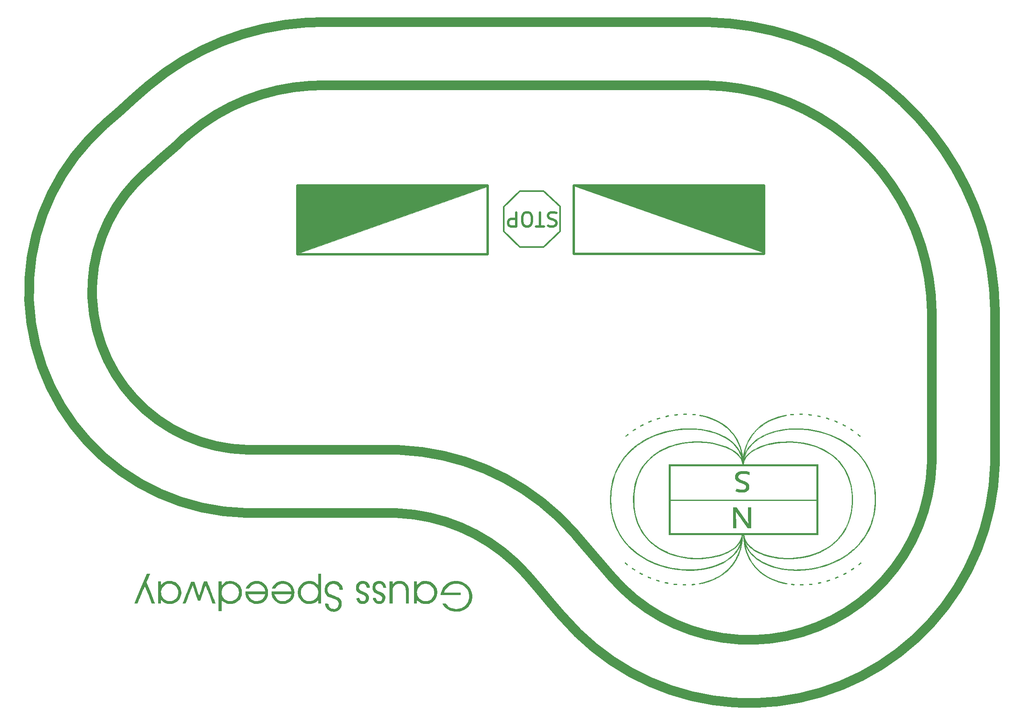
<source format=gbr>
%TF.GenerationSoftware,KiCad,Pcbnew,6.0.2+dfsg-1*%
%TF.CreationDate,2022-11-03T12:06:55-07:00*%
%TF.ProjectId,slot_track,736c6f74-5f74-4726-9163-6b2e6b696361,rev?*%
%TF.SameCoordinates,Original*%
%TF.FileFunction,Legend,Top*%
%TF.FilePolarity,Positive*%
%FSLAX46Y46*%
G04 Gerber Fmt 4.6, Leading zero omitted, Abs format (unit mm)*
G04 Created by KiCad (PCBNEW 6.0.2+dfsg-1) date 2022-11-03 12:06:55*
%MOMM*%
%LPD*%
G01*
G04 APERTURE LIST*
%ADD10C,2.000000*%
%ADD11C,0.100000*%
%ADD12C,0.500000*%
%ADD13C,0.300000*%
%ADD14C,0.010000*%
G04 APERTURE END LIST*
D10*
X212660361Y-183849285D02*
X215266074Y-186898288D01*
X202549612Y-192490047D02*
X205155325Y-195539050D01*
X210054648Y-180800282D02*
X212660361Y-183849285D01*
X199943899Y-189441043D02*
X202549612Y-192490047D01*
X208026388Y-178426969D02*
X210054648Y-180800282D01*
X197915639Y-187067731D02*
X199943899Y-189441043D01*
X208026388Y-178426969D02*
G75*
G03*
X207355984Y-177658022I-39275737J-33565708D01*
G01*
X197915639Y-187067731D02*
G75*
G03*
X197417866Y-186496790I-29147563J-24909744D01*
G01*
X207355984Y-177658022D02*
G75*
G03*
X204147528Y-174358993I-38594371J-34325085D01*
G01*
X197417866Y-186496790D02*
G75*
G03*
X195035595Y-184047269I-28655858J-25485936D01*
G01*
X204147528Y-174358993D02*
G75*
G03*
X200658161Y-171358643I-35385979J-37624203D01*
G01*
X195035595Y-184047269D02*
G75*
G03*
X192444748Y-181819516I-26273878J-27935733D01*
G01*
X200658161Y-171358643D02*
G75*
G03*
X196915583Y-168680791I-31896911J-40625018D01*
G01*
X192444748Y-181819516D02*
G75*
G03*
X189665893Y-179831217I-23683255J-30163797D01*
G01*
X196915583Y-168680791D02*
G75*
G03*
X192949504Y-166346694I-28153956J-43302364D01*
G01*
X189665893Y-179831217D02*
G75*
G03*
X186721090Y-178098156I-20904473J-32152285D01*
G01*
X192949504Y-166346694D02*
G75*
G03*
X188791411Y-164374883I-24187874J-45636495D01*
G01*
X186721090Y-178098156D02*
G75*
G03*
X183633715Y-176634091I-17959336J-33884780D01*
G01*
X188791411Y-164374883D02*
G75*
G03*
X184474311Y-162781010I-20029850J-47608543D01*
G01*
X183633715Y-176634091D02*
G75*
G03*
X180428279Y-175450644I-14871786J-35348328D01*
G01*
X184474311Y-162781010D02*
G75*
G03*
X180032476Y-161577728I-15712610J-49202038D01*
G01*
X180428279Y-175450644D02*
G75*
G03*
X177130227Y-174557210I-11666525J-36532212D01*
G01*
X180032476Y-161577728D02*
G75*
G03*
X175501168Y-160774590I-11270813J-50405574D01*
G01*
X177130227Y-174557210D02*
G75*
G03*
X173765742Y-173960882I-8368526J-37425872D01*
G01*
X175501168Y-160774590D02*
G75*
G03*
X170916359Y-160377971I-6739488J-51208778D01*
G01*
X173765742Y-173960882D02*
G75*
G03*
X170361532Y-173666393I-5004072J-38022570D01*
G01*
X170916359Y-160377971D02*
G75*
G03*
X168761713Y-160333009I-2154645J-51604412D01*
G01*
X170361532Y-173666393D02*
G75*
G03*
X168761713Y-173633009I-1599842J-38317471D01*
G01*
X166628735Y-160333009D02*
X168761713Y-160333009D01*
X166628735Y-173633009D02*
X168761713Y-173633009D01*
X162617979Y-160333009D02*
X166628735Y-160333009D01*
X162617979Y-173633009D02*
X166628735Y-173633009D01*
X158607223Y-160333009D02*
X162617979Y-160333009D01*
X158607223Y-173633009D02*
X162617979Y-173633009D01*
X154596468Y-160333009D02*
X158607223Y-160333009D01*
X154596468Y-173633009D02*
X158607223Y-173633009D01*
X150585712Y-160333009D02*
X154596468Y-160333009D01*
X150585712Y-173633009D02*
X154596468Y-173633009D01*
X146574957Y-160333009D02*
X150585712Y-160333009D01*
X146574957Y-173633009D02*
X150585712Y-173633009D01*
X142564201Y-160333009D02*
X146574957Y-160333009D01*
X142564201Y-173633009D02*
X146574957Y-173633009D01*
X139420000Y-160333009D02*
X142564201Y-160333009D01*
X139420000Y-173633009D02*
X142564201Y-173633009D01*
X138697567Y-160325184D02*
G75*
G03*
X139420000Y-160333009I722407J33342519D01*
G01*
X138409461Y-173622063D02*
G75*
G03*
X139420000Y-173633009I1010401J46628448D01*
G01*
X135363612Y-160085399D02*
G75*
G03*
X138697567Y-160325184I4056403J33102518D01*
G01*
X133745922Y-173286652D02*
G75*
G03*
X138409461Y-173622063I5674083J46303662D01*
G01*
X132070405Y-159513087D02*
G75*
G03*
X135363612Y-160085399I7349499J32529539D01*
G01*
X129139383Y-172486102D02*
G75*
G03*
X133745922Y-173286652I10280650J45503308D01*
G01*
X128851028Y-158613996D02*
G75*
G03*
X132070405Y-159513087I10568877J31630637D01*
G01*
X124636116Y-171228453D02*
G75*
G03*
X129139383Y-172486102I14783951J44245677D01*
G01*
X125737821Y-157397159D02*
G75*
G03*
X128851028Y-158613996I13682386J30414693D01*
G01*
X120281360Y-169526340D02*
G75*
G03*
X124636116Y-171228453I19138818J42543791D01*
G01*
X122762057Y-155874798D02*
G75*
G03*
X125737821Y-157397159I16658102J28892099D01*
G01*
X116118860Y-167396860D02*
G75*
G03*
X120281360Y-169526340I23301086J40413727D01*
G01*
X119953630Y-154062206D02*
G75*
G03*
X122762057Y-155874798I19466480J27079349D01*
G01*
X112190429Y-164861406D02*
G75*
G03*
X116118860Y-167396860I27229271J37877937D01*
G01*
X117340750Y-151977593D02*
G75*
G03*
X119953630Y-154062206I22079275J24994624D01*
G01*
X108535532Y-161945448D02*
G75*
G03*
X112190429Y-164861406I30884387J34962339D01*
G01*
X114949666Y-149641898D02*
G75*
G03*
X117340750Y-151977593I24470154J22658702D01*
G01*
X105190882Y-158678276D02*
G75*
G03*
X108535532Y-161945448I34228807J31694943D01*
G01*
X112804397Y-147078585D02*
G75*
G03*
X114949666Y-149641898I26615408J20095413D01*
G01*
X102190078Y-155092712D02*
G75*
G03*
X105190882Y-158678276I37229811J28109614D01*
G01*
X110926493Y-144313403D02*
G75*
G03*
X112804397Y-147078585I28493912J17330669D01*
G01*
X99563265Y-151224775D02*
G75*
G03*
X102190078Y-155092712I39856922J24241899D01*
G01*
X109334819Y-141374130D02*
G75*
G03*
X110926493Y-144313403I30085133J14391092D01*
G01*
X97336831Y-147113318D02*
G75*
G03*
X99563265Y-151224775I42083328J20130384D01*
G01*
X108045363Y-138290292D02*
G75*
G03*
X109334819Y-141374130I31374871J11307384D01*
G01*
X95533139Y-142799643D02*
G75*
G03*
X97336831Y-147113318I43886600J15816528D01*
G01*
X107071079Y-135092867D02*
G75*
G03*
X108045363Y-138290292I32349367J8109993D01*
G01*
X94170310Y-138327084D02*
G75*
G03*
X95533139Y-142799643I45249683J11344073D01*
G01*
X106421754Y-131813976D02*
G75*
G03*
X107071079Y-135092867I32998683J4831053D01*
G01*
X93262034Y-133740568D02*
G75*
G03*
X94170310Y-138327084I46157611J6757483D01*
G01*
X106103911Y-128486555D02*
G75*
G03*
X106421754Y-131813976I33315806J1503512D01*
G01*
X92817434Y-129086170D02*
G75*
G03*
X93262034Y-133740568I46602772J2103182D01*
G01*
X106120741Y-125144031D02*
G75*
G03*
X106103911Y-128486555I33299607J-1838972D01*
G01*
X92840977Y-124410645D02*
G75*
G03*
X92817434Y-129086170I46579263J-2572366D01*
G01*
X106472078Y-121819980D02*
G75*
G03*
X106120741Y-125144031I32947838J-5163029D01*
G01*
X93332426Y-119760960D02*
G75*
G03*
X92840977Y-124410645I46088001J-7222091D01*
G01*
X107154390Y-118547793D02*
G75*
G03*
X106472078Y-121819980I32265469J-8435183D01*
G01*
X94286845Y-115183824D02*
G75*
G03*
X93332426Y-119760960I45133420J-11799243D01*
G01*
X108160824Y-115360342D02*
G75*
G03*
X107154390Y-118547793I31259751J-11622846D01*
G01*
X95694646Y-110725216D02*
G75*
G03*
X94286845Y-115183824I43725646J-16257889D01*
G01*
X109481270Y-112289646D02*
G75*
G03*
X108160824Y-115360342I29938704J-14693352D01*
G01*
X97541687Y-106429924D02*
G75*
G03*
X95694646Y-110725216I41878062J-20552979D01*
G01*
X111102464Y-109366551D02*
G75*
G03*
X109481270Y-112289646I28317148J-17616249D01*
G01*
X99809413Y-102341097D02*
G75*
G03*
X97541687Y-106429924I39610387J-24641798D01*
G01*
X113008119Y-106620421D02*
G75*
G03*
X111102464Y-109366551I26411858J-20362570D01*
G01*
X102475045Y-98499808D02*
G75*
G03*
X99809413Y-102341097I36944829J-28483112D01*
G01*
X115179093Y-104078842D02*
G75*
G03*
X113008119Y-106620421I24240663J-22903960D01*
G01*
X105511805Y-94944646D02*
G75*
G03*
X102475045Y-98499808I33907972J-32038180D01*
G01*
X117263398Y-102056969D02*
G75*
G03*
X115179093Y-104078842I22156505J-24925929D01*
G01*
X108427332Y-92116450D02*
G75*
G03*
X105511805Y-94944646I30992374J-34866254D01*
G01*
X117657122Y-101706991D02*
X117263398Y-102056969D01*
X108821056Y-91766471D02*
X108427332Y-92116450D01*
X120654791Y-99042381D02*
X117657122Y-101706991D01*
X111818725Y-89101862D02*
X108821056Y-91766471D01*
X123652460Y-96377772D02*
X120654791Y-99042381D01*
X114816393Y-86437253D02*
X111818725Y-89101862D01*
X125671686Y-94582894D02*
X123652460Y-96377772D01*
X116835620Y-84642375D02*
X114816393Y-86437253D01*
X126529770Y-93840028D02*
G75*
G03*
X125671686Y-94582894I27941981J-33142782D01*
G01*
X117956968Y-83671593D02*
G75*
G03*
X116835620Y-84642375I36512533J-43308565D01*
G01*
X129275336Y-91707618D02*
G75*
G03*
X126529770Y-93840028I25196758J-35275587D01*
G01*
X121544887Y-80884948D02*
G75*
G03*
X117956968Y-83671593I32927200J-46098230D01*
G01*
X132182942Y-89802064D02*
G75*
G03*
X129275336Y-91707618I22288463J-37180118D01*
G01*
X125344562Y-78394761D02*
G75*
G03*
X121544887Y-80884948I29127445J-48588362D01*
G01*
X135233888Y-88135621D02*
G75*
G03*
X132182942Y-89802064I19237838J-38846968D01*
G01*
X129331554Y-76217045D02*
G75*
G03*
X125344562Y-78394761I25140247J-50765682D01*
G01*
X138408555Y-86719006D02*
G75*
G03*
X135233888Y-88135621I16063368J-40263938D01*
G01*
X133480225Y-74365806D02*
G75*
G03*
X129331554Y-76217045I20991886J-52617576D01*
G01*
X141686525Y-85561330D02*
G75*
G03*
X138408555Y-86719006I12785583J-41422132D01*
G01*
X137763894Y-72852949D02*
G75*
G03*
X133480225Y-74365806I16707864J-54129530D01*
G01*
X145046720Y-84670037D02*
G75*
G03*
X141686525Y-85561330I9425413J-42313675D01*
G01*
X142155012Y-71688203D02*
G75*
G03*
X137763894Y-72852949I12316815J-55294341D01*
G01*
X148467527Y-84050860D02*
G75*
G03*
X145046720Y-84670037I6004551J-42932894D01*
G01*
X146625341Y-70879059D02*
G75*
G03*
X142155012Y-71688203I7846645J-56104182D01*
G01*
X151926950Y-83707780D02*
G75*
G03*
X148467527Y-84050860I2544976J-43275049D01*
G01*
X151146132Y-70430720D02*
G75*
G03*
X146625341Y-70879059I3325759J-56551715D01*
G01*
X154471946Y-83633009D02*
G75*
G03*
X151926950Y-83707780I51J-43351392D01*
G01*
X154471946Y-70333009D02*
G75*
G03*
X151146132Y-70430720I21J-56650367D01*
G01*
X155545608Y-83633009D02*
X154471946Y-83633009D01*
X155545608Y-70333009D02*
X154471946Y-70333009D01*
X159556363Y-83633009D02*
X155545608Y-83633009D01*
X159556363Y-70333009D02*
X155545608Y-70333009D01*
X163567119Y-83633009D02*
X159556363Y-83633009D01*
X163567119Y-70333009D02*
X159556363Y-70333009D01*
X167577875Y-83633009D02*
X163567119Y-83633009D01*
X167577875Y-70333009D02*
X163567119Y-70333009D01*
X171588630Y-83633009D02*
X167577875Y-83633009D01*
X171588630Y-70333009D02*
X167577875Y-70333009D01*
X175599386Y-83633009D02*
X171588630Y-83633009D01*
X175599386Y-70333009D02*
X171588630Y-70333009D01*
X179610141Y-83633009D02*
X175599386Y-83633009D01*
X179610141Y-70333009D02*
X175599386Y-70333009D01*
X183620897Y-83633009D02*
X179610141Y-83633009D01*
X183620897Y-70333009D02*
X179610141Y-70333009D01*
X187631653Y-83633009D02*
X183620897Y-83633009D01*
X187631653Y-70333009D02*
X183620897Y-70333009D01*
X191642408Y-83633009D02*
X187631653Y-83633009D01*
X191642408Y-70333009D02*
X187631653Y-70333009D01*
X195653164Y-83633009D02*
X191642408Y-83633009D01*
X195653164Y-70333009D02*
X191642408Y-70333009D01*
X199663920Y-83633009D02*
X195653164Y-83633009D01*
X199663920Y-70333009D02*
X195653164Y-70333009D01*
X203674675Y-83633009D02*
X199663920Y-83633009D01*
X203674675Y-70333009D02*
X199663920Y-70333009D01*
X207685431Y-83633009D02*
X203674675Y-83633009D01*
X207685431Y-70333009D02*
X203674675Y-70333009D01*
X211696186Y-83633009D02*
X207685431Y-83633009D01*
X211696186Y-70333009D02*
X207685431Y-70333009D01*
X215706942Y-83633009D02*
X211696186Y-83633009D01*
X215706942Y-70333009D02*
X211696186Y-70333009D01*
X219717698Y-83633009D02*
X215706942Y-83633009D01*
X219717698Y-70333009D02*
X215706942Y-70333009D01*
X223728453Y-83633009D02*
X219717698Y-83633009D01*
X223728453Y-70333009D02*
X219717698Y-70333009D01*
X227739209Y-83633009D02*
X223728453Y-83633009D01*
X227739209Y-70333009D02*
X223728453Y-70333009D01*
X231749964Y-83633009D02*
X227739209Y-83633009D01*
X231749964Y-70333009D02*
X227739209Y-70333009D01*
X234420000Y-83633009D02*
X231749964Y-83633009D01*
X234420000Y-70333009D02*
X231749964Y-70333009D01*
X235598498Y-83647374D02*
G75*
G03*
X234420000Y-83633009I-1178492J-48334017D01*
G01*
X235922677Y-70351326D02*
G75*
G03*
X234420000Y-70333009I-1502696J-61630212D01*
G01*
X239117014Y-83861699D02*
G75*
G03*
X235598498Y-83647374I-4697051J-48121793D01*
G01*
X240409057Y-70624606D02*
G75*
G03*
X235922677Y-70351326I-5989066J-61358612D01*
G01*
X242610564Y-84331806D02*
G75*
G03*
X239117014Y-83861699I-8190534J-47651054D01*
G01*
X244863604Y-71224030D02*
G75*
G03*
X240409057Y-70624606I-10443464J-60757917D01*
G01*
X246060577Y-85055198D02*
G75*
G03*
X242610564Y-84331806I-11640609J-46927959D01*
G01*
X249262639Y-72146411D02*
G75*
G03*
X244863604Y-71224030I-14842650J-59836649D01*
G01*
X249448717Y-86028030D02*
G75*
G03*
X246060577Y-85055198I-15028837J-45955371D01*
G01*
X253582780Y-73386846D02*
G75*
G03*
X249262639Y-72146411I-19162853J-58596443D01*
G01*
X252756973Y-87245130D02*
G75*
G03*
X249448717Y-86028030I-18336533J-44736668D01*
G01*
X257801063Y-74938743D02*
G75*
G03*
X253582780Y-73386846I-23380917J-57043849D01*
G01*
X255967761Y-88700028D02*
G75*
G03*
X252756973Y-87245130I-21547745J-43282964D01*
G01*
X261895067Y-76793851D02*
G75*
G03*
X257801063Y-74938743I-27475296J-55189684D01*
G01*
X259064015Y-90384992D02*
G75*
G03*
X255967761Y-88700028I-24644106J-41598198D01*
G01*
X265843030Y-78942311D02*
G75*
G03*
X261895067Y-76793851I-31423752J-53042022D01*
G01*
X262029276Y-92291066D02*
G75*
G03*
X259064015Y-90384992I-27609837J-39692808D01*
G01*
X269623968Y-81372703D02*
G75*
G03*
X265843030Y-78942311I-35204517J-50611156D01*
G01*
X264847783Y-94408118D02*
G75*
G03*
X262029276Y-92291066I-30427868J-37574992D01*
G01*
X273217783Y-84072108D02*
G75*
G03*
X269623968Y-81372703I-38797510J-47910531D01*
G01*
X267504555Y-96724894D02*
G75*
G03*
X264847783Y-94408118I-33084144J-35257653D01*
G01*
X276605374Y-87026178D02*
G75*
G03*
X273217783Y-84072108I-42185547J-44957035D01*
G01*
X269985470Y-99229081D02*
G75*
G03*
X267504555Y-96724894I-35566004J-32754458D01*
G01*
X279768732Y-90219210D02*
G75*
G03*
X276605374Y-87026178I-45349019J-41764079D01*
G01*
X272277340Y-101907368D02*
G75*
G03*
X269985470Y-99229081I-37856509J-30074915D01*
G01*
X282691045Y-93634233D02*
G75*
G03*
X279768732Y-90219210I-48270896J-38348649D01*
G01*
X274367985Y-104745518D02*
G75*
G03*
X272277340Y-101907368I-39947690J-27237283D01*
G01*
X285356779Y-97253095D02*
G75*
G03*
X282691045Y-93634233I-50936525J-34729723D01*
G01*
X276246291Y-107728445D02*
G75*
G03*
X274367985Y-104745518I-41826908J-24254964D01*
G01*
X287751765Y-101056559D02*
G75*
G03*
X285356779Y-97253095I-53332270J-30926780D01*
G01*
X277902273Y-110840296D02*
G75*
G03*
X276246291Y-107728445I-43482315J-21142717D01*
G01*
X289863271Y-105024409D02*
G75*
G03*
X287751765Y-101056559I-55443532J-26958732D01*
G01*
X279327131Y-114064527D02*
G75*
G03*
X277902273Y-110840296I-44906895J-17918383D01*
G01*
X291680076Y-109135555D02*
G75*
G03*
X289863271Y-105024409I-57260840J-22847797D01*
G01*
X280513291Y-117384003D02*
G75*
G03*
X279327131Y-114064527I-46093132J-14598955D01*
G01*
X293192521Y-113368143D02*
G75*
G03*
X291680076Y-109135555I-58773385J-18615175D01*
G01*
X281454447Y-120781077D02*
G75*
G03*
X280513291Y-117384003I-47035242J-11202157D01*
G01*
X294392568Y-117699677D02*
G75*
G03*
X293192521Y-113368143I-59973247J-14283523D01*
G01*
X282145596Y-124237694D02*
G75*
G03*
X281454447Y-120781077I-47725852J-7745356D01*
G01*
X295273837Y-122107132D02*
G75*
G03*
X294392568Y-117699677I-60853715J-9875846D01*
G01*
X282583066Y-127735481D02*
G75*
G03*
X282145596Y-124237694I-48163179J-4247543D01*
G01*
X295831645Y-126567081D02*
G75*
G03*
X295273837Y-122107132I-61410905J-5415835D01*
G01*
X282764531Y-131255845D02*
G75*
G03*
X282583066Y-127735481I-48343931J-727137D01*
G01*
X296063027Y-131055818D02*
G75*
G03*
X295831645Y-126567081I-61643374J-927214D01*
G01*
X282770000Y-131983009D02*
G75*
G03*
X282764531Y-131255845I-48361265J-122D01*
G01*
X296070000Y-131983009D02*
G75*
G03*
X296063027Y-131055818I-61677887J-231D01*
G01*
X282770000Y-135166556D02*
X282770000Y-131983009D01*
X296070000Y-135166556D02*
X296070000Y-131983009D01*
X282770000Y-139177311D02*
X282770000Y-135166556D01*
X296070000Y-139177311D02*
X296070000Y-135166556D01*
X282770000Y-143188067D02*
X282770000Y-139177311D01*
X296070000Y-143188067D02*
X296070000Y-139177311D01*
X282770000Y-147198822D02*
X282770000Y-143188067D01*
X296070000Y-147198822D02*
X296070000Y-143188067D01*
X282770000Y-151209578D02*
X282770000Y-147198822D01*
X296070000Y-151209578D02*
X296070000Y-147198822D01*
X282770000Y-155220334D02*
X282770000Y-151209578D01*
X296070000Y-155220334D02*
X296070000Y-151209578D01*
X282770000Y-159231089D02*
X282770000Y-155220334D01*
X296070000Y-159231089D02*
X296070000Y-155220334D01*
X282770000Y-161983009D02*
X282770000Y-159231089D01*
X296070000Y-161983009D02*
X296070000Y-159231089D01*
X282754995Y-163055677D02*
G75*
G03*
X282770000Y-161983009I-38333067J1072660D01*
G01*
X296049791Y-163427684D02*
G75*
G03*
X296070000Y-161983009I-51629020J1444697D01*
G01*
X282507355Y-166463615D02*
G75*
G03*
X282754995Y-163055677I-38086821J4480570D01*
G01*
X295716269Y-168017515D02*
G75*
G03*
X296049791Y-163427684I-51295923J6034473D01*
G01*
X281957358Y-169835984D02*
G75*
G03*
X282507355Y-166463615I-37537138J7852936D01*
G01*
X294975529Y-172559441D02*
G75*
G03*
X295716269Y-168017515I-50554975J10576347D01*
G01*
X281109370Y-173146012D02*
G75*
G03*
X281957358Y-169835984I-36689999J11163157D01*
G01*
X293833454Y-177017405D02*
G75*
G03*
X294975529Y-172559441I-49413770J15034469D01*
G01*
X279970122Y-176367422D02*
G75*
G03*
X281109370Y-173146012I-35550829J14384662D01*
G01*
X292299108Y-181356019D02*
G75*
G03*
X293833454Y-177017405I-47879403J19373114D01*
G01*
X278548658Y-179474641D02*
G75*
G03*
X279970122Y-176367422I-34128965J17491776D01*
G01*
X290384673Y-185540839D02*
G75*
G03*
X292299108Y-181356019I-45965140J23558041D01*
G01*
X276856263Y-182443002D02*
G75*
G03*
X278548658Y-179474641I-32435819J20459743D01*
G01*
X288105345Y-189538645D02*
G75*
G03*
X290384673Y-185540839I-43685059J27555483D01*
G01*
X274906372Y-185248941D02*
G75*
G03*
X276856263Y-182443002I-30485767J23265512D01*
G01*
X285479221Y-193317700D02*
G75*
G03*
X288105345Y-189538645I-41059054J31334569D01*
G01*
X272714464Y-187870183D02*
G75*
G03*
X274906372Y-185248941I-28294049J25886827D01*
G01*
X282527147Y-196848003D02*
G75*
G03*
X285479221Y-193317700I-38107115J34864971D01*
G01*
X270297940Y-190285919D02*
G75*
G03*
X272714464Y-187870183I-25878088J28303054D01*
G01*
X279272559Y-200101530D02*
G75*
G03*
X282527147Y-196848003I-34852254J38118208D01*
G01*
X267675984Y-192476971D02*
G75*
G03*
X270297940Y-190285919I-23255887J30493842D01*
G01*
X275741292Y-203052452D02*
G75*
G03*
X279272559Y-200101530I-31320864J41068936D01*
G01*
X264869408Y-194425947D02*
G75*
G03*
X267675984Y-192476971I-20449734J32443406D01*
G01*
X271961381Y-205677343D02*
G75*
G03*
X275741292Y-203052452I-27540953J43693716D01*
G01*
X261900495Y-196117373D02*
G75*
G03*
X264869408Y-194425947I-17480612J34134570D01*
G01*
X267962831Y-207955366D02*
G75*
G03*
X271961381Y-205677343I-23542787J45972278D01*
G01*
X258792813Y-197537823D02*
G75*
G03*
X261900495Y-196117373I-14372931J35555059D01*
G01*
X263777387Y-209868436D02*
G75*
G03*
X267962831Y-207955366I-19357368J47885372D01*
G01*
X255571031Y-198676020D02*
G75*
G03*
X258792813Y-197537823I-11151220J36693547D01*
G01*
X259438273Y-211401366D02*
G75*
G03*
X263777387Y-209868436I-15018309J49418464D01*
G01*
X252260727Y-199522928D02*
G75*
G03*
X255571031Y-198676020I-7840811J37540266D01*
G01*
X254979936Y-212541987D02*
G75*
G03*
X259438273Y-211401366I-10560005J50559261D01*
G01*
X248888179Y-200071825D02*
G75*
G03*
X252260727Y-199522928I-4468198J38088923D01*
G01*
X250437769Y-213281245D02*
G75*
G03*
X254979936Y-212541987I-6017738J51298009D01*
G01*
X245480160Y-200318353D02*
G75*
G03*
X248888179Y-200071825I-1060196J38335825D01*
G01*
X245847830Y-213613270D02*
G75*
G03*
X250437769Y-213281245I-1427868J51630804D01*
G01*
X242063725Y-200260555D02*
G75*
G03*
X245480160Y-200318353I2356270J38277452D01*
G01*
X241246555Y-213535427D02*
G75*
G03*
X245847830Y-213613270I3173449J51552669D01*
G01*
X238665995Y-199898889D02*
G75*
G03*
X242063725Y-200260555I5754006J37915848D01*
G01*
X236670474Y-213048334D02*
G75*
G03*
X241246555Y-213535427I7749574J51065788D01*
G01*
X235313944Y-199236228D02*
G75*
G03*
X238665995Y-199898889I9106163J37253800D01*
G01*
X232155912Y-212155857D02*
G75*
G03*
X236670474Y-213048334I12264021J50172487D01*
G01*
X232034181Y-198277830D02*
G75*
G03*
X235313944Y-199236228I12385835J36294857D01*
G01*
X227738709Y-210865082D02*
G75*
G03*
X232155912Y-212155857I16681194J48881740D01*
G01*
X228852744Y-197031305D02*
G75*
G03*
X232034181Y-198277830I15566973J35047562D01*
G01*
X223453930Y-209186256D02*
G75*
G03*
X227738709Y-210865082I20966239J47203705D01*
G01*
X225794887Y-195506549D02*
G75*
G03*
X228852744Y-197031305I18624997J33523326D01*
G01*
X219335592Y-207132705D02*
G75*
G03*
X223453930Y-209186256I25084434J45149737D01*
G01*
X222884887Y-193715665D02*
G75*
G03*
X225794887Y-195506549I21535073J31732585D01*
G01*
X215416386Y-204720732D02*
G75*
G03*
X219335592Y-207132705I29003884J42738166D01*
G01*
X220145843Y-191672871D02*
G75*
G03*
X222884887Y-193715665I24274186J29689914D01*
G01*
X211727427Y-201969485D02*
G75*
G03*
X215416386Y-204720732I32692621J39986540D01*
G01*
X217599501Y-189394382D02*
G75*
G03*
X220145843Y-191672871I26820682J27411563D01*
G01*
X208297998Y-198900804D02*
G75*
G03*
X211727427Y-201969485I36122160J36917976D01*
G01*
X215266074Y-186898288D02*
G75*
G03*
X217599501Y-189394382I29153752J24915115D01*
G01*
X205155325Y-195539050D02*
G75*
G03*
X208297998Y-198900804I39265212J33556539D01*
G01*
D11*
X189150000Y-104950000D02*
X149400000Y-119000000D01*
X149400000Y-119000000D02*
X149450000Y-104950000D01*
X149450000Y-104950000D02*
X189150000Y-104950000D01*
G36*
X149400000Y-119000000D02*
G01*
X149450000Y-104950000D01*
X189150000Y-104950000D01*
X149400000Y-119000000D01*
G37*
X149400000Y-119000000D02*
X149450000Y-104950000D01*
X189150000Y-104950000D01*
X149400000Y-119000000D01*
D12*
X189300000Y-119200000D02*
X149250000Y-119200000D01*
X189300000Y-104750000D02*
X189300000Y-119200000D01*
X149250000Y-104750000D02*
X189300000Y-104750000D01*
X149250000Y-119200000D02*
X149250000Y-104750000D01*
X207450000Y-119100000D02*
X247450000Y-119100000D01*
X247450000Y-104700000D02*
X247450000Y-119100000D01*
X207450000Y-119100000D02*
X207450000Y-104700000D01*
X247450000Y-104700000D02*
X207450000Y-104700000D01*
D11*
X247350000Y-118850000D02*
X207650000Y-104900000D01*
X207650000Y-104900000D02*
X247350000Y-104750000D01*
X247350000Y-104750000D02*
X247350000Y-118850000D01*
G36*
X247350000Y-118850000D02*
G01*
X207650000Y-104900000D01*
X247350000Y-104750000D01*
X247350000Y-118850000D01*
G37*
X247350000Y-118850000D02*
X207650000Y-104900000D01*
X247350000Y-104750000D01*
X247350000Y-118850000D01*
D12*
%TO.C,T2*%
X203738094Y-110485714D02*
X203309523Y-110342857D01*
X202595237Y-110342857D01*
X202309523Y-110485714D01*
X202166666Y-110628571D01*
X202023808Y-110914285D01*
X202023808Y-111200000D01*
X202166666Y-111485714D01*
X202309523Y-111628571D01*
X202595237Y-111771428D01*
X203166666Y-111914285D01*
X203452380Y-112057142D01*
X203595237Y-112200000D01*
X203738094Y-112485714D01*
X203738094Y-112771428D01*
X203595237Y-113057142D01*
X203452380Y-113200000D01*
X203166666Y-113342857D01*
X202452380Y-113342857D01*
X202023808Y-113200000D01*
X201166666Y-113342857D02*
X199452380Y-113342857D01*
X200309523Y-110342857D02*
X200309523Y-113342857D01*
X197880951Y-113342857D02*
X197309523Y-113342857D01*
X197023808Y-113200000D01*
X196738094Y-112914285D01*
X196595237Y-112342857D01*
X196595237Y-111342857D01*
X196738094Y-110771428D01*
X197023808Y-110485714D01*
X197309523Y-110342857D01*
X197880951Y-110342857D01*
X198166666Y-110485714D01*
X198452380Y-110771428D01*
X198595237Y-111342857D01*
X198595237Y-112342857D01*
X198452380Y-112914285D01*
X198166666Y-113200000D01*
X197880951Y-113342857D01*
X195309523Y-110342857D02*
X195309523Y-113342857D01*
X194166666Y-113342857D01*
X193880951Y-113200000D01*
X193738094Y-113057142D01*
X193595237Y-112771428D01*
X193595237Y-112342857D01*
X193738094Y-112057142D01*
X193880951Y-111914285D01*
X194166666Y-111771428D01*
X195309523Y-111771428D01*
%TO.C,G\u002A\u002A\u002A*%
G36*
X153630532Y-192671176D02*
G01*
X153630532Y-191916704D01*
X153389043Y-192160537D01*
X153110773Y-192399818D01*
X152807292Y-192578495D01*
X152472120Y-192699081D01*
X152098780Y-192764090D01*
X151798459Y-192777899D01*
X151371009Y-192745229D01*
X150971400Y-192649241D01*
X150604056Y-192492966D01*
X150273396Y-192279436D01*
X149983843Y-192011680D01*
X149739818Y-191692731D01*
X149545742Y-191325621D01*
X149494986Y-191198673D01*
X149446925Y-191059787D01*
X149414134Y-190935312D01*
X149392843Y-190802930D01*
X149379284Y-190640324D01*
X149371170Y-190465574D01*
X149370627Y-190378859D01*
X149995304Y-190378859D01*
X150024552Y-190700553D01*
X150109384Y-191015274D01*
X150251590Y-191314904D01*
X150452961Y-191591328D01*
X150523248Y-191666565D01*
X150787650Y-191887313D01*
X151079183Y-192048177D01*
X151389377Y-192150585D01*
X151709765Y-192195965D01*
X152031876Y-192185743D01*
X152347242Y-192121348D01*
X152647395Y-192004208D01*
X152923864Y-191835749D01*
X153168183Y-191617401D01*
X153371881Y-191350590D01*
X153470172Y-191169763D01*
X153589602Y-190838604D01*
X153645517Y-190496255D01*
X153639665Y-190152852D01*
X153573793Y-189818526D01*
X153449648Y-189503412D01*
X153268979Y-189217642D01*
X153101601Y-189032619D01*
X152883630Y-188846809D01*
X152667082Y-188712078D01*
X152426290Y-188613716D01*
X152310733Y-188579434D01*
X152035180Y-188530876D01*
X151735134Y-188522073D01*
X151439741Y-188552133D01*
X151196569Y-188613547D01*
X150886848Y-188756787D01*
X150620180Y-188949871D01*
X150398357Y-189184682D01*
X150223167Y-189453103D01*
X150096402Y-189747017D01*
X150019851Y-190058308D01*
X149995304Y-190378859D01*
X149370627Y-190378859D01*
X149369222Y-190154638D01*
X149391836Y-189890850D01*
X149442937Y-189653269D01*
X149526449Y-189420954D01*
X149594510Y-189273837D01*
X149804565Y-188927959D01*
X150068404Y-188624049D01*
X150378489Y-188367997D01*
X150727282Y-188165692D01*
X151107243Y-188023026D01*
X151237376Y-187990217D01*
X151460264Y-187956553D01*
X151718453Y-187942890D01*
X151989198Y-187948305D01*
X152249751Y-187971873D01*
X152477364Y-188012669D01*
X152589018Y-188045159D01*
X152884021Y-188180180D01*
X153171505Y-188368785D01*
X153427732Y-188595283D01*
X153438968Y-188606976D01*
X153630532Y-188807942D01*
X153630532Y-186410112D01*
X154235294Y-186410112D01*
X154235294Y-192671176D01*
X153630532Y-192671176D01*
G37*
G36*
X118079383Y-186411615D02*
G01*
X118192551Y-186415654D01*
X118258863Y-186421521D01*
X118269748Y-186425375D01*
X118256395Y-186460855D01*
X118218753Y-186553097D01*
X118160448Y-186693418D01*
X118085105Y-186873136D01*
X117996350Y-187083569D01*
X117898991Y-187313249D01*
X117528234Y-188185861D01*
X118414817Y-190401354D01*
X118565425Y-190778123D01*
X118707975Y-191135538D01*
X118840300Y-191468112D01*
X118960231Y-191770356D01*
X119065599Y-192036781D01*
X119154236Y-192261898D01*
X119223973Y-192440221D01*
X119272642Y-192566259D01*
X119298075Y-192634524D01*
X119301400Y-192645300D01*
X119268425Y-192656479D01*
X119179728Y-192663403D01*
X119050655Y-192665250D01*
X118959873Y-192663571D01*
X118618346Y-192653389D01*
X117902403Y-190847997D01*
X117767672Y-190509209D01*
X117640437Y-190191131D01*
X117523150Y-189899764D01*
X117418261Y-189641107D01*
X117328220Y-189421161D01*
X117255479Y-189245926D01*
X117202489Y-189121401D01*
X117171699Y-189053588D01*
X117164975Y-189042605D01*
X117147475Y-189074403D01*
X117104968Y-189165834D01*
X117040041Y-189310952D01*
X116955285Y-189503812D01*
X116853288Y-189738469D01*
X116736641Y-190008977D01*
X116607932Y-190309392D01*
X116469750Y-190633767D01*
X116386426Y-190830210D01*
X116243644Y-191166760D01*
X116108716Y-191483657D01*
X115984259Y-191774834D01*
X115872888Y-192034222D01*
X115777220Y-192255756D01*
X115699873Y-192433366D01*
X115643462Y-192560986D01*
X115610604Y-192632548D01*
X115603438Y-192645906D01*
X115558511Y-192657253D01*
X115460037Y-192664003D01*
X115325520Y-192665263D01*
X115254468Y-192663693D01*
X114931420Y-192653389D01*
X116265720Y-189531750D01*
X117600020Y-186410112D01*
X117934884Y-186410112D01*
X118079383Y-186411615D01*
G37*
G36*
X182918408Y-187951995D02*
G01*
X183153146Y-187962518D01*
X183345573Y-187982536D01*
X183417655Y-187995690D01*
X183897621Y-188135778D01*
X184340344Y-188331936D01*
X184741945Y-188580301D01*
X185098545Y-188877005D01*
X185406263Y-189218184D01*
X185661220Y-189599972D01*
X185859535Y-190018503D01*
X185997329Y-190469912D01*
X186022532Y-190590960D01*
X186058263Y-190875047D01*
X186068272Y-191191790D01*
X186053565Y-191514801D01*
X186015145Y-191817691D01*
X185967822Y-192028447D01*
X185806585Y-192478702D01*
X185590390Y-192885770D01*
X185315565Y-193255784D01*
X185091011Y-193491566D01*
X184723526Y-193799835D01*
X184332267Y-194042989D01*
X183912873Y-194222851D01*
X183460984Y-194341240D01*
X182972239Y-194399979D01*
X182908123Y-194403228D01*
X182387714Y-194393939D01*
X181896253Y-194319668D01*
X181433673Y-194180393D01*
X180999907Y-193976096D01*
X180611445Y-193719471D01*
X180344459Y-193486502D01*
X180111094Y-193224913D01*
X179924500Y-192950875D01*
X179825980Y-192753698D01*
X179776636Y-192635602D01*
X180480333Y-192635602D01*
X180657859Y-192878913D01*
X180907351Y-193162063D01*
X181204009Y-193398159D01*
X181539840Y-193585084D01*
X181906850Y-193720725D01*
X182297046Y-193802966D01*
X182702435Y-193829693D01*
X183115023Y-193798789D01*
X183526817Y-193708140D01*
X183646687Y-193669777D01*
X183901884Y-193570711D01*
X184122991Y-193456698D01*
X184330008Y-193314831D01*
X184542935Y-193132203D01*
X184670379Y-193009140D01*
X184824880Y-192849956D01*
X184939543Y-192716526D01*
X185029242Y-192589116D01*
X185108847Y-192447995D01*
X185139587Y-192386582D01*
X185261961Y-192109560D01*
X185344856Y-191850914D01*
X185396404Y-191579836D01*
X185421518Y-191318627D01*
X185414380Y-190901613D01*
X185341156Y-190487571D01*
X185235487Y-190167377D01*
X185058128Y-189819947D01*
X184821783Y-189494808D01*
X184537893Y-189204134D01*
X184217897Y-188960100D01*
X183967770Y-188818253D01*
X183706936Y-188699984D01*
X183473449Y-188617314D01*
X183243414Y-188564898D01*
X182992936Y-188537389D01*
X182698120Y-188529444D01*
X182676891Y-188529477D01*
X182390538Y-188537089D01*
X182151063Y-188561523D01*
X181935151Y-188607970D01*
X181719488Y-188681623D01*
X181480759Y-188787672D01*
X181449580Y-188802760D01*
X181304435Y-188878587D01*
X181178779Y-188958390D01*
X181054490Y-189055893D01*
X180913448Y-189184816D01*
X180806337Y-189289836D01*
X180644528Y-189456411D01*
X180524607Y-189594360D01*
X180433621Y-189720388D01*
X180358621Y-189851199D01*
X180336081Y-189896386D01*
X180272326Y-190033908D01*
X180219614Y-190158671D01*
X180187432Y-190247936D01*
X180183940Y-190261022D01*
X180161194Y-190358851D01*
X183655182Y-190358851D01*
X183655182Y-190928039D01*
X181520728Y-190928039D01*
X181138352Y-190927607D01*
X180777943Y-190926363D01*
X180445648Y-190924383D01*
X180147615Y-190921744D01*
X179889991Y-190918524D01*
X179678925Y-190914798D01*
X179520563Y-190910644D01*
X179421053Y-190906139D01*
X179386543Y-190901359D01*
X179386543Y-190901358D01*
X179396002Y-190804205D01*
X179419832Y-190661883D01*
X179453230Y-190497742D01*
X179491393Y-190335129D01*
X179529519Y-190197394D01*
X179534724Y-190180980D01*
X179693435Y-189787240D01*
X179906060Y-189407326D01*
X180162238Y-189055690D01*
X180451606Y-188746784D01*
X180723369Y-188523269D01*
X180947559Y-188381711D01*
X181210978Y-188244290D01*
X181484280Y-188124879D01*
X181738118Y-188037351D01*
X181769748Y-188028613D01*
X181933314Y-187997313D01*
X182148812Y-187973625D01*
X182397392Y-187957924D01*
X182660207Y-187950589D01*
X182918408Y-187951995D01*
G37*
G36*
X178668004Y-190777166D02*
G01*
X178639648Y-190942429D01*
X178625448Y-190998580D01*
X178485979Y-191379305D01*
X178289149Y-191728722D01*
X178041478Y-192038832D01*
X177749487Y-192301635D01*
X177419696Y-192509134D01*
X177376670Y-192530527D01*
X177095754Y-192649710D01*
X176824199Y-192726557D01*
X176535469Y-192766900D01*
X176255742Y-192776847D01*
X175865100Y-192753758D01*
X175519860Y-192681936D01*
X175210234Y-192557550D01*
X174926434Y-192376769D01*
X174683908Y-192161573D01*
X174441456Y-191916704D01*
X174441456Y-192671176D01*
X173801120Y-192671176D01*
X173801120Y-190301310D01*
X174437645Y-190301310D01*
X174454947Y-190647809D01*
X174507461Y-190900806D01*
X174631385Y-191221258D01*
X174810693Y-191504798D01*
X175037302Y-191746668D01*
X175303128Y-191942109D01*
X175600089Y-192086365D01*
X175920099Y-192174676D01*
X176255076Y-192202286D01*
X176596936Y-192164435D01*
X176638530Y-192155152D01*
X176972205Y-192042225D01*
X177268671Y-191874039D01*
X177523939Y-191658253D01*
X177734022Y-191402524D01*
X177894930Y-191114510D01*
X178002674Y-190801870D01*
X178053267Y-190472261D01*
X178042718Y-190133341D01*
X177967040Y-189792770D01*
X177927065Y-189681252D01*
X177766136Y-189364759D01*
X177554329Y-189091984D01*
X177299622Y-188866992D01*
X177009992Y-188693848D01*
X176693417Y-188576617D01*
X176357873Y-188519366D01*
X176011338Y-188526160D01*
X175754815Y-188574209D01*
X175442176Y-188690841D01*
X175163974Y-188863998D01*
X174924439Y-189085785D01*
X174727806Y-189348304D01*
X174578308Y-189643662D01*
X174480176Y-189963962D01*
X174437645Y-190301310D01*
X173801120Y-190301310D01*
X173801120Y-188046526D01*
X174441456Y-188046526D01*
X174441456Y-188789273D01*
X174717157Y-188515665D01*
X174952868Y-188305507D01*
X175188509Y-188148855D01*
X175438606Y-188040158D01*
X175717685Y-187973863D01*
X176040273Y-187944419D01*
X176218748Y-187941762D01*
X176513322Y-187952443D01*
X176758399Y-187982737D01*
X176896078Y-188012794D01*
X177273666Y-188140269D01*
X177608173Y-188318593D01*
X177912736Y-188555002D01*
X177959704Y-188598834D01*
X178214105Y-188875618D01*
X178409743Y-189168795D01*
X178558944Y-189497748D01*
X178592467Y-189594005D01*
X178634144Y-189730626D01*
X178661628Y-189853181D01*
X178677798Y-189983730D01*
X178685533Y-190144332D01*
X178687634Y-190323277D01*
X178685179Y-190472261D01*
X178683459Y-190576656D01*
X178668004Y-190777166D01*
G37*
G36*
X171035681Y-187953595D02*
G01*
X171231540Y-187970936D01*
X171359516Y-187994264D01*
X171675581Y-188107738D01*
X171965514Y-188278493D01*
X172217407Y-188497378D01*
X172419351Y-188755247D01*
X172475091Y-188851256D01*
X172527428Y-188952116D01*
X172571358Y-189045853D01*
X172607686Y-189139714D01*
X172637216Y-189240942D01*
X172660752Y-189356784D01*
X172679099Y-189494484D01*
X172693061Y-189661288D01*
X172703443Y-189864441D01*
X172711049Y-190111188D01*
X172716684Y-190408774D01*
X172721152Y-190764445D01*
X172724439Y-191097017D01*
X172739116Y-192671176D01*
X172093557Y-192671176D01*
X172093557Y-191269124D01*
X172092793Y-190861310D01*
X172090063Y-190517353D01*
X172084712Y-190229975D01*
X172076082Y-189991896D01*
X172063518Y-189795838D01*
X172046365Y-189634520D01*
X172023964Y-189500665D01*
X171995662Y-189386994D01*
X171960801Y-189286226D01*
X171918725Y-189191083D01*
X171903473Y-189160327D01*
X171761086Y-188951163D01*
X171567248Y-188770626D01*
X171340640Y-188635358D01*
X171290249Y-188614108D01*
X171087800Y-188558800D01*
X170847934Y-188529869D01*
X170598060Y-188527915D01*
X170365587Y-188553538D01*
X170220592Y-188590705D01*
X169937438Y-188724548D01*
X169701352Y-188911629D01*
X169513279Y-189151011D01*
X169381379Y-189422172D01*
X169362444Y-189475154D01*
X169346772Y-189528590D01*
X169333988Y-189589664D01*
X169323719Y-189665558D01*
X169315588Y-189763455D01*
X169309223Y-189890538D01*
X169304249Y-190053989D01*
X169300291Y-190260991D01*
X169296974Y-190518727D01*
X169293926Y-190834378D01*
X169291291Y-191150378D01*
X169279020Y-192671176D01*
X168642857Y-192671176D01*
X168642857Y-188046526D01*
X169283193Y-188046526D01*
X169283193Y-188693251D01*
X169428667Y-188509214D01*
X169656101Y-188276340D01*
X169925355Y-188095156D01*
X170059575Y-188032113D01*
X170190399Y-187996243D01*
X170372614Y-187969897D01*
X170587026Y-187953635D01*
X170814446Y-187948014D01*
X171035681Y-187953595D01*
G37*
G36*
X166721458Y-187952391D02*
G01*
X166886061Y-187973273D01*
X166953081Y-187989684D01*
X167246844Y-188113744D01*
X167488755Y-188284181D01*
X167680390Y-188502992D01*
X167823323Y-188772170D01*
X167919130Y-189093711D01*
X167946028Y-189247157D01*
X167967787Y-189398347D01*
X167332864Y-189398347D01*
X167307687Y-189247157D01*
X167263504Y-189083474D01*
X167190915Y-188914271D01*
X167105093Y-188773339D01*
X167082340Y-188745332D01*
X166949617Y-188641136D01*
X166771171Y-188565382D01*
X166568497Y-188523190D01*
X166363089Y-188519676D01*
X166230687Y-188542563D01*
X166058993Y-188620856D01*
X165901479Y-188749581D01*
X165780311Y-188908472D01*
X165741393Y-188989959D01*
X165703075Y-189147073D01*
X165692632Y-189325619D01*
X165708604Y-189500723D01*
X165749527Y-189647508D01*
X165783656Y-189709238D01*
X165878042Y-189808917D01*
X166019164Y-189912055D01*
X166213001Y-190022138D01*
X166465530Y-190142648D01*
X166699410Y-190242952D01*
X167001394Y-190379014D01*
X167240844Y-190513406D01*
X167425921Y-190652468D01*
X167564788Y-190802538D01*
X167665607Y-190969953D01*
X167681822Y-191005839D01*
X167763529Y-191280118D01*
X167780349Y-191558342D01*
X167736973Y-191830529D01*
X167638090Y-192086699D01*
X167488387Y-192316873D01*
X167292555Y-192511069D01*
X167055282Y-192659306D01*
X166872311Y-192728865D01*
X166676148Y-192764727D01*
X166448374Y-192773671D01*
X166216158Y-192757125D01*
X166006670Y-192716520D01*
X165894429Y-192677402D01*
X165667907Y-192540157D01*
X165470282Y-192348933D01*
X165312561Y-192118610D01*
X165205749Y-191864071D01*
X165169432Y-191697101D01*
X165146912Y-191532801D01*
X165789822Y-191532801D01*
X165832888Y-191712321D01*
X165912203Y-191905622D01*
X166040058Y-192055602D01*
X166204692Y-192156697D01*
X166394343Y-192203346D01*
X166597251Y-192189985D01*
X166741107Y-192141844D01*
X166916364Y-192028108D01*
X167043045Y-191875744D01*
X167117042Y-191697960D01*
X167134248Y-191507964D01*
X167090557Y-191318964D01*
X167031343Y-191208461D01*
X166956653Y-191117348D01*
X166855130Y-191031701D01*
X166716681Y-190945305D01*
X166531214Y-190851945D01*
X166288634Y-190745409D01*
X166259384Y-190733182D01*
X166017087Y-190630826D01*
X165830090Y-190547608D01*
X165687178Y-190477410D01*
X165577137Y-190414116D01*
X165488751Y-190351607D01*
X165410805Y-190283767D01*
X165379522Y-190253252D01*
X165237585Y-190088307D01*
X165141718Y-189915658D01*
X165084151Y-189715897D01*
X165057112Y-189469615D01*
X165055935Y-189445055D01*
X165069575Y-189102137D01*
X165141688Y-188796998D01*
X165271435Y-188531493D01*
X165457978Y-188307480D01*
X165632709Y-188169102D01*
X165766756Y-188090432D01*
X165909496Y-188022264D01*
X165993947Y-187990973D01*
X166136469Y-187963077D01*
X166321802Y-187947326D01*
X166525085Y-187943752D01*
X166721458Y-187952391D01*
G37*
G36*
X163338037Y-187956410D02*
G01*
X163487836Y-187983333D01*
X163502381Y-187987833D01*
X163797645Y-188115498D01*
X164039565Y-188287231D01*
X164230143Y-188505609D01*
X164371378Y-188773207D01*
X164465270Y-189092602D01*
X164494094Y-189264944D01*
X164511773Y-189398347D01*
X163881806Y-189398347D01*
X163843278Y-189218698D01*
X163764352Y-188966464D01*
X163646686Y-188772829D01*
X163487176Y-188634814D01*
X163282716Y-188549437D01*
X163115418Y-188519823D01*
X162870940Y-188525961D01*
X162656411Y-188592778D01*
X162478983Y-188713886D01*
X162345807Y-188882896D01*
X162264034Y-189093421D01*
X162240277Y-189301661D01*
X162244671Y-189439271D01*
X162263175Y-189556961D01*
X162302070Y-189660141D01*
X162367636Y-189754220D01*
X162466156Y-189844607D01*
X162603910Y-189936712D01*
X162787180Y-190035945D01*
X163022245Y-190147715D01*
X163315388Y-190277432D01*
X163431232Y-190327370D01*
X163728673Y-190475438D01*
X163960099Y-190638677D01*
X164130052Y-190823082D01*
X164243072Y-191034648D01*
X164303700Y-191279370D01*
X164317539Y-191497618D01*
X164313937Y-191661963D01*
X164299159Y-191785068D01*
X164267100Y-191896660D01*
X164211655Y-192026466D01*
X164206800Y-192036875D01*
X164048869Y-192296643D01*
X163843136Y-192508535D01*
X163596910Y-192665060D01*
X163591316Y-192667719D01*
X163494650Y-192709687D01*
X163405031Y-192736732D01*
X163302286Y-192752031D01*
X163166239Y-192758759D01*
X163004342Y-192760112D01*
X162825214Y-192758510D01*
X162697060Y-192751455D01*
X162599739Y-192735575D01*
X162513105Y-192707497D01*
X162417016Y-192663850D01*
X162410605Y-192660709D01*
X162182663Y-192513676D01*
X161988185Y-192319050D01*
X161841319Y-192093030D01*
X161777852Y-191936189D01*
X161740813Y-191804041D01*
X161714835Y-191687998D01*
X161705882Y-191617989D01*
X161708956Y-191577312D01*
X161727397Y-191552213D01*
X161775034Y-191538934D01*
X161865696Y-191533716D01*
X162013211Y-191532801D01*
X162332768Y-191532801D01*
X162378690Y-191711980D01*
X162461776Y-191906702D01*
X162593034Y-192057748D01*
X162760428Y-192159106D01*
X162951924Y-192204766D01*
X163155487Y-192188715D01*
X163262912Y-192153652D01*
X163447292Y-192042706D01*
X163582733Y-191890575D01*
X163663071Y-191709110D01*
X163682141Y-191510161D01*
X163661603Y-191387304D01*
X163625991Y-191283097D01*
X163574511Y-191191728D01*
X163499334Y-191107639D01*
X163392633Y-191025273D01*
X163246578Y-190939072D01*
X163053341Y-190843478D01*
X162805094Y-190732934D01*
X162642638Y-190663902D01*
X162380395Y-190547627D01*
X162176443Y-190442083D01*
X162020143Y-190340371D01*
X161900860Y-190235591D01*
X161810067Y-190123930D01*
X161702812Y-189942430D01*
X161635902Y-189758948D01*
X161602711Y-189549745D01*
X161595959Y-189357097D01*
X161626594Y-189022409D01*
X161716644Y-188724278D01*
X161864406Y-188465480D01*
X162068176Y-188248791D01*
X162326250Y-188076985D01*
X162405645Y-188038369D01*
X162541508Y-187996560D01*
X162725199Y-187966422D01*
X162934198Y-187948992D01*
X163145984Y-187945309D01*
X163338037Y-187956410D01*
G37*
G36*
X157062713Y-187948483D02*
G01*
X157237571Y-187963464D01*
X157381666Y-187984390D01*
X157429653Y-187995179D01*
X157771657Y-188122115D01*
X158073352Y-188305437D01*
X158330539Y-188540229D01*
X158539017Y-188821572D01*
X158694589Y-189144551D01*
X158793053Y-189504246D01*
X158809889Y-189611407D01*
X158833536Y-189789664D01*
X158156179Y-189789664D01*
X158098442Y-189533995D01*
X158017821Y-189270051D01*
X157902165Y-189054611D01*
X157741446Y-188869569D01*
X157718913Y-188848779D01*
X157484860Y-188681182D01*
X157225777Y-188571602D01*
X156952924Y-188519590D01*
X156677562Y-188524696D01*
X156410950Y-188586472D01*
X156164350Y-188704468D01*
X155949021Y-188878235D01*
X155909536Y-188920963D01*
X155776857Y-189102618D01*
X155690253Y-189300401D01*
X155642641Y-189533659D01*
X155630563Y-189682941D01*
X155639035Y-189966434D01*
X155696695Y-190205485D01*
X155806841Y-190410028D01*
X155913395Y-190534464D01*
X156003143Y-190614342D01*
X156110522Y-190688887D01*
X156244552Y-190762278D01*
X156414250Y-190838698D01*
X156628636Y-190922327D01*
X156896727Y-191017346D01*
X157109829Y-191089112D01*
X157422052Y-191198136D01*
X157674301Y-191299379D01*
X157876546Y-191398093D01*
X158038758Y-191499529D01*
X158170909Y-191608940D01*
X158246070Y-191687576D01*
X158420006Y-191938367D01*
X158538807Y-192223061D01*
X158601995Y-192530013D01*
X158609093Y-192847578D01*
X158559623Y-193164112D01*
X158453109Y-193467969D01*
X158328229Y-193691525D01*
X158125147Y-193934576D01*
X157879084Y-194129038D01*
X157599761Y-194274118D01*
X157296898Y-194369023D01*
X156980215Y-194412963D01*
X156659433Y-194405146D01*
X156344272Y-194344779D01*
X156044453Y-194231071D01*
X155769696Y-194063230D01*
X155598283Y-193913914D01*
X155423203Y-193698114D01*
X155280464Y-193443320D01*
X155179234Y-193170893D01*
X155128679Y-192902190D01*
X155124650Y-192810387D01*
X155124650Y-192704081D01*
X155450673Y-192714309D01*
X155776697Y-192724538D01*
X155822655Y-192950244D01*
X155898879Y-193189227D01*
X156020153Y-193404422D01*
X156174770Y-193576861D01*
X156241021Y-193628046D01*
X156481562Y-193752409D01*
X156742991Y-193817586D01*
X157010602Y-193823152D01*
X157269690Y-193768681D01*
X157489357Y-193664242D01*
X157678559Y-193507319D01*
X157820816Y-193313761D01*
X157915737Y-193095016D01*
X157962932Y-192862530D01*
X157962010Y-192627748D01*
X157912580Y-192402117D01*
X157814252Y-192197082D01*
X157666634Y-192024091D01*
X157548320Y-191936813D01*
X157450921Y-191887665D01*
X157301688Y-191824543D01*
X157116969Y-191753815D01*
X156913110Y-191681847D01*
X156786787Y-191640201D01*
X156433037Y-191521663D01*
X156141000Y-191411455D01*
X155902318Y-191305553D01*
X155708636Y-191199934D01*
X155551599Y-191090573D01*
X155441259Y-190992241D01*
X155240469Y-190743224D01*
X155095141Y-190460201D01*
X155004957Y-190153330D01*
X154969594Y-189832765D01*
X154988732Y-189508665D01*
X155062050Y-189191184D01*
X155189228Y-188890479D01*
X155369946Y-188616708D01*
X155521440Y-188452819D01*
X155777612Y-188242777D01*
X156044048Y-188092016D01*
X156333900Y-187995609D01*
X156660325Y-187948627D01*
X156884804Y-187942145D01*
X157062713Y-187948483D01*
G37*
G36*
X148565365Y-190999187D02*
G01*
X148453150Y-191330826D01*
X148301402Y-191623601D01*
X148098558Y-191897273D01*
X147939574Y-192068524D01*
X147630889Y-192338734D01*
X147307295Y-192541451D01*
X146960917Y-192679942D01*
X146583881Y-192757477D01*
X146231092Y-192777899D01*
X145816800Y-192744840D01*
X145427539Y-192648982D01*
X145068330Y-192495305D01*
X144744191Y-192288787D01*
X144460140Y-192034406D01*
X144221197Y-191737142D01*
X144032381Y-191401974D01*
X143898710Y-191033880D01*
X143845805Y-190748833D01*
X144452381Y-190748833D01*
X144469049Y-190828662D01*
X144513571Y-190951343D01*
X144577724Y-191098407D01*
X144653287Y-191251383D01*
X144732037Y-191391800D01*
X144755013Y-191428652D01*
X144960214Y-191686732D01*
X145204558Y-191892259D01*
X145479291Y-192045293D01*
X145775661Y-192145895D01*
X146084916Y-192194126D01*
X146398303Y-192190046D01*
X146707069Y-192133714D01*
X147002461Y-192025192D01*
X147275727Y-191864540D01*
X147518114Y-191651818D01*
X147707521Y-191408291D01*
X147777708Y-191285042D01*
X147847990Y-191139358D01*
X147909829Y-190991780D01*
X147954688Y-190862850D01*
X147974027Y-190773112D01*
X147974229Y-190766620D01*
X147966658Y-190754674D01*
X147940233Y-190744666D01*
X147889391Y-190736431D01*
X147808567Y-190729805D01*
X147692197Y-190724623D01*
X147534716Y-190720721D01*
X147330559Y-190717935D01*
X147074162Y-190716100D01*
X146759961Y-190715052D01*
X146382391Y-190714626D01*
X146213305Y-190714594D01*
X145792774Y-190715275D01*
X145423833Y-190717282D01*
X145109520Y-190720553D01*
X144852869Y-190725030D01*
X144656915Y-190730655D01*
X144524695Y-190737368D01*
X144459245Y-190745110D01*
X144452381Y-190748833D01*
X143845805Y-190748833D01*
X143825204Y-190637839D01*
X143812045Y-190378138D01*
X143812045Y-190145406D01*
X148013028Y-190145406D01*
X147990633Y-190012003D01*
X147911976Y-189698649D01*
X147783075Y-189420015D01*
X147594962Y-189158117D01*
X147526365Y-189080904D01*
X147296038Y-188878757D01*
X147018827Y-188711920D01*
X146714474Y-188590738D01*
X146489503Y-188537545D01*
X146161030Y-188516432D01*
X145834356Y-188558158D01*
X145520593Y-188657630D01*
X145230857Y-188809753D01*
X144976259Y-189009433D01*
X144767915Y-189251576D01*
X144701106Y-189357280D01*
X144576891Y-189574102D01*
X144248709Y-189575160D01*
X143920528Y-189576218D01*
X143957342Y-189479392D01*
X144125187Y-189132030D01*
X144349460Y-188813642D01*
X144620836Y-188532520D01*
X144929992Y-188296954D01*
X145267605Y-188115236D01*
X145624350Y-187995658D01*
X145626330Y-187995192D01*
X145862745Y-187957863D01*
X146137057Y-187943260D01*
X146420067Y-187951018D01*
X146682577Y-187980769D01*
X146822597Y-188010196D01*
X147212464Y-188147909D01*
X147566614Y-188344786D01*
X147880033Y-188595809D01*
X148147708Y-188895961D01*
X148364626Y-189240224D01*
X148525774Y-189623579D01*
X148564852Y-189754089D01*
X148604492Y-189964809D01*
X148625226Y-190217709D01*
X148627041Y-190486376D01*
X148609928Y-190744395D01*
X148606302Y-190766620D01*
X148573875Y-190965355D01*
X148565365Y-190999187D01*
G37*
G36*
X143061024Y-190957759D02*
G01*
X143050752Y-190998580D01*
X142910201Y-191387228D01*
X142710511Y-191738443D01*
X142448538Y-192057399D01*
X142346572Y-192157684D01*
X142038929Y-192398700D01*
X141699812Y-192581031D01*
X141337678Y-192704876D01*
X140960987Y-192770435D01*
X140578196Y-192777906D01*
X140197766Y-192727490D01*
X139828154Y-192619386D01*
X139477819Y-192453793D01*
X139155221Y-192230911D01*
X138987178Y-192078496D01*
X138736159Y-191778221D01*
X138537822Y-191436214D01*
X138396334Y-191062783D01*
X138332406Y-190749356D01*
X138938375Y-190749356D01*
X138954216Y-190824351D01*
X138996184Y-190942586D01*
X139055954Y-191085050D01*
X139125195Y-191232734D01*
X139195579Y-191366629D01*
X139243314Y-191445372D01*
X139424880Y-191674025D01*
X139641868Y-191858842D01*
X139911204Y-192014187D01*
X139916666Y-192016817D01*
X140246588Y-192139014D01*
X140581676Y-192195871D01*
X140913703Y-192190105D01*
X141234440Y-192124433D01*
X141535657Y-192001576D01*
X141809127Y-191824250D01*
X142046620Y-191595175D01*
X142239909Y-191317067D01*
X142282834Y-191235181D01*
X142350005Y-191090625D01*
X142405798Y-190956234D01*
X142441110Y-190854458D01*
X142447040Y-190830210D01*
X142469117Y-190714594D01*
X140703746Y-190714594D01*
X140271381Y-190715286D01*
X139895396Y-190717334D01*
X139578117Y-190720691D01*
X139321872Y-190725312D01*
X139128985Y-190731150D01*
X139001784Y-190738160D01*
X138942594Y-190746295D01*
X138938375Y-190749356D01*
X138332406Y-190749356D01*
X138315861Y-190668236D01*
X138298039Y-190373509D01*
X138298039Y-190145406D01*
X142501451Y-190145406D01*
X142478377Y-190029790D01*
X142373519Y-189665065D01*
X142214779Y-189344432D01*
X142004925Y-189070835D01*
X141746725Y-188847221D01*
X141442946Y-188676535D01*
X141099875Y-188562551D01*
X140764663Y-188517363D01*
X140431391Y-188536012D01*
X140109996Y-188614369D01*
X139810415Y-188748304D01*
X139542586Y-188933689D01*
X139316446Y-189166396D01*
X139187100Y-189357280D01*
X139062885Y-189574102D01*
X138406523Y-189576218D01*
X138439212Y-189490239D01*
X138613097Y-189129011D01*
X138843600Y-188801870D01*
X139122704Y-188516033D01*
X139442390Y-188278717D01*
X139794641Y-188097140D01*
X140099673Y-187995535D01*
X140313019Y-187958960D01*
X140567979Y-187942706D01*
X140838080Y-187946450D01*
X141096846Y-187969872D01*
X141308591Y-188010196D01*
X141693867Y-188146928D01*
X142046266Y-188343526D01*
X142359780Y-188593974D01*
X142628401Y-188892258D01*
X142846122Y-189232363D01*
X143006935Y-189608274D01*
X143050506Y-189754089D01*
X143089681Y-189965408D01*
X143110325Y-190217319D01*
X143112434Y-190483937D01*
X143097596Y-190714594D01*
X143096002Y-190739378D01*
X143061024Y-190957759D01*
G37*
G36*
X137578342Y-190741248D02*
G01*
X137540180Y-190958345D01*
X137538833Y-190963613D01*
X137402257Y-191356289D01*
X137207357Y-191711026D01*
X136958502Y-192023523D01*
X136660061Y-192289479D01*
X136316405Y-192504594D01*
X135931903Y-192664568D01*
X135760367Y-192714005D01*
X135515095Y-192756544D01*
X135232419Y-192774309D01*
X134937734Y-192767988D01*
X134656434Y-192738265D01*
X134413913Y-192685828D01*
X134384874Y-192676834D01*
X134065595Y-192541964D01*
X133757392Y-192352525D01*
X133514138Y-192151613D01*
X133317647Y-191964314D01*
X133317647Y-194307591D01*
X132677311Y-194307591D01*
X132677311Y-190507865D01*
X133308416Y-190507865D01*
X133363834Y-190846016D01*
X133482207Y-191170183D01*
X133539244Y-191279182D01*
X133737607Y-191557503D01*
X133988860Y-191794589D01*
X134283450Y-191983304D01*
X134611820Y-192116514D01*
X134689293Y-192138084D01*
X134969324Y-192193056D01*
X135223783Y-192203555D01*
X135482161Y-192170164D01*
X135550295Y-192155152D01*
X135886179Y-192041257D01*
X136189154Y-191869061D01*
X136451920Y-191645296D01*
X136667179Y-191376696D01*
X136827634Y-191069996D01*
X136877046Y-190931052D01*
X136923815Y-190714241D01*
X136947229Y-190460862D01*
X136946347Y-190201873D01*
X136920225Y-189968232D01*
X136908109Y-189910943D01*
X136794158Y-189581535D01*
X136623469Y-189287240D01*
X136403722Y-189032969D01*
X136142601Y-188823634D01*
X135847787Y-188664148D01*
X135526964Y-188559424D01*
X135187812Y-188514373D01*
X134838014Y-188533908D01*
X134772152Y-188545106D01*
X134560636Y-188605185D01*
X134330054Y-188703401D01*
X134109427Y-188825452D01*
X133927779Y-188957038D01*
X133917009Y-188966472D01*
X133682786Y-189220636D01*
X133503140Y-189512117D01*
X133379745Y-189830656D01*
X133314279Y-190165992D01*
X133308416Y-190507865D01*
X132677311Y-190507865D01*
X132677311Y-188046526D01*
X133317647Y-188046526D01*
X133317647Y-188836367D01*
X133562718Y-188574850D01*
X133803751Y-188344220D01*
X134045884Y-188171633D01*
X134303013Y-188051350D01*
X134589038Y-187977630D01*
X134917855Y-187944734D01*
X135095588Y-187941762D01*
X135394146Y-187952811D01*
X135642685Y-187984110D01*
X135772269Y-188012564D01*
X136171281Y-188150297D01*
X136531612Y-188345434D01*
X136848794Y-188593574D01*
X137118361Y-188890313D01*
X137335845Y-189231248D01*
X137496779Y-189611975D01*
X137538993Y-189754089D01*
X137577637Y-189965106D01*
X137597075Y-190217834D01*
X137597287Y-190460862D01*
X137597308Y-190485479D01*
X137578342Y-190741248D01*
G37*
G36*
X124802582Y-190876443D02*
G01*
X124725001Y-191159398D01*
X124627730Y-191396098D01*
X124421751Y-191759324D01*
X124168114Y-192071002D01*
X123870482Y-192328862D01*
X123532515Y-192530635D01*
X123157877Y-192674050D01*
X122750228Y-192756840D01*
X122398142Y-192777899D01*
X122024542Y-192757509D01*
X121697723Y-192693020D01*
X121405039Y-192579455D01*
X121133842Y-192411836D01*
X120871485Y-192185185D01*
X120857773Y-192171618D01*
X120582073Y-191897167D01*
X120582073Y-192671176D01*
X119941737Y-192671176D01*
X119941737Y-190241043D01*
X120593552Y-190241043D01*
X120599430Y-190590051D01*
X120665880Y-190921939D01*
X120788706Y-191229986D01*
X120963708Y-191507470D01*
X121186690Y-191747669D01*
X121453453Y-191943860D01*
X121759800Y-192089321D01*
X122084280Y-192174502D01*
X122434178Y-192200356D01*
X122768124Y-192161775D01*
X123080605Y-192064701D01*
X123366105Y-191915079D01*
X123619111Y-191718852D01*
X123834107Y-191481963D01*
X124005580Y-191210355D01*
X124128015Y-190909971D01*
X124195897Y-190586756D01*
X124203712Y-190246652D01*
X124157085Y-189940489D01*
X124044246Y-189607364D01*
X123875366Y-189309069D01*
X123658121Y-189050554D01*
X123400186Y-188836768D01*
X123109238Y-188672660D01*
X122792952Y-188563179D01*
X122459003Y-188513275D01*
X122115069Y-188527896D01*
X121997899Y-188548304D01*
X121678993Y-188650315D01*
X121382335Y-188815772D01*
X121137630Y-189020472D01*
X120942066Y-189243755D01*
X120798344Y-189475426D01*
X120692643Y-189740017D01*
X120652444Y-189881639D01*
X120593552Y-190241043D01*
X119941737Y-190241043D01*
X119941737Y-188046526D01*
X120582073Y-188046526D01*
X120582073Y-188837333D01*
X120739531Y-188646482D01*
X121002557Y-188380009D01*
X121301833Y-188172015D01*
X121631344Y-188026409D01*
X121744624Y-187992996D01*
X121904076Y-187965284D01*
X122112112Y-187948772D01*
X122347061Y-187943426D01*
X122587253Y-187949211D01*
X122811016Y-187966093D01*
X122996679Y-187994039D01*
X123001120Y-187994980D01*
X123292771Y-188084063D01*
X123592719Y-188222766D01*
X123876239Y-188397689D01*
X124118606Y-188595432D01*
X124130735Y-188607177D01*
X124398777Y-188911535D01*
X124601562Y-189238518D01*
X124741687Y-189594072D01*
X124821752Y-189984141D01*
X124841930Y-190234342D01*
X124841866Y-190246652D01*
X124840143Y-190575768D01*
X124802582Y-190876443D01*
G37*
G36*
X130089977Y-188047725D02*
G01*
X130207619Y-188050955D01*
X130279188Y-188055669D01*
X130293837Y-188059309D01*
X130306211Y-188093839D01*
X130341942Y-188189330D01*
X130398945Y-188340298D01*
X130475136Y-188541259D01*
X130568429Y-188786730D01*
X130676739Y-189071227D01*
X130797981Y-189389268D01*
X130930071Y-189735368D01*
X131070923Y-190104044D01*
X131142629Y-190291592D01*
X131287864Y-190671575D01*
X131425998Y-191033383D01*
X131554862Y-191371311D01*
X131672288Y-191679650D01*
X131776106Y-191952697D01*
X131864149Y-192184743D01*
X131934247Y-192370084D01*
X131984232Y-192503013D01*
X132011935Y-192577824D01*
X132016594Y-192591134D01*
X132025760Y-192629296D01*
X132015466Y-192652867D01*
X131973027Y-192665361D01*
X131885754Y-192670292D01*
X131740961Y-192671175D01*
X131727600Y-192671176D01*
X131413431Y-192671176D01*
X130688146Y-190759061D01*
X130555232Y-190408855D01*
X130429888Y-190078983D01*
X130314373Y-189775367D01*
X130210947Y-189503927D01*
X130121869Y-189270584D01*
X130049400Y-189081260D01*
X129995800Y-188941875D01*
X129963327Y-188858350D01*
X129954075Y-188835721D01*
X129941461Y-188866131D01*
X129908658Y-188957648D01*
X129857857Y-189103840D01*
X129791251Y-189298277D01*
X129711031Y-189534529D01*
X129619387Y-189806164D01*
X129518511Y-190106753D01*
X129410595Y-190429864D01*
X129399475Y-190463242D01*
X128853661Y-192101989D01*
X128586564Y-192100832D01*
X128319468Y-192099675D01*
X127786885Y-190482204D01*
X127679953Y-190158683D01*
X127579368Y-189856739D01*
X127487367Y-189582917D01*
X127406186Y-189343764D01*
X127338062Y-189145827D01*
X127285231Y-188995653D01*
X127249931Y-188899787D01*
X127234398Y-188864776D01*
X127234238Y-188864734D01*
X127217468Y-188896774D01*
X127177924Y-188988266D01*
X127118406Y-189132268D01*
X127041712Y-189321837D01*
X126950641Y-189550034D01*
X126847992Y-189809914D01*
X126736564Y-190094536D01*
X126685620Y-190225448D01*
X126561081Y-190545998D01*
X126435836Y-190868249D01*
X126314218Y-191181058D01*
X126200561Y-191473283D01*
X126099199Y-191733782D01*
X126014464Y-191951414D01*
X125950692Y-192115037D01*
X125945373Y-192128669D01*
X125733679Y-192671176D01*
X125430770Y-192671176D01*
X125284472Y-192670362D01*
X125196288Y-192665446D01*
X125153187Y-192652720D01*
X125142136Y-192628474D01*
X125149523Y-192591134D01*
X125165848Y-192545001D01*
X125205825Y-192438258D01*
X125267267Y-192276585D01*
X125347990Y-192065665D01*
X125445807Y-191811179D01*
X125558534Y-191518807D01*
X125683985Y-191194231D01*
X125819973Y-190843133D01*
X125964315Y-190471193D01*
X126035623Y-190287703D01*
X126900060Y-188064313D01*
X127600381Y-188064313D01*
X128088067Y-189550205D01*
X128190168Y-189860580D01*
X128285722Y-190149682D01*
X128372406Y-190410585D01*
X128447897Y-190636361D01*
X128509874Y-190820085D01*
X128556015Y-190954829D01*
X128583996Y-191033666D01*
X128591511Y-191051856D01*
X128607853Y-191026505D01*
X128640700Y-190945828D01*
X128685283Y-190822397D01*
X128736834Y-190668780D01*
X128736838Y-190668765D01*
X128780635Y-190533959D01*
X128842471Y-190343649D01*
X128918392Y-190109998D01*
X129004448Y-189845168D01*
X129096686Y-189561320D01*
X129191155Y-189270617D01*
X129227680Y-189158221D01*
X129588954Y-188046526D01*
X129941395Y-188046526D01*
X130089977Y-188047725D01*
G37*
D13*
%TO.C,T2*%
X192666666Y-109200000D02*
X196066666Y-105900000D01*
X196066666Y-105900000D02*
X201066666Y-105900000D01*
X204566666Y-109100000D02*
X204566666Y-114400000D01*
X201066666Y-105900000D02*
X204566666Y-109100000D01*
X201066666Y-117700000D02*
X196066666Y-117700000D01*
X196066666Y-117700000D02*
X192666666Y-114400000D01*
X204566666Y-114400000D02*
X201066666Y-117700000D01*
X192666666Y-114400000D02*
X192666666Y-109200000D01*
D14*
%TO.C,Ref\u002A\u002A*%
X228976384Y-188723154D02*
X228909972Y-188716856D01*
X228909972Y-188716856D02*
X228824469Y-188707713D01*
X228824469Y-188707713D02*
X228729192Y-188696834D01*
X228729192Y-188696834D02*
X228633459Y-188685326D01*
X228633459Y-188685326D02*
X228546586Y-188674297D01*
X228546586Y-188674297D02*
X228477891Y-188664855D01*
X228477891Y-188664855D02*
X228436690Y-188658108D01*
X228436690Y-188658108D02*
X228429083Y-188655899D01*
X228429083Y-188655899D02*
X228429337Y-188634221D01*
X228429337Y-188634221D02*
X228434039Y-188586136D01*
X228434039Y-188586136D02*
X228435736Y-188572041D01*
X228435736Y-188572041D02*
X228445175Y-188520236D01*
X228445175Y-188520236D02*
X228464940Y-188498572D01*
X228464940Y-188498572D02*
X228508716Y-188494991D01*
X228508716Y-188494991D02*
X228522691Y-188495424D01*
X228522691Y-188495424D02*
X228574980Y-188499196D01*
X228574980Y-188499196D02*
X228657117Y-188507282D01*
X228657117Y-188507282D02*
X228756984Y-188518418D01*
X228756984Y-188518418D02*
X228843102Y-188528874D01*
X228843102Y-188528874D02*
X228939169Y-188541323D01*
X228939169Y-188541323D02*
X229018195Y-188552195D01*
X229018195Y-188552195D02*
X229071699Y-188560280D01*
X229071699Y-188560280D02*
X229091158Y-188564270D01*
X229091158Y-188564270D02*
X229091169Y-188585983D01*
X229091169Y-188585983D02*
X229085261Y-188633802D01*
X229085261Y-188633802D02*
X229083161Y-188647236D01*
X229083161Y-188647236D02*
X229070304Y-188699518D01*
X229070304Y-188699518D02*
X229047844Y-188721546D01*
X229047844Y-188721546D02*
X229014390Y-188725500D01*
X229014390Y-188725500D02*
X228976384Y-188723154D01*
X228976384Y-188723154D02*
X228976384Y-188723154D01*
G36*
X228522691Y-188495424D02*
G01*
X228574980Y-188499196D01*
X228657117Y-188507282D01*
X228756984Y-188518418D01*
X228843102Y-188528874D01*
X228939169Y-188541323D01*
X229018195Y-188552195D01*
X229071699Y-188560280D01*
X229091158Y-188564270D01*
X229091169Y-188585983D01*
X229085261Y-188633802D01*
X229083161Y-188647236D01*
X229070304Y-188699518D01*
X229047844Y-188721546D01*
X229014390Y-188725500D01*
X228976384Y-188723154D01*
X228909972Y-188716856D01*
X228824469Y-188707713D01*
X228729192Y-188696834D01*
X228633459Y-188685326D01*
X228546586Y-188674297D01*
X228477891Y-188664855D01*
X228436690Y-188658108D01*
X228429083Y-188655899D01*
X228429337Y-188634221D01*
X228434039Y-188586136D01*
X228435736Y-188572041D01*
X228445175Y-188520236D01*
X228464940Y-188498572D01*
X228508716Y-188494991D01*
X228522691Y-188495424D01*
G37*
X228522691Y-188495424D02*
X228574980Y-188499196D01*
X228657117Y-188507282D01*
X228756984Y-188518418D01*
X228843102Y-188528874D01*
X228939169Y-188541323D01*
X229018195Y-188552195D01*
X229071699Y-188560280D01*
X229091158Y-188564270D01*
X229091169Y-188585983D01*
X229085261Y-188633802D01*
X229083161Y-188647236D01*
X229070304Y-188699518D01*
X229047844Y-188721546D01*
X229014390Y-188725500D01*
X228976384Y-188723154D01*
X228909972Y-188716856D01*
X228824469Y-188707713D01*
X228729192Y-188696834D01*
X228633459Y-188685326D01*
X228546586Y-188674297D01*
X228477891Y-188664855D01*
X228436690Y-188658108D01*
X228429083Y-188655899D01*
X228429337Y-188634221D01*
X228434039Y-188586136D01*
X228435736Y-188572041D01*
X228445175Y-188520236D01*
X228464940Y-188498572D01*
X228508716Y-188494991D01*
X228522691Y-188495424D01*
X262432883Y-187373825D02*
X262417189Y-187330727D01*
X262417189Y-187330727D02*
X262405352Y-187279846D01*
X262405352Y-187279846D02*
X262401686Y-187238324D01*
X262401686Y-187238324D02*
X262405924Y-187224295D01*
X262405924Y-187224295D02*
X262430117Y-187211954D01*
X262430117Y-187211954D02*
X262485096Y-187187543D01*
X262485096Y-187187543D02*
X262562303Y-187154618D01*
X262562303Y-187154618D02*
X262653179Y-187116736D01*
X262653179Y-187116736D02*
X262749167Y-187077450D01*
X262749167Y-187077450D02*
X262841707Y-187040317D01*
X262841707Y-187040317D02*
X262922241Y-187008891D01*
X262922241Y-187008891D02*
X262946898Y-186999565D01*
X262946898Y-186999565D02*
X262975620Y-187000992D01*
X262975620Y-187000992D02*
X263001510Y-187033974D01*
X263001510Y-187033974D02*
X263015967Y-187065309D01*
X263015967Y-187065309D02*
X263035328Y-187116145D01*
X263035328Y-187116145D02*
X263043552Y-187147073D01*
X263043552Y-187147073D02*
X263043054Y-187150501D01*
X263043054Y-187150501D02*
X263022056Y-187160473D01*
X263022056Y-187160473D02*
X262970156Y-187182640D01*
X262970156Y-187182640D02*
X262895797Y-187213574D01*
X262895797Y-187213574D02*
X262807423Y-187249847D01*
X262807423Y-187249847D02*
X262713478Y-187288032D01*
X262713478Y-187288032D02*
X262622404Y-187324701D01*
X262622404Y-187324701D02*
X262542646Y-187356428D01*
X262542646Y-187356428D02*
X262482647Y-187379785D01*
X262482647Y-187379785D02*
X262450850Y-187391344D01*
X262450850Y-187391344D02*
X262448120Y-187392000D01*
X262448120Y-187392000D02*
X262432883Y-187373825D01*
X262432883Y-187373825D02*
X262432883Y-187373825D01*
G36*
X262975620Y-187000992D02*
G01*
X263001510Y-187033974D01*
X263015967Y-187065309D01*
X263035328Y-187116145D01*
X263043552Y-187147073D01*
X263043054Y-187150501D01*
X263022056Y-187160473D01*
X262970156Y-187182640D01*
X262895797Y-187213574D01*
X262807423Y-187249847D01*
X262713478Y-187288032D01*
X262622404Y-187324701D01*
X262542646Y-187356428D01*
X262482647Y-187379785D01*
X262450850Y-187391344D01*
X262448120Y-187392000D01*
X262432883Y-187373825D01*
X262417189Y-187330727D01*
X262405352Y-187279846D01*
X262401686Y-187238324D01*
X262405924Y-187224295D01*
X262430117Y-187211954D01*
X262485096Y-187187543D01*
X262562303Y-187154618D01*
X262653179Y-187116736D01*
X262749167Y-187077450D01*
X262841707Y-187040317D01*
X262922241Y-187008891D01*
X262946898Y-186999565D01*
X262975620Y-187000992D01*
G37*
X262975620Y-187000992D02*
X263001510Y-187033974D01*
X263015967Y-187065309D01*
X263035328Y-187116145D01*
X263043552Y-187147073D01*
X263043054Y-187150501D01*
X263022056Y-187160473D01*
X262970156Y-187182640D01*
X262895797Y-187213574D01*
X262807423Y-187249847D01*
X262713478Y-187288032D01*
X262622404Y-187324701D01*
X262542646Y-187356428D01*
X262482647Y-187379785D01*
X262450850Y-187391344D01*
X262448120Y-187392000D01*
X262432883Y-187373825D01*
X262417189Y-187330727D01*
X262405352Y-187279846D01*
X262401686Y-187238324D01*
X262405924Y-187224295D01*
X262430117Y-187211954D01*
X262485096Y-187187543D01*
X262562303Y-187154618D01*
X262653179Y-187116736D01*
X262749167Y-187077450D01*
X262841707Y-187040317D01*
X262922241Y-187008891D01*
X262946898Y-186999565D01*
X262975620Y-187000992D01*
X252164645Y-188560026D02*
X252075918Y-188544660D01*
X252075918Y-188544660D02*
X251964209Y-188523315D01*
X251964209Y-188523315D02*
X251835595Y-188497231D01*
X251835595Y-188497231D02*
X251696151Y-188467646D01*
X251696151Y-188467646D02*
X251551952Y-188435797D01*
X251551952Y-188435797D02*
X251409074Y-188402923D01*
X251409074Y-188402923D02*
X251273594Y-188370263D01*
X251273594Y-188370263D02*
X251248083Y-188363906D01*
X251248083Y-188363906D02*
X250556650Y-188171849D01*
X250556650Y-188171849D02*
X249891275Y-187949092D01*
X249891275Y-187949092D02*
X249252633Y-187696115D01*
X249252633Y-187696115D02*
X248641398Y-187413396D01*
X248641398Y-187413396D02*
X248058244Y-187101412D01*
X248058244Y-187101412D02*
X247503845Y-186760641D01*
X247503845Y-186760641D02*
X246978876Y-186391562D01*
X246978876Y-186391562D02*
X246484010Y-185994653D01*
X246484010Y-185994653D02*
X246019921Y-185570392D01*
X246019921Y-185570392D02*
X245587285Y-185119257D01*
X245587285Y-185119257D02*
X245186774Y-184641726D01*
X245186774Y-184641726D02*
X244819063Y-184138277D01*
X244819063Y-184138277D02*
X244484826Y-183609388D01*
X244484826Y-183609388D02*
X244443400Y-183537972D01*
X244443400Y-183537972D02*
X244156843Y-182997710D01*
X244156843Y-182997710D02*
X243902028Y-182431213D01*
X243902028Y-182431213D02*
X243679648Y-181841026D01*
X243679648Y-181841026D02*
X243490398Y-181229692D01*
X243490398Y-181229692D02*
X243334971Y-180599754D01*
X243334971Y-180599754D02*
X243214060Y-179953757D01*
X243214060Y-179953757D02*
X243128361Y-179294243D01*
X243128361Y-179294243D02*
X243078566Y-178623755D01*
X243078566Y-178623755D02*
X243074062Y-178517875D01*
X243074062Y-178517875D02*
X243060503Y-178163333D01*
X243060503Y-178163333D02*
X242946265Y-178163333D01*
X242946265Y-178163333D02*
X242931408Y-178496708D01*
X242931408Y-178496708D02*
X242881243Y-179207322D01*
X242881243Y-179207322D02*
X242795194Y-179896822D01*
X242795194Y-179896822D02*
X242673521Y-180564769D01*
X242673521Y-180564769D02*
X242516487Y-181210722D01*
X242516487Y-181210722D02*
X242324352Y-181834244D01*
X242324352Y-181834244D02*
X242097378Y-182434894D01*
X242097378Y-182434894D02*
X241835828Y-183012233D01*
X241835828Y-183012233D02*
X241539961Y-183565822D01*
X241539961Y-183565822D02*
X241210042Y-184095220D01*
X241210042Y-184095220D02*
X240846329Y-184599990D01*
X240846329Y-184599990D02*
X240449087Y-185079690D01*
X240449087Y-185079690D02*
X240018575Y-185533883D01*
X240018575Y-185533883D02*
X239555056Y-185962128D01*
X239555056Y-185962128D02*
X239058791Y-186363986D01*
X239058791Y-186363986D02*
X238530041Y-186739017D01*
X238530041Y-186739017D02*
X237969069Y-187086783D01*
X237969069Y-187086783D02*
X237740945Y-187215293D01*
X237740945Y-187215293D02*
X237165342Y-187508906D01*
X237165342Y-187508906D02*
X236559446Y-187775692D01*
X236559446Y-187775692D02*
X235926813Y-188014248D01*
X235926813Y-188014248D02*
X235270998Y-188223168D01*
X235270998Y-188223168D02*
X234987768Y-188302203D01*
X234987768Y-188302203D02*
X234841422Y-188340201D01*
X234841422Y-188340201D02*
X234685565Y-188378631D01*
X234685565Y-188378631D02*
X234525681Y-188416342D01*
X234525681Y-188416342D02*
X234367256Y-188452180D01*
X234367256Y-188452180D02*
X234215773Y-188484992D01*
X234215773Y-188484992D02*
X234076716Y-188513625D01*
X234076716Y-188513625D02*
X233955571Y-188536925D01*
X233955571Y-188536925D02*
X233857822Y-188553739D01*
X233857822Y-188553739D02*
X233788952Y-188562914D01*
X233788952Y-188562914D02*
X233754447Y-188563297D01*
X233754447Y-188563297D02*
X233751977Y-188562051D01*
X233751977Y-188562051D02*
X233739231Y-188531249D01*
X233739231Y-188531249D02*
X233729605Y-188478748D01*
X233729605Y-188478748D02*
X233729158Y-188474507D01*
X233729158Y-188474507D02*
X233722083Y-188403430D01*
X233722083Y-188403430D02*
X234113666Y-188323298D01*
X234113666Y-188323298D02*
X234817068Y-188160987D01*
X234817068Y-188160987D02*
X235496099Y-187967132D01*
X235496099Y-187967132D02*
X236149970Y-187742203D01*
X236149970Y-187742203D02*
X236777889Y-187486668D01*
X236777889Y-187486668D02*
X237379067Y-187200998D01*
X237379067Y-187200998D02*
X237952713Y-186885663D01*
X237952713Y-186885663D02*
X238498036Y-186541132D01*
X238498036Y-186541132D02*
X239014246Y-186167875D01*
X239014246Y-186167875D02*
X239500552Y-185766361D01*
X239500552Y-185766361D02*
X239956165Y-185337060D01*
X239956165Y-185337060D02*
X240380294Y-184880443D01*
X240380294Y-184880443D02*
X240772147Y-184396978D01*
X240772147Y-184396978D02*
X240813058Y-184342432D01*
X240813058Y-184342432D02*
X241151879Y-183852796D01*
X241151879Y-183852796D02*
X241461642Y-183334265D01*
X241461642Y-183334265D02*
X241740788Y-182790126D01*
X241740788Y-182790126D02*
X241987758Y-182223670D01*
X241987758Y-182223670D02*
X242200993Y-181638187D01*
X242200993Y-181638187D02*
X242378252Y-181039563D01*
X242378252Y-181039563D02*
X242401760Y-180946613D01*
X242401760Y-180946613D02*
X242428697Y-180834290D01*
X242428697Y-180834290D02*
X242457468Y-180709912D01*
X242457468Y-180709912D02*
X242486479Y-180580799D01*
X242486479Y-180580799D02*
X242514139Y-180454270D01*
X242514139Y-180454270D02*
X242538852Y-180337642D01*
X242538852Y-180337642D02*
X242559026Y-180238235D01*
X242559026Y-180238235D02*
X242573066Y-180163367D01*
X242573066Y-180163367D02*
X242579380Y-180120357D01*
X242579380Y-180120357D02*
X242579549Y-180115080D01*
X242579549Y-180115080D02*
X242572163Y-180126650D01*
X242572163Y-180126650D02*
X242552947Y-180170005D01*
X242552947Y-180170005D02*
X242525235Y-180237405D01*
X242525235Y-180237405D02*
X242506421Y-180284880D01*
X242506421Y-180284880D02*
X242299838Y-180754637D01*
X242299838Y-180754637D02*
X242054513Y-181207970D01*
X242054513Y-181207970D02*
X241770953Y-181644319D01*
X241770953Y-181644319D02*
X241449667Y-182063122D01*
X241449667Y-182063122D02*
X241091161Y-182463819D01*
X241091161Y-182463819D02*
X240695943Y-182845847D01*
X240695943Y-182845847D02*
X240264520Y-183208645D01*
X240264520Y-183208645D02*
X239797400Y-183551652D01*
X239797400Y-183551652D02*
X239295090Y-183874307D01*
X239295090Y-183874307D02*
X239221913Y-183917867D01*
X239221913Y-183917867D02*
X239081706Y-183997133D01*
X239081706Y-183997133D02*
X238911278Y-184088012D01*
X238911278Y-184088012D02*
X238719612Y-184186143D01*
X238719612Y-184186143D02*
X238515688Y-184287164D01*
X238515688Y-184287164D02*
X238308489Y-184386710D01*
X238308489Y-184386710D02*
X238106997Y-184480422D01*
X238106997Y-184480422D02*
X237920193Y-184563935D01*
X237920193Y-184563935D02*
X237757061Y-184632887D01*
X237757061Y-184632887D02*
X237715350Y-184649581D01*
X237715350Y-184649581D02*
X237015527Y-184903396D01*
X237015527Y-184903396D02*
X236292265Y-185122975D01*
X236292265Y-185122975D02*
X235547552Y-185307930D01*
X235547552Y-185307930D02*
X234783374Y-185457875D01*
X234783374Y-185457875D02*
X234001716Y-185572421D01*
X234001716Y-185572421D02*
X233204565Y-185651182D01*
X233204565Y-185651182D02*
X232393908Y-185693770D01*
X232393908Y-185693770D02*
X232356833Y-185694838D01*
X232356833Y-185694838D02*
X231434325Y-185700658D01*
X231434325Y-185700658D02*
X230524150Y-185666351D01*
X230524150Y-185666351D02*
X229624630Y-185591736D01*
X229624630Y-185591736D02*
X228734088Y-185476634D01*
X228734088Y-185476634D02*
X227850849Y-185320866D01*
X227850849Y-185320866D02*
X226973234Y-185124251D01*
X226973234Y-185124251D02*
X226930019Y-185113482D01*
X226930019Y-185113482D02*
X226103308Y-184887574D01*
X226103308Y-184887574D02*
X225298085Y-184629471D01*
X225298085Y-184629471D02*
X224515432Y-184339836D01*
X224515432Y-184339836D02*
X223756435Y-184019333D01*
X223756435Y-184019333D02*
X223022178Y-183668623D01*
X223022178Y-183668623D02*
X222313747Y-183288371D01*
X222313747Y-183288371D02*
X221632226Y-182879238D01*
X221632226Y-182879238D02*
X220978699Y-182441888D01*
X220978699Y-182441888D02*
X220354252Y-181976984D01*
X220354252Y-181976984D02*
X219759969Y-181485189D01*
X219759969Y-181485189D02*
X219196935Y-180967166D01*
X219196935Y-180967166D02*
X218666234Y-180423577D01*
X218666234Y-180423577D02*
X218168951Y-179855086D01*
X218168951Y-179855086D02*
X218014093Y-179664300D01*
X218014093Y-179664300D02*
X217566155Y-179068250D01*
X217566155Y-179068250D02*
X217153935Y-178449757D01*
X217153935Y-178449757D02*
X216777725Y-177809552D01*
X216777725Y-177809552D02*
X216437815Y-177148367D01*
X216437815Y-177148367D02*
X216134498Y-176466934D01*
X216134498Y-176466934D02*
X215868065Y-175765983D01*
X215868065Y-175765983D02*
X215638807Y-175046247D01*
X215638807Y-175046247D02*
X215447015Y-174308457D01*
X215447015Y-174308457D02*
X215292982Y-173553344D01*
X215292982Y-173553344D02*
X215176999Y-172781641D01*
X215176999Y-172781641D02*
X215139249Y-172448333D01*
X215139249Y-172448333D02*
X215103392Y-172027956D01*
X215103392Y-172027956D02*
X215078142Y-171577986D01*
X215078142Y-171577986D02*
X215063572Y-171109831D01*
X215063572Y-171109831D02*
X215059758Y-170634900D01*
X215059758Y-170634900D02*
X215066774Y-170164602D01*
X215066774Y-170164602D02*
X215084696Y-169710347D01*
X215084696Y-169710347D02*
X215113598Y-169283542D01*
X215113598Y-169283542D02*
X215118137Y-169231000D01*
X215118137Y-169231000D02*
X215207846Y-168448582D01*
X215207846Y-168448582D02*
X215336503Y-167682427D01*
X215336503Y-167682427D02*
X215503691Y-166933241D01*
X215503691Y-166933241D02*
X215708989Y-166201728D01*
X215708989Y-166201728D02*
X215951980Y-165488594D01*
X215951980Y-165488594D02*
X216232243Y-164794544D01*
X216232243Y-164794544D02*
X216549360Y-164120284D01*
X216549360Y-164120284D02*
X216902912Y-163466518D01*
X216902912Y-163466518D02*
X217292480Y-162833952D01*
X217292480Y-162833952D02*
X217717645Y-162223292D01*
X217717645Y-162223292D02*
X218177987Y-161635242D01*
X218177987Y-161635242D02*
X218673088Y-161070509D01*
X218673088Y-161070509D02*
X219202530Y-160529796D01*
X219202530Y-160529796D02*
X219765891Y-160013810D01*
X219765891Y-160013810D02*
X220362755Y-159523256D01*
X220362755Y-159523256D02*
X220992701Y-159058839D01*
X220992701Y-159058839D02*
X221276083Y-158865729D01*
X221276083Y-158865729D02*
X221989499Y-158416488D01*
X221989499Y-158416488D02*
X222727064Y-158001864D01*
X222727064Y-158001864D02*
X223488320Y-157622023D01*
X223488320Y-157622023D02*
X224272810Y-157277136D01*
X224272810Y-157277136D02*
X225080076Y-156967371D01*
X225080076Y-156967371D02*
X225909659Y-156692896D01*
X225909659Y-156692896D02*
X226761102Y-156453880D01*
X226761102Y-156453880D02*
X227633947Y-156250493D01*
X227633947Y-156250493D02*
X228527736Y-156082902D01*
X228527736Y-156082902D02*
X229044250Y-156003759D01*
X229044250Y-156003759D02*
X229589256Y-155935371D01*
X229589256Y-155935371D02*
X230137945Y-155883959D01*
X230137945Y-155883959D02*
X230699892Y-155848890D01*
X230699892Y-155848890D02*
X231284674Y-155829534D01*
X231284674Y-155829534D02*
X231753583Y-155824940D01*
X231753583Y-155824940D02*
X232398157Y-155833475D01*
X232398157Y-155833475D02*
X233012815Y-155860367D01*
X233012815Y-155860367D02*
X233606163Y-155906416D01*
X233606163Y-155906416D02*
X234186806Y-155972423D01*
X234186806Y-155972423D02*
X234763349Y-156059190D01*
X234763349Y-156059190D02*
X235267250Y-156151976D01*
X235267250Y-156151976D02*
X235956139Y-156304720D01*
X235956139Y-156304720D02*
X236618747Y-156482991D01*
X236618747Y-156482991D02*
X237254226Y-156686203D01*
X237254226Y-156686203D02*
X237861730Y-156913769D01*
X237861730Y-156913769D02*
X238440409Y-157165103D01*
X238440409Y-157165103D02*
X238989417Y-157439620D01*
X238989417Y-157439620D02*
X239507905Y-157736731D01*
X239507905Y-157736731D02*
X239995026Y-158055852D01*
X239995026Y-158055852D02*
X240449931Y-158396396D01*
X240449931Y-158396396D02*
X240871773Y-158757777D01*
X240871773Y-158757777D02*
X241259705Y-159139408D01*
X241259705Y-159139408D02*
X241612877Y-159540703D01*
X241612877Y-159540703D02*
X241930444Y-159961076D01*
X241930444Y-159961076D02*
X242211556Y-160399940D01*
X242211556Y-160399940D02*
X242455366Y-160856709D01*
X242455366Y-160856709D02*
X242625397Y-161240583D01*
X242625397Y-161240583D02*
X242663182Y-161331550D01*
X242663182Y-161331550D02*
X242694736Y-161402571D01*
X242694736Y-161402571D02*
X242717218Y-161447627D01*
X242717218Y-161447627D02*
X242727788Y-161460701D01*
X242727788Y-161460701D02*
X242728236Y-161458465D01*
X242728236Y-161458465D02*
X242723752Y-161419471D01*
X242723752Y-161419471D02*
X242711090Y-161346857D01*
X242711090Y-161346857D02*
X242691862Y-161248187D01*
X242691862Y-161248187D02*
X242667683Y-161131025D01*
X242667683Y-161131025D02*
X242640166Y-161002937D01*
X242640166Y-161002937D02*
X242610926Y-160871487D01*
X242610926Y-160871487D02*
X242581575Y-160744239D01*
X242581575Y-160744239D02*
X242553728Y-160628759D01*
X242553728Y-160628759D02*
X242537950Y-160566481D01*
X242537950Y-160566481D02*
X242353810Y-159935313D01*
X242353810Y-159935313D02*
X242135672Y-159329355D01*
X242135672Y-159329355D02*
X241883475Y-158748514D01*
X241883475Y-158748514D02*
X241597162Y-158192697D01*
X241597162Y-158192697D02*
X241276671Y-157661811D01*
X241276671Y-157661811D02*
X240921943Y-157155763D01*
X240921943Y-157155763D02*
X240532919Y-156674458D01*
X240532919Y-156674458D02*
X240109538Y-156217805D01*
X240109538Y-156217805D02*
X239651742Y-155785708D01*
X239651742Y-155785708D02*
X239281063Y-155473923D01*
X239281063Y-155473923D02*
X238770048Y-155091586D01*
X238770048Y-155091586D02*
X238228736Y-154738455D01*
X238228736Y-154738455D02*
X237657732Y-154414796D01*
X237657732Y-154414796D02*
X237057640Y-154120880D01*
X237057640Y-154120880D02*
X236429062Y-153856973D01*
X236429062Y-153856973D02*
X235772604Y-153623344D01*
X235772604Y-153623344D02*
X235088867Y-153420262D01*
X235088867Y-153420262D02*
X234378457Y-153247994D01*
X234378457Y-153247994D02*
X234178873Y-153206135D01*
X234178873Y-153206135D02*
X234071260Y-153184020D01*
X234071260Y-153184020D02*
X233979728Y-153164669D01*
X233979728Y-153164669D02*
X233911651Y-153149684D01*
X233911651Y-153149684D02*
X233874405Y-153140666D01*
X233874405Y-153140666D02*
X233869669Y-153138984D01*
X233869669Y-153138984D02*
X233865859Y-153109462D01*
X233865859Y-153109462D02*
X233873635Y-153061602D01*
X233873635Y-153061602D02*
X233888384Y-153012665D01*
X233888384Y-153012665D02*
X233905492Y-152979913D01*
X233905492Y-152979913D02*
X233913498Y-152975000D01*
X233913498Y-152975000D02*
X233942555Y-152979080D01*
X233942555Y-152979080D02*
X234005770Y-152990397D01*
X234005770Y-152990397D02*
X234095859Y-153007567D01*
X234095859Y-153007567D02*
X234205534Y-153029207D01*
X234205534Y-153029207D02*
X234308058Y-153049946D01*
X234308058Y-153049946D02*
X235012125Y-153212286D01*
X235012125Y-153212286D02*
X235692586Y-153406307D01*
X235692586Y-153406307D02*
X236348566Y-153631463D01*
X236348566Y-153631463D02*
X236979192Y-153887208D01*
X236979192Y-153887208D02*
X237583591Y-154172996D01*
X237583591Y-154172996D02*
X238160889Y-154488284D01*
X238160889Y-154488284D02*
X238710213Y-154832524D01*
X238710213Y-154832524D02*
X239230689Y-155205172D01*
X239230689Y-155205172D02*
X239721443Y-155605683D01*
X239721443Y-155605683D02*
X240181603Y-156033510D01*
X240181603Y-156033510D02*
X240610294Y-156488109D01*
X240610294Y-156488109D02*
X241006643Y-156968933D01*
X241006643Y-156968933D02*
X241351147Y-157447613D01*
X241351147Y-157447613D02*
X241675400Y-157966791D01*
X241675400Y-157966791D02*
X241968762Y-158512671D01*
X241968762Y-158512671D02*
X242229420Y-159081190D01*
X242229420Y-159081190D02*
X242455558Y-159668281D01*
X242455558Y-159668281D02*
X242645364Y-160269882D01*
X242645364Y-160269882D02*
X242698965Y-160468000D01*
X242698965Y-160468000D02*
X242754173Y-160692992D01*
X242754173Y-160692992D02*
X242808865Y-160938525D01*
X242808865Y-160938525D02*
X242860244Y-161190648D01*
X242860244Y-161190648D02*
X242905515Y-161435411D01*
X242905515Y-161435411D02*
X242920312Y-161526333D01*
X242920312Y-161526333D02*
X242749666Y-161526333D01*
X242749666Y-161526333D02*
X242741922Y-161508911D01*
X242741922Y-161508911D02*
X242735555Y-161512222D01*
X242735555Y-161512222D02*
X242733022Y-161537342D01*
X242733022Y-161537342D02*
X242735555Y-161540444D01*
X242735555Y-161540444D02*
X242748139Y-161537539D01*
X242748139Y-161537539D02*
X242749666Y-161526333D01*
X242749666Y-161526333D02*
X242920312Y-161526333D01*
X242920312Y-161526333D02*
X242941882Y-161658865D01*
X242941882Y-161658865D02*
X242952436Y-161732725D01*
X242952436Y-161732725D02*
X242967060Y-161834555D01*
X242967060Y-161834555D02*
X242980505Y-161918377D01*
X242980505Y-161918377D02*
X242991477Y-161976824D01*
X242991477Y-161976824D02*
X242998688Y-162002525D01*
X242998688Y-162002525D02*
X242999767Y-162002955D01*
X242999767Y-162002955D02*
X243006106Y-161979699D01*
X243006106Y-161979699D02*
X243016868Y-161922683D01*
X243016868Y-161922683D02*
X243030631Y-161840075D01*
X243030631Y-161840075D02*
X243045976Y-161740043D01*
X243045976Y-161740043D02*
X243048478Y-161722997D01*
X243048478Y-161722997D02*
X243163406Y-161066975D01*
X243163406Y-161066975D02*
X243314150Y-160426943D01*
X243314150Y-160426943D02*
X243499886Y-159805616D01*
X243499886Y-159805616D02*
X243719787Y-159205711D01*
X243719787Y-159205711D02*
X243973031Y-158629943D01*
X243973031Y-158629943D02*
X244012886Y-158547774D01*
X244012886Y-158547774D02*
X244307801Y-157994537D01*
X244307801Y-157994537D02*
X244636975Y-157465632D01*
X244636975Y-157465632D02*
X244999655Y-156961597D01*
X244999655Y-156961597D02*
X245395086Y-156482970D01*
X245395086Y-156482970D02*
X245822516Y-156030287D01*
X245822516Y-156030287D02*
X246281190Y-155604088D01*
X246281190Y-155604088D02*
X246770355Y-155204908D01*
X246770355Y-155204908D02*
X247289256Y-154833287D01*
X247289256Y-154833287D02*
X247837139Y-154489761D01*
X247837139Y-154489761D02*
X248413252Y-154174869D01*
X248413252Y-154174869D02*
X249016840Y-153889148D01*
X249016840Y-153889148D02*
X249647149Y-153633135D01*
X249647149Y-153633135D02*
X250303426Y-153407368D01*
X250303426Y-153407368D02*
X250984916Y-153212385D01*
X250984916Y-153212385D02*
X251690866Y-153048724D01*
X251690866Y-153048724D02*
X251735986Y-153039506D01*
X251735986Y-153039506D02*
X251866216Y-153013171D01*
X251866216Y-153013171D02*
X251960921Y-152994643D01*
X251960921Y-152994643D02*
X252026089Y-152983429D01*
X252026089Y-152983429D02*
X252067707Y-152979037D01*
X252067707Y-152979037D02*
X252091762Y-152980976D01*
X252091762Y-152980976D02*
X252104241Y-152988754D01*
X252104241Y-152988754D02*
X252111132Y-153001878D01*
X252111132Y-153001878D02*
X252113652Y-153008481D01*
X252113652Y-153008481D02*
X252127919Y-153077942D01*
X252127919Y-153077942D02*
X252114456Y-153129834D01*
X252114456Y-153129834D02*
X252078875Y-153154349D01*
X252078875Y-153154349D02*
X252040762Y-153162489D01*
X252040762Y-153162489D02*
X251970635Y-153177001D01*
X251970635Y-153177001D02*
X251877988Y-153195937D01*
X251877988Y-153195937D02*
X251772316Y-153217346D01*
X251772316Y-153217346D02*
X251756083Y-153220619D01*
X251756083Y-153220619D02*
X251250474Y-153333233D01*
X251250474Y-153333233D02*
X250740962Y-153467341D01*
X250740962Y-153467341D02*
X250237813Y-153619742D01*
X250237813Y-153619742D02*
X249751294Y-153787234D01*
X249751294Y-153787234D02*
X249291673Y-153966616D01*
X249291673Y-153966616D02*
X249099666Y-154048901D01*
X249099666Y-154048901D02*
X248486486Y-154340680D01*
X248486486Y-154340680D02*
X247904423Y-154660651D01*
X247904423Y-154660651D02*
X247353795Y-155008452D01*
X247353795Y-155008452D02*
X246834915Y-155383725D01*
X246834915Y-155383725D02*
X246348100Y-155786109D01*
X246348100Y-155786109D02*
X245893665Y-156215243D01*
X245893665Y-156215243D02*
X245471925Y-156670768D01*
X245471925Y-156670768D02*
X245083197Y-157152324D01*
X245083197Y-157152324D02*
X244727795Y-157659549D01*
X244727795Y-157659549D02*
X244406034Y-158192085D01*
X244406034Y-158192085D02*
X244118232Y-158749571D01*
X244118232Y-158749571D02*
X243864701Y-159331647D01*
X243864701Y-159331647D02*
X243645760Y-159937952D01*
X243645760Y-159937952D02*
X243493119Y-160449776D01*
X243493119Y-160449776D02*
X243463590Y-160563100D01*
X243463590Y-160563100D02*
X243431874Y-160692466D01*
X243431874Y-160692466D02*
X243399532Y-160830642D01*
X243399532Y-160830642D02*
X243368128Y-160970397D01*
X243368128Y-160970397D02*
X243339224Y-161104497D01*
X243339224Y-161104497D02*
X243314381Y-161225711D01*
X243314381Y-161225711D02*
X243295162Y-161326805D01*
X243295162Y-161326805D02*
X243283130Y-161400549D01*
X243283130Y-161400549D02*
X243279737Y-161437569D01*
X243279737Y-161437569D02*
X243287218Y-161434142D01*
X243287218Y-161434142D02*
X243306825Y-161397561D01*
X243306825Y-161397561D02*
X243335463Y-161334173D01*
X243335463Y-161334173D02*
X243365480Y-161261750D01*
X243365480Y-161261750D02*
X243578025Y-160788171D01*
X243578025Y-160788171D02*
X243828858Y-160331797D01*
X243828858Y-160331797D02*
X244117317Y-159893243D01*
X244117317Y-159893243D02*
X244442741Y-159473128D01*
X244442741Y-159473128D02*
X244804470Y-159072069D01*
X244804470Y-159072069D02*
X245201843Y-158690682D01*
X245201843Y-158690682D02*
X245634198Y-158329585D01*
X245634198Y-158329585D02*
X246100875Y-157989395D01*
X246100875Y-157989395D02*
X246601212Y-157670730D01*
X246601212Y-157670730D02*
X247134549Y-157374206D01*
X247134549Y-157374206D02*
X247700224Y-157100442D01*
X247700224Y-157100442D02*
X247929810Y-156999826D01*
X247929810Y-156999826D02*
X248576775Y-156745419D01*
X248576775Y-156745419D02*
X249251183Y-156521145D01*
X249251183Y-156521145D02*
X249950440Y-156327308D01*
X249950440Y-156327308D02*
X250671951Y-156164213D01*
X250671951Y-156164213D02*
X251413119Y-156032163D01*
X251413119Y-156032163D02*
X252171351Y-155931464D01*
X252171351Y-155931464D02*
X252944050Y-155862420D01*
X252944050Y-155862420D02*
X253728621Y-155825334D01*
X253728621Y-155825334D02*
X254522468Y-155820510D01*
X254522468Y-155820510D02*
X255322998Y-155848254D01*
X255322998Y-155848254D02*
X256127614Y-155908870D01*
X256127614Y-155908870D02*
X256698500Y-155971847D01*
X256698500Y-155971847D02*
X257549737Y-156096108D01*
X257549737Y-156096108D02*
X258385683Y-156253911D01*
X258385683Y-156253911D02*
X259205094Y-156444551D01*
X259205094Y-156444551D02*
X260006723Y-156667321D01*
X260006723Y-156667321D02*
X260789324Y-156921516D01*
X260789324Y-156921516D02*
X261551651Y-157206431D01*
X261551651Y-157206431D02*
X262292459Y-157521358D01*
X262292459Y-157521358D02*
X263010501Y-157865593D01*
X263010501Y-157865593D02*
X263704531Y-158238429D01*
X263704531Y-158238429D02*
X264373304Y-158639160D01*
X264373304Y-158639160D02*
X265015573Y-159067080D01*
X265015573Y-159067080D02*
X265630093Y-159521485D01*
X265630093Y-159521485D02*
X266215618Y-160001667D01*
X266215618Y-160001667D02*
X266770901Y-160506921D01*
X266770901Y-160506921D02*
X267294697Y-161036540D01*
X267294697Y-161036540D02*
X267785760Y-161589820D01*
X267785760Y-161589820D02*
X268242844Y-162166054D01*
X268242844Y-162166054D02*
X268650676Y-162743416D01*
X268650676Y-162743416D02*
X269048734Y-163378739D01*
X269048734Y-163378739D02*
X269408624Y-164031389D01*
X269408624Y-164031389D02*
X269730495Y-164701784D01*
X269730495Y-164701784D02*
X270014497Y-165390339D01*
X270014497Y-165390339D02*
X270260777Y-166097469D01*
X270260777Y-166097469D02*
X270469484Y-166823591D01*
X270469484Y-166823591D02*
X270640768Y-167569120D01*
X270640768Y-167569120D02*
X270774776Y-168334471D01*
X270774776Y-168334471D02*
X270846428Y-168881750D01*
X270846428Y-168881750D02*
X270867821Y-169077488D01*
X270867821Y-169077488D02*
X270885505Y-169257201D01*
X270885505Y-169257201D02*
X270899806Y-169427915D01*
X270899806Y-169427915D02*
X270911050Y-169596658D01*
X270911050Y-169596658D02*
X270919564Y-169770457D01*
X270919564Y-169770457D02*
X270925673Y-169956340D01*
X270925673Y-169956340D02*
X270929704Y-170161335D01*
X270929704Y-170161335D02*
X270931982Y-170392468D01*
X270931982Y-170392468D02*
X270932833Y-170656766D01*
X270932833Y-170656766D02*
X270932859Y-170744416D01*
X270932859Y-170744416D02*
X270932552Y-170814446D01*
X270932552Y-170814446D02*
X270768802Y-170814446D01*
X270768802Y-170814446D02*
X270755173Y-170052674D01*
X270755173Y-170052674D02*
X270706901Y-169295669D01*
X270706901Y-169295669D02*
X270623937Y-168548351D01*
X270623937Y-168548351D02*
X270506233Y-167815638D01*
X270506233Y-167815638D02*
X270391439Y-167262500D01*
X270391439Y-167262500D02*
X270201702Y-166525693D01*
X270201702Y-166525693D02*
X269974677Y-165808889D01*
X269974677Y-165808889D02*
X269710513Y-165112333D01*
X269710513Y-165112333D02*
X269409362Y-164436268D01*
X269409362Y-164436268D02*
X269071373Y-163780937D01*
X269071373Y-163780937D02*
X268696697Y-163146583D01*
X268696697Y-163146583D02*
X268285483Y-162533452D01*
X268285483Y-162533452D02*
X267837883Y-161941785D01*
X267837883Y-161941785D02*
X267354047Y-161371828D01*
X267354047Y-161371828D02*
X266834124Y-160823822D01*
X266834124Y-160823822D02*
X266278266Y-160298013D01*
X266278266Y-160298013D02*
X265884833Y-159957442D01*
X265884833Y-159957442D02*
X265284763Y-159482812D01*
X265284763Y-159482812D02*
X264653143Y-159034833D01*
X264653143Y-159034833D02*
X263991949Y-158614306D01*
X263991949Y-158614306D02*
X263303156Y-158222032D01*
X263303156Y-158222032D02*
X262588738Y-157858812D01*
X262588738Y-157858812D02*
X261850670Y-157525448D01*
X261850670Y-157525448D02*
X261090928Y-157222740D01*
X261090928Y-157222740D02*
X260311486Y-156951490D01*
X260311486Y-156951490D02*
X259514320Y-156712498D01*
X259514320Y-156712498D02*
X258701405Y-156506566D01*
X258701405Y-156506566D02*
X257874715Y-156334495D01*
X257874715Y-156334495D02*
X257036226Y-156197085D01*
X257036226Y-156197085D02*
X256423333Y-156119733D01*
X256423333Y-156119733D02*
X256258468Y-156102261D01*
X256258468Y-156102261D02*
X256082287Y-156084865D01*
X256082287Y-156084865D02*
X255907884Y-156068751D01*
X255907884Y-156068751D02*
X255748351Y-156055125D01*
X255748351Y-156055125D02*
X255616782Y-156045194D01*
X255616782Y-156045194D02*
X255608416Y-156044633D01*
X255608416Y-156044633D02*
X255483583Y-156036311D01*
X255483583Y-156036311D02*
X255364977Y-156028343D01*
X255364977Y-156028343D02*
X255262922Y-156021426D01*
X255262922Y-156021426D02*
X255187744Y-156016259D01*
X255187744Y-156016259D02*
X255163916Y-156014582D01*
X255163916Y-156014582D02*
X255081968Y-156010859D01*
X255081968Y-156010859D02*
X254963443Y-156008458D01*
X254963443Y-156008458D02*
X254814077Y-156007289D01*
X254814077Y-156007289D02*
X254639602Y-156007263D01*
X254639602Y-156007263D02*
X254445753Y-156008289D01*
X254445753Y-156008289D02*
X254238264Y-156010276D01*
X254238264Y-156010276D02*
X254022869Y-156013136D01*
X254022869Y-156013136D02*
X253805301Y-156016776D01*
X253805301Y-156016776D02*
X253591295Y-156021108D01*
X253591295Y-156021108D02*
X253386584Y-156026041D01*
X253386584Y-156026041D02*
X253196902Y-156031485D01*
X253196902Y-156031485D02*
X253027984Y-156037349D01*
X253027984Y-156037349D02*
X252885562Y-156043544D01*
X252885562Y-156043544D02*
X252775372Y-156049979D01*
X252775372Y-156049979D02*
X252740333Y-156052710D01*
X252740333Y-156052710D02*
X251959319Y-156136148D01*
X251959319Y-156136148D02*
X251203907Y-156248605D01*
X251203907Y-156248605D02*
X250474840Y-156389819D01*
X250474840Y-156389819D02*
X249772866Y-156559525D01*
X249772866Y-156559525D02*
X249098728Y-156757462D01*
X249098728Y-156757462D02*
X248453172Y-156983366D01*
X248453172Y-156983366D02*
X247836943Y-157236976D01*
X247836943Y-157236976D02*
X247250786Y-157518028D01*
X247250786Y-157518028D02*
X246695447Y-157826260D01*
X246695447Y-157826260D02*
X246171670Y-158161410D01*
X246171670Y-158161410D02*
X245680201Y-158523214D01*
X245680201Y-158523214D02*
X245638916Y-158556005D01*
X245638916Y-158556005D02*
X245508547Y-158665052D01*
X245508547Y-158665052D02*
X245359330Y-158797927D01*
X245359330Y-158797927D02*
X245199918Y-158946272D01*
X245199918Y-158946272D02*
X245038966Y-159101730D01*
X245038966Y-159101730D02*
X244885127Y-159255946D01*
X244885127Y-159255946D02*
X244747055Y-159400562D01*
X244747055Y-159400562D02*
X244634379Y-159526083D01*
X244634379Y-159526083D02*
X244309422Y-159934204D01*
X244309422Y-159934204D02*
X244023827Y-160356505D01*
X244023827Y-160356505D02*
X243776268Y-160795481D01*
X243776268Y-160795481D02*
X243565418Y-161253625D01*
X243565418Y-161253625D02*
X243473429Y-161505166D01*
X243473429Y-161505166D02*
X243278833Y-161505166D01*
X243278833Y-161505166D02*
X243271089Y-161487744D01*
X243271089Y-161487744D02*
X243264722Y-161491055D01*
X243264722Y-161491055D02*
X243262189Y-161516175D01*
X243262189Y-161516175D02*
X243264722Y-161519278D01*
X243264722Y-161519278D02*
X243277306Y-161516372D01*
X243277306Y-161516372D02*
X243278833Y-161505166D01*
X243278833Y-161505166D02*
X243473429Y-161505166D01*
X243473429Y-161505166D02*
X243389951Y-161733433D01*
X243389951Y-161733433D02*
X243300789Y-162033908D01*
X243300789Y-162033908D02*
X243280233Y-162111834D01*
X243280233Y-162111834D02*
X243265000Y-162174258D01*
X243265000Y-162174258D02*
X243257874Y-162209658D01*
X243257874Y-162209658D02*
X243257666Y-162212401D01*
X243257666Y-162212401D02*
X243267578Y-162204074D01*
X243267578Y-162204074D02*
X243294372Y-162165760D01*
X243294372Y-162165760D02*
X243333635Y-162104064D01*
X243333635Y-162104064D02*
X243368791Y-162046117D01*
X243368791Y-162046117D02*
X243572025Y-161743393D01*
X243572025Y-161743393D02*
X243815267Y-161448800D01*
X243815267Y-161448800D02*
X244096807Y-161163269D01*
X244096807Y-161163269D02*
X244414936Y-160887731D01*
X244414936Y-160887731D02*
X244767947Y-160623114D01*
X244767947Y-160623114D02*
X245154130Y-160370349D01*
X245154130Y-160370349D02*
X245571777Y-160130366D01*
X245571777Y-160130366D02*
X246019178Y-159904095D01*
X246019178Y-159904095D02*
X246494625Y-159692466D01*
X246494625Y-159692466D02*
X246996410Y-159496409D01*
X246996410Y-159496409D02*
X247522822Y-159316854D01*
X247522822Y-159316854D02*
X248072154Y-159154730D01*
X248072154Y-159154730D02*
X248642697Y-159010969D01*
X248642697Y-159010969D02*
X249142000Y-158904112D01*
X249142000Y-158904112D02*
X249945414Y-158765731D01*
X249945414Y-158765731D02*
X250760541Y-158664413D01*
X250760541Y-158664413D02*
X251583438Y-158600070D01*
X251583438Y-158600070D02*
X252410160Y-158572616D01*
X252410160Y-158572616D02*
X253236763Y-158581963D01*
X253236763Y-158581963D02*
X254059305Y-158628024D01*
X254059305Y-158628024D02*
X254873842Y-158710714D01*
X254873842Y-158710714D02*
X255676429Y-158829943D01*
X255676429Y-158829943D02*
X256463124Y-158985626D01*
X256463124Y-158985626D02*
X256836083Y-159073813D01*
X256836083Y-159073813D02*
X257414351Y-159228151D01*
X257414351Y-159228151D02*
X257961227Y-159395582D01*
X257961227Y-159395582D02*
X258486570Y-159579691D01*
X258486570Y-159579691D02*
X259000240Y-159784060D01*
X259000240Y-159784060D02*
X259512096Y-160012272D01*
X259512096Y-160012272D02*
X259799416Y-160150733D01*
X259799416Y-160150733D02*
X260353471Y-160439368D01*
X260353471Y-160439368D02*
X260871606Y-160740623D01*
X260871606Y-160740623D02*
X261359329Y-161058399D01*
X261359329Y-161058399D02*
X261822145Y-161396598D01*
X261822145Y-161396598D02*
X262265562Y-161759123D01*
X262265562Y-161759123D02*
X262695086Y-162149875D01*
X262695086Y-162149875D02*
X262890056Y-162340712D01*
X262890056Y-162340712D02*
X263342573Y-162822026D01*
X263342573Y-162822026D02*
X263759783Y-163325310D01*
X263759783Y-163325310D02*
X264142447Y-163851759D01*
X264142447Y-163851759D02*
X264491328Y-164402567D01*
X264491328Y-164402567D02*
X264807185Y-164978931D01*
X264807185Y-164978931D02*
X265090780Y-165582044D01*
X265090780Y-165582044D02*
X265323034Y-166159370D01*
X265323034Y-166159370D02*
X265529069Y-166769028D01*
X265529069Y-166769028D02*
X265703702Y-167403154D01*
X265703702Y-167403154D02*
X265846881Y-168057768D01*
X265846881Y-168057768D02*
X265958553Y-168728890D01*
X265958553Y-168728890D02*
X266038669Y-169412541D01*
X266038669Y-169412541D02*
X266087175Y-170104742D01*
X266087175Y-170104742D02*
X266104021Y-170801512D01*
X266104021Y-170801512D02*
X266103061Y-170846580D01*
X266103061Y-170846580D02*
X265916424Y-170846580D01*
X265916424Y-170846580D02*
X265916381Y-170603802D01*
X265916381Y-170603802D02*
X265914382Y-170369782D01*
X265914382Y-170369782D02*
X265910392Y-170151640D01*
X265910392Y-170151640D02*
X265904376Y-169956496D01*
X265904376Y-169956496D02*
X265896299Y-169791468D01*
X265896299Y-169791468D02*
X265889311Y-169696666D01*
X265889311Y-169696666D02*
X265823188Y-169068228D01*
X265823188Y-169068228D02*
X265738955Y-168473780D01*
X265738955Y-168473780D02*
X265635326Y-167908464D01*
X265635326Y-167908464D02*
X265511016Y-167367426D01*
X265511016Y-167367426D02*
X265364741Y-166845808D01*
X265364741Y-166845808D02*
X265195215Y-166338753D01*
X265195215Y-166338753D02*
X265001153Y-165841407D01*
X265001153Y-165841407D02*
X264781271Y-165348911D01*
X264781271Y-165348911D02*
X264687899Y-165156416D01*
X264687899Y-165156416D02*
X264381481Y-164581581D01*
X264381481Y-164581581D02*
X264046256Y-164036097D01*
X264046256Y-164036097D02*
X263680454Y-163517730D01*
X263680454Y-163517730D02*
X263282304Y-163024249D01*
X263282304Y-163024249D02*
X262850035Y-162553420D01*
X262850035Y-162553420D02*
X262381876Y-162103010D01*
X262381876Y-162103010D02*
X262011333Y-161781575D01*
X262011333Y-161781575D02*
X261489419Y-161374553D01*
X261489419Y-161374553D02*
X260935811Y-160994292D01*
X260935811Y-160994292D02*
X260352131Y-160641431D01*
X260352131Y-160641431D02*
X259739999Y-160316610D01*
X259739999Y-160316610D02*
X259101037Y-160020470D01*
X259101037Y-160020470D02*
X258436866Y-159753650D01*
X258436866Y-159753650D02*
X257749106Y-159516791D01*
X257749106Y-159516791D02*
X257039379Y-159310531D01*
X257039379Y-159310531D02*
X256309306Y-159135513D01*
X256309306Y-159135513D02*
X255560507Y-158992375D01*
X255560507Y-158992375D02*
X254794604Y-158881757D01*
X254794604Y-158881757D02*
X254613583Y-158860691D01*
X254613583Y-158860691D02*
X254457573Y-158843980D01*
X254457573Y-158843980D02*
X254302778Y-158828807D01*
X254302778Y-158828807D02*
X254140804Y-158814472D01*
X254140804Y-158814472D02*
X253963258Y-158800278D01*
X253963258Y-158800278D02*
X253761744Y-158785525D01*
X253761744Y-158785525D02*
X253527871Y-158769515D01*
X253527871Y-158769515D02*
X253481166Y-158766411D01*
X253481166Y-158766411D02*
X253392836Y-158762637D01*
X253392836Y-158762637D02*
X253268214Y-158760275D01*
X253268214Y-158760275D02*
X253113313Y-158759228D01*
X253113313Y-158759228D02*
X252934146Y-158759394D01*
X252934146Y-158759394D02*
X252736729Y-158760676D01*
X252736729Y-158760676D02*
X252527074Y-158762974D01*
X252527074Y-158762974D02*
X252311195Y-158766188D01*
X252311195Y-158766188D02*
X252095107Y-158770221D01*
X252095107Y-158770221D02*
X251884822Y-158774972D01*
X251884822Y-158774972D02*
X251686356Y-158780342D01*
X251686356Y-158780342D02*
X251505721Y-158786233D01*
X251505721Y-158786233D02*
X251348931Y-158792544D01*
X251348931Y-158792544D02*
X251222000Y-158799178D01*
X251222000Y-158799178D02*
X251142250Y-158804980D01*
X251142250Y-158804980D02*
X250394287Y-158884911D01*
X250394287Y-158884911D02*
X249679593Y-158988309D01*
X249679593Y-158988309D02*
X248995894Y-159115644D01*
X248995894Y-159115644D02*
X248340919Y-159267384D01*
X248340919Y-159267384D02*
X247712394Y-159443998D01*
X247712394Y-159443998D02*
X247165724Y-159625225D01*
X247165724Y-159625225D02*
X246643211Y-159824781D01*
X246643211Y-159824781D02*
X246153083Y-160038887D01*
X246153083Y-160038887D02*
X245696140Y-160266851D01*
X245696140Y-160266851D02*
X245273186Y-160507983D01*
X245273186Y-160507983D02*
X244885023Y-160761594D01*
X244885023Y-160761594D02*
X244532453Y-161026991D01*
X244532453Y-161026991D02*
X244216278Y-161303485D01*
X244216278Y-161303485D02*
X243937300Y-161590386D01*
X243937300Y-161590386D02*
X243696322Y-161887002D01*
X243696322Y-161887002D02*
X243494146Y-162192643D01*
X243494146Y-162192643D02*
X243471999Y-162235416D01*
X243471999Y-162235416D02*
X242750897Y-162235416D01*
X242750897Y-162235416D02*
X242736805Y-162171916D01*
X242736805Y-162171916D02*
X242712526Y-162075941D01*
X242712526Y-162075941D02*
X242676669Y-161951353D01*
X242676669Y-161951353D02*
X242632753Y-161809089D01*
X242632753Y-161809089D02*
X242584300Y-161660086D01*
X242584300Y-161660086D02*
X242534831Y-161515282D01*
X242534831Y-161515282D02*
X242487867Y-161385611D01*
X242487867Y-161385611D02*
X242462677Y-161320429D01*
X242462677Y-161320429D02*
X242255814Y-160858987D01*
X242255814Y-160858987D02*
X242010594Y-160414135D01*
X242010594Y-160414135D02*
X241727876Y-159986518D01*
X241727876Y-159986518D02*
X241408518Y-159576780D01*
X241408518Y-159576780D02*
X241053378Y-159185567D01*
X241053378Y-159185567D02*
X240663315Y-158813523D01*
X240663315Y-158813523D02*
X240239188Y-158461294D01*
X240239188Y-158461294D02*
X239781856Y-158129525D01*
X239781856Y-158129525D02*
X239292176Y-157818860D01*
X239292176Y-157818860D02*
X238771008Y-157529944D01*
X238771008Y-157529944D02*
X238219210Y-157263423D01*
X238219210Y-157263423D02*
X237637641Y-157019942D01*
X237637641Y-157019942D02*
X237027158Y-156800144D01*
X237027158Y-156800144D02*
X236388622Y-156604676D01*
X236388622Y-156604676D02*
X236071583Y-156519470D01*
X236071583Y-156519470D02*
X235365960Y-156355745D01*
X235365960Y-156355745D02*
X234641216Y-156221546D01*
X234641216Y-156221546D02*
X233910482Y-156118975D01*
X233910482Y-156118975D02*
X233186889Y-156050136D01*
X233186889Y-156050136D02*
X233108250Y-156044711D01*
X233108250Y-156044711D02*
X232984539Y-156036493D01*
X232984539Y-156036493D02*
X232868136Y-156028739D01*
X232868136Y-156028739D02*
X232769007Y-156022115D01*
X232769007Y-156022115D02*
X232697119Y-156017284D01*
X232697119Y-156017284D02*
X232674333Y-156015738D01*
X232674333Y-156015738D02*
X232597286Y-156012244D01*
X232597286Y-156012244D02*
X232484312Y-156009530D01*
X232484312Y-156009530D02*
X232341810Y-156007571D01*
X232341810Y-156007571D02*
X232176177Y-156006342D01*
X232176177Y-156006342D02*
X231993813Y-156005821D01*
X231993813Y-156005821D02*
X231801115Y-156005981D01*
X231801115Y-156005981D02*
X231604482Y-156006800D01*
X231604482Y-156006800D02*
X231410314Y-156008253D01*
X231410314Y-156008253D02*
X231225008Y-156010315D01*
X231225008Y-156010315D02*
X231054962Y-156012963D01*
X231054962Y-156012963D02*
X230906576Y-156016171D01*
X230906576Y-156016171D02*
X230786248Y-156019917D01*
X230786248Y-156019917D02*
X230716416Y-156023170D01*
X230716416Y-156023170D02*
X229819604Y-156094446D01*
X229819604Y-156094446D02*
X228933534Y-156203079D01*
X228933534Y-156203079D02*
X228060045Y-156348571D01*
X228060045Y-156348571D02*
X227200971Y-156530428D01*
X227200971Y-156530428D02*
X226358148Y-156748153D01*
X226358148Y-156748153D02*
X225533412Y-157001250D01*
X225533412Y-157001250D02*
X224728600Y-157289224D01*
X224728600Y-157289224D02*
X223945546Y-157611578D01*
X223945546Y-157611578D02*
X223186088Y-157967818D01*
X223186088Y-157967818D02*
X222821250Y-158155587D01*
X222821250Y-158155587D02*
X222117705Y-158550338D01*
X222117705Y-158550338D02*
X221445460Y-158971606D01*
X221445460Y-158971606D02*
X220805006Y-159418833D01*
X220805006Y-159418833D02*
X220196837Y-159891460D01*
X220196837Y-159891460D02*
X219621443Y-160388926D01*
X219621443Y-160388926D02*
X219079317Y-160910672D01*
X219079317Y-160910672D02*
X218570950Y-161456138D01*
X218570950Y-161456138D02*
X218096834Y-162024766D01*
X218096834Y-162024766D02*
X217657463Y-162615995D01*
X217657463Y-162615995D02*
X217253326Y-163229267D01*
X217253326Y-163229267D02*
X216884917Y-163864020D01*
X216884917Y-163864020D02*
X216552727Y-164519697D01*
X216552727Y-164519697D02*
X216257249Y-165195737D01*
X216257249Y-165195737D02*
X215998974Y-165891581D01*
X215998974Y-165891581D02*
X215986076Y-165929766D01*
X215986076Y-165929766D02*
X215774534Y-166614820D01*
X215774534Y-166614820D02*
X215599817Y-167303365D01*
X215599817Y-167303365D02*
X215459940Y-168004076D01*
X215459940Y-168004076D02*
X215360683Y-168664087D01*
X215360683Y-168664087D02*
X215297013Y-169263789D01*
X215297013Y-169263789D02*
X215255637Y-169888295D01*
X215255637Y-169888295D02*
X215236682Y-170526343D01*
X215236682Y-170526343D02*
X215240275Y-171166673D01*
X215240275Y-171166673D02*
X215266543Y-171798022D01*
X215266543Y-171798022D02*
X215315614Y-172409128D01*
X215315614Y-172409128D02*
X215318112Y-172433568D01*
X215318112Y-172433568D02*
X215418558Y-173212954D01*
X215418558Y-173212954D02*
X215557096Y-173974060D01*
X215557096Y-173974060D02*
X215733428Y-174716442D01*
X215733428Y-174716442D02*
X215947254Y-175439657D01*
X215947254Y-175439657D02*
X216198274Y-176143262D01*
X216198274Y-176143262D02*
X216486191Y-176826815D01*
X216486191Y-176826815D02*
X216810705Y-177489873D01*
X216810705Y-177489873D02*
X217171517Y-178131992D01*
X217171517Y-178131992D02*
X217568327Y-178752731D01*
X217568327Y-178752731D02*
X218000837Y-179351645D01*
X218000837Y-179351645D02*
X218468747Y-179928293D01*
X218468747Y-179928293D02*
X218971758Y-180482231D01*
X218971758Y-180482231D02*
X219509572Y-181013017D01*
X219509572Y-181013017D02*
X220081888Y-181520208D01*
X220081888Y-181520208D02*
X220688409Y-182003360D01*
X220688409Y-182003360D02*
X221328835Y-182462031D01*
X221328835Y-182462031D02*
X222002866Y-182895779D01*
X222002866Y-182895779D02*
X222630750Y-183260479D01*
X222630750Y-183260479D02*
X222761795Y-183330809D01*
X222761795Y-183330809D02*
X222923299Y-183414068D01*
X222923299Y-183414068D02*
X223106931Y-183506231D01*
X223106931Y-183506231D02*
X223304360Y-183603272D01*
X223304360Y-183603272D02*
X223507254Y-183701166D01*
X223507254Y-183701166D02*
X223707282Y-183795887D01*
X223707282Y-183795887D02*
X223896114Y-183883410D01*
X223896114Y-183883410D02*
X224065418Y-183959708D01*
X224065418Y-183959708D02*
X224186500Y-184012203D01*
X224186500Y-184012203D02*
X224973320Y-184324101D01*
X224973320Y-184324101D02*
X225772734Y-184599860D01*
X225772734Y-184599860D02*
X226586938Y-184839996D01*
X226586938Y-184839996D02*
X227418127Y-185045028D01*
X227418127Y-185045028D02*
X228268497Y-185215474D01*
X228268497Y-185215474D02*
X229140244Y-185351852D01*
X229140244Y-185351852D02*
X230035563Y-185454681D01*
X230035563Y-185454681D02*
X230451833Y-185490541D01*
X230451833Y-185490541D02*
X230580144Y-185498292D01*
X230580144Y-185498292D02*
X230743992Y-185504759D01*
X230743992Y-185504759D02*
X230936841Y-185509939D01*
X230936841Y-185509939D02*
X231152154Y-185513832D01*
X231152154Y-185513832D02*
X231383395Y-185516434D01*
X231383395Y-185516434D02*
X231624029Y-185517745D01*
X231624029Y-185517745D02*
X231867518Y-185517761D01*
X231867518Y-185517761D02*
X232107326Y-185516482D01*
X232107326Y-185516482D02*
X232336918Y-185513904D01*
X232336918Y-185513904D02*
X232549757Y-185510026D01*
X232549757Y-185510026D02*
X232739306Y-185504847D01*
X232739306Y-185504847D02*
X232899029Y-185498363D01*
X232899029Y-185498363D02*
X233013000Y-185491324D01*
X233013000Y-185491324D02*
X233812083Y-185413321D01*
X233812083Y-185413321D02*
X234582531Y-185306175D01*
X234582531Y-185306175D02*
X235324044Y-185169988D01*
X235324044Y-185169988D02*
X236036323Y-185004863D01*
X236036323Y-185004863D02*
X236719068Y-184810904D01*
X236719068Y-184810904D02*
X237371979Y-184588213D01*
X237371979Y-184588213D02*
X237994756Y-184336894D01*
X237994756Y-184336894D02*
X238587099Y-184057050D01*
X238587099Y-184057050D02*
X239148709Y-183748783D01*
X239148709Y-183748783D02*
X239679285Y-183412196D01*
X239679285Y-183412196D02*
X240178528Y-183047393D01*
X240178528Y-183047393D02*
X240218250Y-183016085D01*
X240218250Y-183016085D02*
X240337791Y-182916550D01*
X240337791Y-182916550D02*
X240476025Y-182793533D01*
X240476025Y-182793533D02*
X240626288Y-182653640D01*
X240626288Y-182653640D02*
X240781920Y-182503477D01*
X240781920Y-182503477D02*
X240936257Y-182349649D01*
X240936257Y-182349649D02*
X241082637Y-182198761D01*
X241082637Y-182198761D02*
X241214397Y-182057420D01*
X241214397Y-182057420D02*
X241324876Y-181932230D01*
X241324876Y-181932230D02*
X241383961Y-181860315D01*
X241383961Y-181860315D02*
X241682766Y-181453299D01*
X241682766Y-181453299D02*
X241941918Y-181039922D01*
X241941918Y-181039922D02*
X242164078Y-180615112D01*
X242164078Y-180615112D02*
X242351908Y-180173802D01*
X242351908Y-180173802D02*
X242502713Y-179728853D01*
X242502713Y-179728853D02*
X242524108Y-179654005D01*
X242524108Y-179654005D02*
X242536946Y-179601740D01*
X242536946Y-179601740D02*
X242539614Y-179579111D01*
X242539614Y-179579111D02*
X242536382Y-179581500D01*
X242536382Y-179581500D02*
X242517333Y-179611916D01*
X242517333Y-179611916D02*
X242481525Y-179669311D01*
X242481525Y-179669311D02*
X242434552Y-179744712D01*
X242434552Y-179744712D02*
X242394868Y-179808476D01*
X242394868Y-179808476D02*
X242164394Y-180140689D01*
X242164394Y-180140689D02*
X241894848Y-180460413D01*
X241894848Y-180460413D02*
X241587826Y-180766917D01*
X241587826Y-180766917D02*
X241244923Y-181059470D01*
X241244923Y-181059470D02*
X240867735Y-181337341D01*
X240867735Y-181337341D02*
X240457857Y-181599800D01*
X240457857Y-181599800D02*
X240016884Y-181846117D01*
X240016884Y-181846117D02*
X239546413Y-182075559D01*
X239546413Y-182075559D02*
X239048039Y-182287398D01*
X239048039Y-182287398D02*
X238523357Y-182480902D01*
X238523357Y-182480902D02*
X237973963Y-182655340D01*
X237973963Y-182655340D02*
X237401452Y-182809981D01*
X237401452Y-182809981D02*
X236807421Y-182944096D01*
X236807421Y-182944096D02*
X236193463Y-183056953D01*
X236193463Y-183056953D02*
X235561176Y-183147822D01*
X235561176Y-183147822D02*
X234964075Y-183211425D01*
X234964075Y-183211425D02*
X234322594Y-183254667D01*
X234322594Y-183254667D02*
X233658288Y-183273036D01*
X233658288Y-183273036D02*
X232982342Y-183266860D01*
X232982342Y-183266860D02*
X232305947Y-183236466D01*
X232305947Y-183236466D02*
X231640290Y-183182182D01*
X231640290Y-183182182D02*
X230996559Y-183104336D01*
X230996559Y-183104336D02*
X230917500Y-183092862D01*
X230917500Y-183092862D02*
X230118855Y-182955800D01*
X230118855Y-182955800D02*
X229342497Y-182784350D01*
X229342497Y-182784350D02*
X228589044Y-182578742D01*
X228589044Y-182578742D02*
X227859114Y-182339206D01*
X227859114Y-182339206D02*
X227153324Y-182065975D01*
X227153324Y-182065975D02*
X226472291Y-181759277D01*
X226472291Y-181759277D02*
X225816634Y-181419345D01*
X225816634Y-181419345D02*
X225186970Y-181046408D01*
X225186970Y-181046408D02*
X224853250Y-180828182D01*
X224853250Y-180828182D02*
X224445667Y-180540644D01*
X224445667Y-180540644D02*
X224066310Y-180247604D01*
X224066310Y-180247604D02*
X223702816Y-179938861D01*
X223702816Y-179938861D02*
X223342822Y-179604213D01*
X223342822Y-179604213D02*
X223201316Y-179465086D01*
X223201316Y-179465086D02*
X222745436Y-178983047D01*
X222745436Y-178983047D02*
X222325430Y-178481656D01*
X222325430Y-178481656D02*
X221940218Y-177959156D01*
X221940218Y-177959156D02*
X221588723Y-177413785D01*
X221588723Y-177413785D02*
X221269869Y-176843785D01*
X221269869Y-176843785D02*
X220982576Y-176247397D01*
X220982576Y-176247397D02*
X220725767Y-175622861D01*
X220725767Y-175622861D02*
X220556567Y-175147083D01*
X220556567Y-175147083D02*
X220365773Y-174513972D01*
X220365773Y-174513972D02*
X220207145Y-173857291D01*
X220207145Y-173857291D02*
X220080860Y-173181198D01*
X220080860Y-173181198D02*
X219987093Y-172489851D01*
X219987093Y-172489851D02*
X219926021Y-171787406D01*
X219926021Y-171787406D02*
X219897820Y-171078022D01*
X219897820Y-171078022D02*
X219902667Y-170365855D01*
X219902667Y-170365855D02*
X219940738Y-169655064D01*
X219940738Y-169655064D02*
X220012208Y-168949804D01*
X220012208Y-168949804D02*
X220117256Y-168254234D01*
X220117256Y-168254234D02*
X220238608Y-167649015D01*
X220238608Y-167649015D02*
X220406420Y-166992061D01*
X220406420Y-166992061D02*
X220610559Y-166350458D01*
X220610559Y-166350458D02*
X220849895Y-165726702D01*
X220849895Y-165726702D02*
X221123297Y-165123290D01*
X221123297Y-165123290D02*
X221429636Y-164542716D01*
X221429636Y-164542716D02*
X221767780Y-163987478D01*
X221767780Y-163987478D02*
X222134344Y-163463083D01*
X222134344Y-163463083D02*
X222302044Y-163244481D01*
X222302044Y-163244481D02*
X222468681Y-163039516D01*
X222468681Y-163039516D02*
X222642165Y-162839156D01*
X222642165Y-162839156D02*
X222830408Y-162634373D01*
X222830408Y-162634373D02*
X223041318Y-162416137D01*
X223041318Y-162416137D02*
X223127312Y-162329544D01*
X223127312Y-162329544D02*
X223380774Y-162081560D01*
X223380774Y-162081560D02*
X223620173Y-161859795D01*
X223620173Y-161859795D02*
X223855443Y-161655592D01*
X223855443Y-161655592D02*
X224096518Y-161460295D01*
X224096518Y-161460295D02*
X224324083Y-161286904D01*
X224324083Y-161286904D02*
X224892173Y-160890962D01*
X224892173Y-160890962D02*
X225489281Y-160524657D01*
X225489281Y-160524657D02*
X226113786Y-160188412D01*
X226113786Y-160188412D02*
X226764065Y-159882654D01*
X226764065Y-159882654D02*
X227438495Y-159607809D01*
X227438495Y-159607809D02*
X228135454Y-159364303D01*
X228135454Y-159364303D02*
X228853319Y-159152561D01*
X228853319Y-159152561D02*
X229590468Y-158973009D01*
X229590468Y-158973009D02*
X230345277Y-158826073D01*
X230345277Y-158826073D02*
X231116125Y-158712179D01*
X231116125Y-158712179D02*
X231901389Y-158631752D01*
X231901389Y-158631752D02*
X232699446Y-158585218D01*
X232699446Y-158585218D02*
X233508674Y-158573004D01*
X233508674Y-158573004D02*
X234327450Y-158595535D01*
X234327450Y-158595535D02*
X234537000Y-158606857D01*
X234537000Y-158606857D02*
X235208429Y-158659627D01*
X235208429Y-158659627D02*
X235869074Y-158737100D01*
X235869074Y-158737100D02*
X236516442Y-158838482D01*
X236516442Y-158838482D02*
X237148039Y-158962978D01*
X237148039Y-158962978D02*
X237761370Y-159109793D01*
X237761370Y-159109793D02*
X238353944Y-159278133D01*
X238353944Y-159278133D02*
X238923265Y-159467202D01*
X238923265Y-159467202D02*
X239466841Y-159676207D01*
X239466841Y-159676207D02*
X239982177Y-159904352D01*
X239982177Y-159904352D02*
X240466780Y-160150842D01*
X240466780Y-160150842D02*
X240918156Y-160414884D01*
X240918156Y-160414884D02*
X241333813Y-160695682D01*
X241333813Y-160695682D02*
X241511416Y-160829541D01*
X241511416Y-160829541D02*
X241779778Y-161050412D01*
X241779778Y-161050412D02*
X242016053Y-161270745D01*
X242016053Y-161270745D02*
X242228780Y-161500069D01*
X242228780Y-161500069D02*
X242426498Y-161747911D01*
X242426498Y-161747911D02*
X242617746Y-162023797D01*
X242617746Y-162023797D02*
X242705024Y-162161333D01*
X242705024Y-162161333D02*
X242750897Y-162235416D01*
X242750897Y-162235416D02*
X243471999Y-162235416D01*
X243471999Y-162235416D02*
X243331574Y-162506619D01*
X243331574Y-162506619D02*
X243209409Y-162828240D01*
X243209409Y-162828240D02*
X243141685Y-163088759D01*
X243141685Y-163088759D02*
X243125537Y-163176326D01*
X243125537Y-163176326D02*
X243113985Y-163257815D01*
X243113985Y-163257815D02*
X243109501Y-163315764D01*
X243109501Y-163315764D02*
X243109500Y-163316300D01*
X243109500Y-163316300D02*
X243109500Y-163389000D01*
X243109500Y-163389000D02*
X242903301Y-163389000D01*
X242903301Y-163389000D02*
X242888586Y-163258939D01*
X242888586Y-163258939D02*
X242834974Y-162965845D01*
X242834974Y-162965845D02*
X242740922Y-162669840D01*
X242740922Y-162669840D02*
X242607942Y-162373708D01*
X242607942Y-162373708D02*
X242437540Y-162080235D01*
X242437540Y-162080235D02*
X242231228Y-161792206D01*
X242231228Y-161792206D02*
X241990515Y-161512406D01*
X241990515Y-161512406D02*
X241880896Y-161399385D01*
X241880896Y-161399385D02*
X241553390Y-161099745D01*
X241553390Y-161099745D02*
X241187840Y-160814727D01*
X241187840Y-160814727D02*
X240786171Y-160545011D01*
X240786171Y-160545011D02*
X240350311Y-160291277D01*
X240350311Y-160291277D02*
X239882185Y-160054206D01*
X239882185Y-160054206D02*
X239383721Y-159834476D01*
X239383721Y-159834476D02*
X238856845Y-159632770D01*
X238856845Y-159632770D02*
X238303483Y-159449765D01*
X238303483Y-159449765D02*
X237725563Y-159286143D01*
X237725563Y-159286143D02*
X237125011Y-159142583D01*
X237125011Y-159142583D02*
X236503753Y-159019766D01*
X236503753Y-159019766D02*
X235863716Y-158918372D01*
X235863716Y-158918372D02*
X235206828Y-158839080D01*
X235206828Y-158839080D02*
X234535013Y-158782571D01*
X234535013Y-158782571D02*
X234452333Y-158777282D01*
X234452333Y-158777282D02*
X234317750Y-158770801D01*
X234317750Y-158770801D02*
X234149038Y-158765568D01*
X234149038Y-158765568D02*
X233953983Y-158761591D01*
X233953983Y-158761591D02*
X233740369Y-158758880D01*
X233740369Y-158758880D02*
X233515983Y-158757444D01*
X233515983Y-158757444D02*
X233288609Y-158757292D01*
X233288609Y-158757292D02*
X233066033Y-158758434D01*
X233066033Y-158758434D02*
X232856040Y-158760878D01*
X232856040Y-158760878D02*
X232666416Y-158764634D01*
X232666416Y-158764634D02*
X232504945Y-158769711D01*
X232504945Y-158769711D02*
X232399166Y-158774856D01*
X232399166Y-158774856D02*
X231664100Y-158832151D01*
X231664100Y-158832151D02*
X230957998Y-158913645D01*
X230957998Y-158913645D02*
X230274386Y-159020386D01*
X230274386Y-159020386D02*
X229606788Y-159153419D01*
X229606788Y-159153419D02*
X228948730Y-159313791D01*
X228948730Y-159313791D02*
X228779666Y-159359743D01*
X228779666Y-159359743D02*
X228046246Y-159583003D01*
X228046246Y-159583003D02*
X227340782Y-159837962D01*
X227340782Y-159837962D02*
X226663032Y-160124742D01*
X226663032Y-160124742D02*
X226012757Y-160443465D01*
X226012757Y-160443465D02*
X225389715Y-160794254D01*
X225389715Y-160794254D02*
X224793666Y-161177230D01*
X224793666Y-161177230D02*
X224224370Y-161592516D01*
X224224370Y-161592516D02*
X223950085Y-161811978D01*
X223950085Y-161811978D02*
X223817558Y-161925691D01*
X223817558Y-161925691D02*
X223665089Y-162063891D01*
X223665089Y-162063891D02*
X223499592Y-162219722D01*
X223499592Y-162219722D02*
X223327974Y-162386327D01*
X223327974Y-162386327D02*
X223157148Y-162556849D01*
X223157148Y-162556849D02*
X222994024Y-162724433D01*
X222994024Y-162724433D02*
X222845512Y-162882222D01*
X222845512Y-162882222D02*
X222718523Y-163023359D01*
X222718523Y-163023359D02*
X222659304Y-163092666D01*
X222659304Y-163092666D02*
X222265747Y-163592612D01*
X222265747Y-163592612D02*
X221906606Y-164107281D01*
X221906606Y-164107281D02*
X221581200Y-164638425D01*
X221581200Y-164638425D02*
X221288846Y-165187793D01*
X221288846Y-165187793D02*
X221028860Y-165757137D01*
X221028860Y-165757137D02*
X220800561Y-166348207D01*
X220800561Y-166348207D02*
X220603267Y-166962753D01*
X220603267Y-166962753D02*
X220436294Y-167602527D01*
X220436294Y-167602527D02*
X220298960Y-168269280D01*
X220298960Y-168269280D02*
X220190582Y-168964760D01*
X220190582Y-168964760D02*
X220117676Y-169612000D01*
X220117676Y-169612000D02*
X220108605Y-169738566D01*
X220108605Y-169738566D02*
X220101317Y-169900864D01*
X220101317Y-169900864D02*
X220095782Y-170092331D01*
X220095782Y-170092331D02*
X220091973Y-170306403D01*
X220091973Y-170306403D02*
X220089861Y-170536517D01*
X220089861Y-170536517D02*
X220089415Y-170776111D01*
X220089415Y-170776111D02*
X220090607Y-171018621D01*
X220090607Y-171018621D02*
X220093408Y-171257485D01*
X220093408Y-171257485D02*
X220097789Y-171486139D01*
X220097789Y-171486139D02*
X220103721Y-171698020D01*
X220103721Y-171698020D02*
X220111175Y-171886565D01*
X220111175Y-171886565D02*
X220120121Y-172045212D01*
X220120121Y-172045212D02*
X220128913Y-172152000D01*
X220128913Y-172152000D02*
X220202626Y-172774311D01*
X220202626Y-172774311D02*
X220294973Y-173363740D01*
X220294973Y-173363740D02*
X220407110Y-173925961D01*
X220407110Y-173925961D02*
X220540191Y-174466647D01*
X220540191Y-174466647D02*
X220695371Y-174991474D01*
X220695371Y-174991474D02*
X220725771Y-175084794D01*
X220725771Y-175084794D02*
X220817037Y-175353128D01*
X220817037Y-175353128D02*
X220905872Y-175596222D01*
X220905872Y-175596222D02*
X220997719Y-175827460D01*
X220997719Y-175827460D02*
X221098024Y-176060223D01*
X221098024Y-176060223D02*
X221212232Y-176307894D01*
X221212232Y-176307894D02*
X221285407Y-176460393D01*
X221285407Y-176460393D02*
X221399136Y-176691038D01*
X221399136Y-176691038D02*
X221503239Y-176893269D01*
X221503239Y-176893269D02*
X221603894Y-177077942D01*
X221603894Y-177077942D02*
X221707275Y-177255916D01*
X221707275Y-177255916D02*
X221819561Y-177438049D01*
X221819561Y-177438049D02*
X221946926Y-177635200D01*
X221946926Y-177635200D02*
X221995206Y-177708250D01*
X221995206Y-177708250D02*
X222342191Y-178201555D01*
X222342191Y-178201555D02*
X222710355Y-178667004D01*
X222710355Y-178667004D02*
X223104007Y-179109211D01*
X223104007Y-179109211D02*
X223527456Y-179532788D01*
X223527456Y-179532788D02*
X223985011Y-179942350D01*
X223985011Y-179942350D02*
X224389939Y-180271952D01*
X224389939Y-180271952D02*
X224510659Y-180362978D01*
X224510659Y-180362978D02*
X224659716Y-180470104D01*
X224659716Y-180470104D02*
X224828993Y-180587905D01*
X224828993Y-180587905D02*
X225010373Y-180710957D01*
X225010373Y-180710957D02*
X225195742Y-180833834D01*
X225195742Y-180833834D02*
X225376982Y-180951112D01*
X225376982Y-180951112D02*
X225545977Y-181057366D01*
X225545977Y-181057366D02*
X225694612Y-181147172D01*
X225694612Y-181147172D02*
X225731666Y-181168741D01*
X225731666Y-181168741D02*
X225862214Y-181241372D01*
X225862214Y-181241372D02*
X226022772Y-181326621D01*
X226022772Y-181326621D02*
X226204562Y-181420155D01*
X226204562Y-181420155D02*
X226398802Y-181517638D01*
X226398802Y-181517638D02*
X226596715Y-181614736D01*
X226596715Y-181614736D02*
X226789519Y-181707115D01*
X226789519Y-181707115D02*
X226968435Y-181790441D01*
X226968435Y-181790441D02*
X227124683Y-181860379D01*
X227124683Y-181860379D02*
X227185063Y-181886245D01*
X227185063Y-181886245D02*
X227849833Y-182145462D01*
X227849833Y-182145462D02*
X228541918Y-182375951D01*
X228541918Y-182375951D02*
X229256435Y-182576470D01*
X229256435Y-182576470D02*
X229988501Y-182745774D01*
X229988501Y-182745774D02*
X230733233Y-182882620D01*
X230733233Y-182882620D02*
X231485747Y-182985764D01*
X231485747Y-182985764D02*
X231516266Y-182989207D01*
X231516266Y-182989207D02*
X231731756Y-183012639D01*
X231731756Y-183012639D02*
X231923815Y-183031780D01*
X231923815Y-183031780D02*
X232101568Y-183047185D01*
X232101568Y-183047185D02*
X232274136Y-183059408D01*
X232274136Y-183059408D02*
X232450641Y-183069003D01*
X232450641Y-183069003D02*
X232640206Y-183076526D01*
X232640206Y-183076526D02*
X232851953Y-183082531D01*
X232851953Y-183082531D02*
X233095005Y-183087571D01*
X233095005Y-183087571D02*
X233150583Y-183088554D01*
X233150583Y-183088554D02*
X233960632Y-183085477D01*
X233960632Y-183085477D02*
X234747959Y-183047699D01*
X234747959Y-183047699D02*
X235514410Y-182974994D01*
X235514410Y-182974994D02*
X236261829Y-182867137D01*
X236261829Y-182867137D02*
X236992060Y-182723904D01*
X236992060Y-182723904D02*
X237706949Y-182545069D01*
X237706949Y-182545069D02*
X237786083Y-182522830D01*
X237786083Y-182522830D02*
X238350053Y-182349211D01*
X238350053Y-182349211D02*
X238884713Y-182157523D01*
X238884713Y-182157523D02*
X239389125Y-181948493D01*
X239389125Y-181948493D02*
X239862350Y-181722848D01*
X239862350Y-181722848D02*
X240303450Y-181481317D01*
X240303450Y-181481317D02*
X240711487Y-181224625D01*
X240711487Y-181224625D02*
X241085521Y-180953501D01*
X241085521Y-180953501D02*
X241424615Y-180668672D01*
X241424615Y-180668672D02*
X241727830Y-180370865D01*
X241727830Y-180370865D02*
X241994227Y-180060809D01*
X241994227Y-180060809D02*
X242222868Y-179739229D01*
X242222868Y-179739229D02*
X242412814Y-179406854D01*
X242412814Y-179406854D02*
X242563127Y-179064412D01*
X242563127Y-179064412D02*
X242665668Y-178740850D01*
X242665668Y-178740850D02*
X242693124Y-178624326D01*
X242693124Y-178624326D02*
X242717377Y-178501636D01*
X242717377Y-178501636D02*
X242735129Y-178390486D01*
X242735129Y-178390486D02*
X242741571Y-178333391D01*
X242741571Y-178333391D02*
X242755753Y-178163333D01*
X242755753Y-178163333D02*
X227382666Y-178163333D01*
X227382666Y-178163333D02*
X227382666Y-163389000D01*
X227382666Y-163389000D02*
X242903301Y-163389000D01*
X242903301Y-163389000D02*
X243109500Y-163389000D01*
X243109500Y-163389000D02*
X258794000Y-163389000D01*
X258794000Y-163389000D02*
X258794000Y-170797333D01*
X258794000Y-170797333D02*
X258476500Y-170797333D01*
X258476500Y-170797333D02*
X258476500Y-163706500D01*
X258476500Y-163706500D02*
X227700166Y-163706500D01*
X227700166Y-163706500D02*
X227700166Y-170797333D01*
X227700166Y-170797333D02*
X258476500Y-170797333D01*
X258476500Y-170797333D02*
X258794000Y-170797333D01*
X258794000Y-170797333D02*
X258794000Y-177845833D01*
X258794000Y-177845833D02*
X258476500Y-177845833D01*
X258476500Y-177845833D02*
X258476500Y-170987833D01*
X258476500Y-170987833D02*
X227700166Y-170987833D01*
X227700166Y-170987833D02*
X227700166Y-177845833D01*
X227700166Y-177845833D02*
X258476500Y-177845833D01*
X258476500Y-177845833D02*
X258794000Y-177845833D01*
X258794000Y-177845833D02*
X258794000Y-178163333D01*
X258794000Y-178163333D02*
X243235042Y-178163333D01*
X243235042Y-178163333D02*
X243248423Y-178274458D01*
X243248423Y-178274458D02*
X243314728Y-178650189D01*
X243314728Y-178650189D02*
X243421668Y-179014491D01*
X243421668Y-179014491D02*
X243569058Y-179367144D01*
X243569058Y-179367144D02*
X243756711Y-179707933D01*
X243756711Y-179707933D02*
X243984442Y-180036639D01*
X243984442Y-180036639D02*
X244252065Y-180353044D01*
X244252065Y-180353044D02*
X244559394Y-180656930D01*
X244559394Y-180656930D02*
X244906242Y-180948080D01*
X244906242Y-180948080D02*
X245292424Y-181226276D01*
X245292424Y-181226276D02*
X245717754Y-181491300D01*
X245717754Y-181491300D02*
X246182046Y-181742934D01*
X246182046Y-181742934D02*
X246231978Y-181768035D01*
X246231978Y-181768035D02*
X246777405Y-182020699D01*
X246777405Y-182020699D02*
X247348768Y-182246857D01*
X247348768Y-182246857D02*
X247947340Y-182446832D01*
X247947340Y-182446832D02*
X248574395Y-182620950D01*
X248574395Y-182620950D02*
X249231207Y-182769535D01*
X249231207Y-182769535D02*
X249919047Y-182892911D01*
X249919047Y-182892911D02*
X250639190Y-182991403D01*
X250639190Y-182991403D02*
X251290416Y-183056884D01*
X251290416Y-183056884D02*
X251409761Y-183064655D01*
X251409761Y-183064655D02*
X251564952Y-183071132D01*
X251564952Y-183071132D02*
X251749522Y-183076312D01*
X251749522Y-183076312D02*
X251957004Y-183080197D01*
X251957004Y-183080197D02*
X252180930Y-183082787D01*
X252180930Y-183082787D02*
X252414833Y-183084081D01*
X252414833Y-183084081D02*
X252652246Y-183084079D01*
X252652246Y-183084079D02*
X252886701Y-183082782D01*
X252886701Y-183082782D02*
X253111732Y-183080190D01*
X253111732Y-183080190D02*
X253320871Y-183076302D01*
X253320871Y-183076302D02*
X253507651Y-183071118D01*
X253507651Y-183071118D02*
X253665604Y-183064640D01*
X253665604Y-183064640D02*
X253788083Y-183056880D01*
X253788083Y-183056880D02*
X254627634Y-182970586D01*
X254627634Y-182970586D02*
X255440887Y-182851180D01*
X255440887Y-182851180D02*
X256227988Y-182698605D01*
X256227988Y-182698605D02*
X256989082Y-182512807D01*
X256989082Y-182512807D02*
X257724316Y-182293732D01*
X257724316Y-182293732D02*
X258433834Y-182041326D01*
X258433834Y-182041326D02*
X259117783Y-181755532D01*
X259117783Y-181755532D02*
X259776307Y-181436297D01*
X259776307Y-181436297D02*
X260409553Y-181083567D01*
X260409553Y-181083567D02*
X261017666Y-180697285D01*
X261017666Y-180697285D02*
X261600791Y-180277399D01*
X261600791Y-180277399D02*
X261969000Y-179984351D01*
X261969000Y-179984351D02*
X262086818Y-179882810D01*
X262086818Y-179882810D02*
X262225866Y-179756298D01*
X262225866Y-179756298D02*
X262379863Y-179611083D01*
X262379863Y-179611083D02*
X262542524Y-179453433D01*
X262542524Y-179453433D02*
X262707567Y-179289616D01*
X262707567Y-179289616D02*
X262868710Y-179125900D01*
X262868710Y-179125900D02*
X263019668Y-178968554D01*
X263019668Y-178968554D02*
X263154160Y-178823844D01*
X263154160Y-178823844D02*
X263265902Y-178698040D01*
X263265902Y-178698040D02*
X263306346Y-178650166D01*
X263306346Y-178650166D02*
X263712005Y-178130598D01*
X263712005Y-178130598D02*
X264082067Y-177594916D01*
X264082067Y-177594916D02*
X264417075Y-177041732D01*
X264417075Y-177041732D02*
X264717576Y-176469655D01*
X264717576Y-176469655D02*
X264984112Y-175877295D01*
X264984112Y-175877295D02*
X265217231Y-175263261D01*
X265217231Y-175263261D02*
X265417475Y-174626163D01*
X265417475Y-174626163D02*
X265585390Y-173964612D01*
X265585390Y-173964612D02*
X265721521Y-173277216D01*
X265721521Y-173277216D02*
X265826413Y-172562585D01*
X265826413Y-172562585D02*
X265877567Y-172088500D01*
X265877567Y-172088500D02*
X265888525Y-171942676D01*
X265888525Y-171942676D02*
X265897737Y-171762894D01*
X265897737Y-171762894D02*
X265905168Y-171556275D01*
X265905168Y-171556275D02*
X265910783Y-171329936D01*
X265910783Y-171329936D02*
X265914547Y-171090998D01*
X265914547Y-171090998D02*
X265916424Y-170846580D01*
X265916424Y-170846580D02*
X266103061Y-170846580D01*
X266103061Y-170846580D02*
X266089155Y-171498872D01*
X266089155Y-171498872D02*
X266042524Y-172192842D01*
X266042524Y-172192842D02*
X265964078Y-172879443D01*
X265964078Y-172879443D02*
X265853765Y-173554696D01*
X265853765Y-173554696D02*
X265711533Y-174214621D01*
X265711533Y-174214621D02*
X265537330Y-174855237D01*
X265537330Y-174855237D02*
X265439870Y-175162128D01*
X265439870Y-175162128D02*
X265200900Y-175815655D01*
X265200900Y-175815655D02*
X264928340Y-176443436D01*
X264928340Y-176443436D02*
X264622008Y-177045723D01*
X264622008Y-177045723D02*
X264281725Y-177622766D01*
X264281725Y-177622766D02*
X263907309Y-178174818D01*
X263907309Y-178174818D02*
X263498580Y-178702130D01*
X263498580Y-178702130D02*
X263055356Y-179204954D01*
X263055356Y-179204954D02*
X262577458Y-179683542D01*
X262577458Y-179683542D02*
X262064704Y-180138146D01*
X262064704Y-180138146D02*
X261604207Y-180503712D01*
X261604207Y-180503712D02*
X261048435Y-180897565D01*
X261048435Y-180897565D02*
X260462777Y-181263182D01*
X260462777Y-181263182D02*
X259849337Y-181600053D01*
X259849337Y-181600053D02*
X259210220Y-181907669D01*
X259210220Y-181907669D02*
X258547529Y-182185520D01*
X258547529Y-182185520D02*
X257863368Y-182433098D01*
X257863368Y-182433098D02*
X257159841Y-182649892D01*
X257159841Y-182649892D02*
X256439053Y-182835393D01*
X256439053Y-182835393D02*
X255703107Y-182989092D01*
X255703107Y-182989092D02*
X254954107Y-183110478D01*
X254954107Y-183110478D02*
X254194158Y-183199044D01*
X254194158Y-183199044D02*
X253425362Y-183254279D01*
X253425362Y-183254279D02*
X252649825Y-183275673D01*
X252649825Y-183275673D02*
X251869650Y-183262718D01*
X251869650Y-183262718D02*
X251086942Y-183214904D01*
X251086942Y-183214904D02*
X250602500Y-183167662D01*
X250602500Y-183167662D02*
X249949865Y-183081149D01*
X249949865Y-183081149D02*
X249310902Y-182969208D01*
X249310902Y-182969208D02*
X248688516Y-182832797D01*
X248688516Y-182832797D02*
X248085612Y-182672876D01*
X248085612Y-182672876D02*
X247505096Y-182490404D01*
X247505096Y-182490404D02*
X246949872Y-182286340D01*
X246949872Y-182286340D02*
X246422847Y-182061643D01*
X246422847Y-182061643D02*
X245926924Y-181817273D01*
X245926924Y-181817273D02*
X245465011Y-181554188D01*
X245465011Y-181554188D02*
X245199670Y-181383908D01*
X245199670Y-181383908D02*
X244989981Y-181238496D01*
X244989981Y-181238496D02*
X244803955Y-181098849D01*
X244803955Y-181098849D02*
X244629740Y-180955153D01*
X244629740Y-180955153D02*
X244455484Y-180797591D01*
X244455484Y-180797591D02*
X244269334Y-180616347D01*
X244269334Y-180616347D02*
X244252466Y-180599417D01*
X244252466Y-180599417D02*
X244087894Y-180429879D01*
X244087894Y-180429879D02*
X243949579Y-180277564D01*
X243949579Y-180277564D02*
X243830425Y-180133623D01*
X243830425Y-180133623D02*
X243723338Y-179989206D01*
X243723338Y-179989206D02*
X243621222Y-179835464D01*
X243621222Y-179835464D02*
X243559291Y-179734906D01*
X243559291Y-179734906D02*
X243513344Y-179659990D01*
X243513344Y-179659990D02*
X243476651Y-179603006D01*
X243476651Y-179603006D02*
X243453688Y-179570730D01*
X243453688Y-179570730D02*
X243448166Y-179566704D01*
X243448166Y-179566704D02*
X243454931Y-179597788D01*
X243454931Y-179597788D02*
X243473426Y-179660690D01*
X243473426Y-179660690D02*
X243500956Y-179747427D01*
X243500956Y-179747427D02*
X243534824Y-179850020D01*
X243534824Y-179850020D02*
X243572334Y-179960486D01*
X243572334Y-179960486D02*
X243610787Y-180070844D01*
X243610787Y-180070844D02*
X243613683Y-180078916D01*
X243613683Y-180078916D02*
X243427000Y-180078916D01*
X243427000Y-180078916D02*
X243416416Y-180068333D01*
X243416416Y-180068333D02*
X243405833Y-180078916D01*
X243405833Y-180078916D02*
X243416416Y-180089500D01*
X243416416Y-180089500D02*
X243427000Y-180078916D01*
X243427000Y-180078916D02*
X243613683Y-180078916D01*
X243613683Y-180078916D02*
X243647489Y-180173114D01*
X243647489Y-180173114D02*
X243679743Y-180259313D01*
X243679743Y-180259313D02*
X243696315Y-180301166D01*
X243696315Y-180301166D02*
X243732406Y-180384381D01*
X243732406Y-180384381D02*
X243782601Y-180493402D01*
X243782601Y-180493402D02*
X243841367Y-180616533D01*
X243841367Y-180616533D02*
X243903169Y-180742078D01*
X243903169Y-180742078D02*
X243931686Y-180798583D01*
X243931686Y-180798583D02*
X244176967Y-181233993D01*
X244176967Y-181233993D02*
X244460739Y-181653380D01*
X244460739Y-181653380D02*
X244781975Y-182055894D01*
X244781975Y-182055894D02*
X245139644Y-182440684D01*
X245139644Y-182440684D02*
X245532717Y-182806898D01*
X245532717Y-182806898D02*
X245960165Y-183153686D01*
X245960165Y-183153686D02*
X246420959Y-183480196D01*
X246420959Y-183480196D02*
X246914069Y-183785577D01*
X246914069Y-183785577D02*
X247438465Y-184068979D01*
X247438465Y-184068979D02*
X247993119Y-184329549D01*
X247993119Y-184329549D02*
X248411750Y-184502985D01*
X248411750Y-184502985D02*
X249088991Y-184748273D01*
X249088991Y-184748273D02*
X249783663Y-184959420D01*
X249783663Y-184959420D02*
X250497306Y-185136712D01*
X250497306Y-185136712D02*
X251231462Y-185280432D01*
X251231462Y-185280432D02*
X251987670Y-185390865D01*
X251987670Y-185390865D02*
X252767471Y-185468295D01*
X252767471Y-185468295D02*
X253572405Y-185513006D01*
X253572405Y-185513006D02*
X253936250Y-185522409D01*
X253936250Y-185522409D02*
X254793417Y-185518316D01*
X254793417Y-185518316D02*
X255646178Y-185477174D01*
X255646178Y-185477174D02*
X256492704Y-185399622D01*
X256492704Y-185399622D02*
X257331167Y-185286298D01*
X257331167Y-185286298D02*
X258159740Y-185137839D01*
X258159740Y-185137839D02*
X258976593Y-184954884D01*
X258976593Y-184954884D02*
X259779898Y-184738070D01*
X259779898Y-184738070D02*
X260567829Y-184488035D01*
X260567829Y-184488035D02*
X261338555Y-184205417D01*
X261338555Y-184205417D02*
X262090249Y-183890853D01*
X262090249Y-183890853D02*
X262821083Y-183544983D01*
X262821083Y-183544983D02*
X263529229Y-183168443D01*
X263529229Y-183168443D02*
X264212858Y-182761871D01*
X264212858Y-182761871D02*
X264870143Y-182325905D01*
X264870143Y-182325905D02*
X265499254Y-181861184D01*
X265499254Y-181861184D02*
X266098364Y-181368345D01*
X266098364Y-181368345D02*
X266265833Y-181220611D01*
X266265833Y-181220611D02*
X266413057Y-181085035D01*
X266413057Y-181085035D02*
X266578153Y-180926765D01*
X266578153Y-180926765D02*
X266754424Y-180752691D01*
X266754424Y-180752691D02*
X266935170Y-180569706D01*
X266935170Y-180569706D02*
X267113694Y-180384702D01*
X267113694Y-180384702D02*
X267283297Y-180204569D01*
X267283297Y-180204569D02*
X267437281Y-180036201D01*
X267437281Y-180036201D02*
X267568948Y-179886488D01*
X267568948Y-179886488D02*
X267612088Y-179835500D01*
X267612088Y-179835500D02*
X268082537Y-179239917D01*
X268082537Y-179239917D02*
X268514747Y-178626194D01*
X268514747Y-178626194D02*
X268908856Y-177994061D01*
X268908856Y-177994061D02*
X269265000Y-177343248D01*
X269265000Y-177343248D02*
X269583318Y-176673486D01*
X269583318Y-176673486D02*
X269863947Y-175984503D01*
X269863947Y-175984503D02*
X270107024Y-175276031D01*
X270107024Y-175276031D02*
X270312688Y-174547799D01*
X270312688Y-174547799D02*
X270319030Y-174522666D01*
X270319030Y-174522666D02*
X270477877Y-173810837D01*
X270477877Y-173810837D02*
X270602327Y-173079182D01*
X270602327Y-173079182D02*
X270692330Y-172332619D01*
X270692330Y-172332619D02*
X270747838Y-171576068D01*
X270747838Y-171576068D02*
X270768802Y-170814446D01*
X270768802Y-170814446D02*
X270932552Y-170814446D01*
X270932552Y-170814446D02*
X270931354Y-171087252D01*
X270931354Y-171087252D02*
X270926654Y-171395645D01*
X270926654Y-171395645D02*
X270918221Y-171677401D01*
X270918221Y-171677401D02*
X270905516Y-171940329D01*
X270905516Y-171940329D02*
X270888000Y-172192235D01*
X270888000Y-172192235D02*
X270865134Y-172440925D01*
X270865134Y-172440925D02*
X270836380Y-172694208D01*
X270836380Y-172694208D02*
X270801199Y-172959890D01*
X270801199Y-172959890D02*
X270761239Y-173231500D01*
X270761239Y-173231500D02*
X270623902Y-173994592D01*
X270623902Y-173994592D02*
X270448114Y-174740265D01*
X270448114Y-174740265D02*
X270234289Y-175467883D01*
X270234289Y-175467883D02*
X269982840Y-176176810D01*
X269982840Y-176176810D02*
X269694181Y-176866410D01*
X269694181Y-176866410D02*
X269368726Y-177536048D01*
X269368726Y-177536048D02*
X269006887Y-178185087D01*
X269006887Y-178185087D02*
X268609078Y-178812893D01*
X268609078Y-178812893D02*
X268175712Y-179418828D01*
X268175712Y-179418828D02*
X267707204Y-180002259D01*
X267707204Y-180002259D02*
X267203966Y-180562548D01*
X267203966Y-180562548D02*
X266666412Y-181099060D01*
X266666412Y-181099060D02*
X266094956Y-181611160D01*
X266094956Y-181611160D02*
X265490010Y-182098211D01*
X265490010Y-182098211D02*
X264851989Y-182559578D01*
X264851989Y-182559578D02*
X264573424Y-182746084D01*
X264573424Y-182746084D02*
X263866383Y-183183652D01*
X263866383Y-183183652D02*
X263133762Y-183588171D01*
X263133762Y-183588171D02*
X262377033Y-183959153D01*
X262377033Y-183959153D02*
X261597668Y-184296110D01*
X261597668Y-184296110D02*
X260797141Y-184598554D01*
X260797141Y-184598554D02*
X259976925Y-184865997D01*
X259976925Y-184865997D02*
X259138492Y-185097951D01*
X259138492Y-185097951D02*
X258283315Y-185293928D01*
X258283315Y-185293928D02*
X257412866Y-185453440D01*
X257412866Y-185453440D02*
X256528619Y-185575999D01*
X256528619Y-185575999D02*
X255820083Y-185646470D01*
X255820083Y-185646470D02*
X255537892Y-185666056D01*
X255537892Y-185666056D02*
X255225250Y-185681288D01*
X255225250Y-185681288D02*
X254890910Y-185692133D01*
X254890910Y-185692133D02*
X254543626Y-185698557D01*
X254543626Y-185698557D02*
X254192153Y-185700527D01*
X254192153Y-185700527D02*
X253845244Y-185698010D01*
X253845244Y-185698010D02*
X253511652Y-185690974D01*
X253511652Y-185690974D02*
X253200133Y-185679383D01*
X253200133Y-185679383D02*
X252919439Y-185663206D01*
X252919439Y-185663206D02*
X252846166Y-185657740D01*
X252846166Y-185657740D02*
X252062480Y-185579564D01*
X252062480Y-185579564D02*
X251302092Y-185470822D01*
X251302092Y-185470822D02*
X250566002Y-185331817D01*
X250566002Y-185331817D02*
X249855206Y-185162851D01*
X249855206Y-185162851D02*
X249170700Y-184964227D01*
X249170700Y-184964227D02*
X248513483Y-184736246D01*
X248513483Y-184736246D02*
X247884551Y-184479211D01*
X247884551Y-184479211D02*
X247284902Y-184193424D01*
X247284902Y-184193424D02*
X246715533Y-183879187D01*
X246715533Y-183879187D02*
X246458247Y-183721484D01*
X246458247Y-183721484D02*
X246025255Y-183427901D01*
X246025255Y-183427901D02*
X245612622Y-183109646D01*
X245612622Y-183109646D02*
X245224330Y-182770530D01*
X245224330Y-182770530D02*
X244864363Y-182414366D01*
X244864363Y-182414366D02*
X244536701Y-182044967D01*
X244536701Y-182044967D02*
X244245328Y-181666143D01*
X244245328Y-181666143D02*
X244120818Y-181484046D01*
X244120818Y-181484046D02*
X243986488Y-181273798D01*
X243986488Y-181273798D02*
X243871232Y-181079836D01*
X243871232Y-181079836D02*
X243768384Y-180889488D01*
X243768384Y-180889488D02*
X243671273Y-180690082D01*
X243671273Y-180690082D02*
X243573232Y-180468943D01*
X243573232Y-180468943D02*
X243520636Y-180343500D01*
X243520636Y-180343500D02*
X243484616Y-180258706D01*
X243484616Y-180258706D02*
X243455072Y-180193795D01*
X243455072Y-180193795D02*
X243435133Y-180155320D01*
X243435133Y-180155320D02*
X243427933Y-180149364D01*
X243427933Y-180149364D02*
X243431899Y-180178676D01*
X243431899Y-180178676D02*
X243443463Y-180241772D01*
X243443463Y-180241772D02*
X243461141Y-180331089D01*
X243461141Y-180331089D02*
X243483450Y-180439063D01*
X243483450Y-180439063D02*
X243500675Y-180520058D01*
X243500675Y-180520058D02*
X243658243Y-181163677D01*
X243658243Y-181163677D02*
X243848574Y-181780766D01*
X243848574Y-181780766D02*
X244072082Y-182372102D01*
X244072082Y-182372102D02*
X244329177Y-182938459D01*
X244329177Y-182938459D02*
X244620273Y-183480613D01*
X244620273Y-183480613D02*
X244945783Y-183999340D01*
X244945783Y-183999340D02*
X245306118Y-184495415D01*
X245306118Y-184495415D02*
X245701692Y-184969614D01*
X245701692Y-184969614D02*
X246081939Y-185372094D01*
X246081939Y-185372094D02*
X246540186Y-185800585D01*
X246540186Y-185800585D02*
X247029604Y-186200879D01*
X247029604Y-186200879D02*
X247549464Y-186572608D01*
X247549464Y-186572608D02*
X248099035Y-186915403D01*
X248099035Y-186915403D02*
X248677588Y-187228896D01*
X248677588Y-187228896D02*
X249284394Y-187512720D01*
X249284394Y-187512720D02*
X249918723Y-187766505D01*
X249918723Y-187766505D02*
X250579845Y-187989885D01*
X250579845Y-187989885D02*
X251267031Y-188182491D01*
X251267031Y-188182491D02*
X251967750Y-188341577D01*
X251967750Y-188341577D02*
X252264083Y-188401405D01*
X252264083Y-188401405D02*
X252261606Y-188479500D01*
X252261606Y-188479500D02*
X252257451Y-188533214D01*
X252257451Y-188533214D02*
X252250384Y-188565522D01*
X252250384Y-188565522D02*
X252248851Y-188567871D01*
X252248851Y-188567871D02*
X252224314Y-188568176D01*
X252224314Y-188568176D02*
X252164645Y-188560026D01*
X252164645Y-188560026D02*
X252164645Y-188560026D01*
G36*
X270926654Y-171395645D02*
G01*
X270918221Y-171677401D01*
X270905516Y-171940329D01*
X270888000Y-172192235D01*
X270865134Y-172440925D01*
X270836380Y-172694208D01*
X270801199Y-172959890D01*
X270761239Y-173231500D01*
X270623902Y-173994592D01*
X270448114Y-174740265D01*
X270234289Y-175467883D01*
X269982840Y-176176810D01*
X269694181Y-176866410D01*
X269368726Y-177536048D01*
X269006887Y-178185087D01*
X268609078Y-178812893D01*
X268175712Y-179418828D01*
X267707204Y-180002259D01*
X267203966Y-180562548D01*
X266666412Y-181099060D01*
X266094956Y-181611160D01*
X265490010Y-182098211D01*
X264851989Y-182559578D01*
X264573424Y-182746084D01*
X263866383Y-183183652D01*
X263133762Y-183588171D01*
X262377033Y-183959153D01*
X261597668Y-184296110D01*
X260797141Y-184598554D01*
X259976925Y-184865997D01*
X259138492Y-185097951D01*
X258283315Y-185293928D01*
X257412866Y-185453440D01*
X256528619Y-185575999D01*
X255820083Y-185646470D01*
X255537892Y-185666056D01*
X255225250Y-185681288D01*
X254890910Y-185692133D01*
X254543626Y-185698557D01*
X254192153Y-185700527D01*
X253845244Y-185698010D01*
X253511652Y-185690974D01*
X253200133Y-185679383D01*
X252919439Y-185663206D01*
X252846166Y-185657740D01*
X252062480Y-185579564D01*
X251302092Y-185470822D01*
X250566002Y-185331817D01*
X249855206Y-185162851D01*
X249170700Y-184964227D01*
X248513483Y-184736246D01*
X247884551Y-184479211D01*
X247284902Y-184193424D01*
X246715533Y-183879187D01*
X246458247Y-183721484D01*
X246025255Y-183427901D01*
X245612622Y-183109646D01*
X245224330Y-182770530D01*
X244864363Y-182414366D01*
X244536701Y-182044967D01*
X244245328Y-181666143D01*
X244120818Y-181484046D01*
X243986488Y-181273798D01*
X243871232Y-181079836D01*
X243768384Y-180889488D01*
X243671273Y-180690082D01*
X243573232Y-180468943D01*
X243520636Y-180343500D01*
X243484616Y-180258706D01*
X243455072Y-180193795D01*
X243435133Y-180155320D01*
X243427933Y-180149364D01*
X243431899Y-180178676D01*
X243443463Y-180241772D01*
X243461141Y-180331089D01*
X243483450Y-180439063D01*
X243500675Y-180520058D01*
X243658243Y-181163677D01*
X243848574Y-181780766D01*
X244072082Y-182372102D01*
X244329177Y-182938459D01*
X244620273Y-183480613D01*
X244945783Y-183999340D01*
X245306118Y-184495415D01*
X245701692Y-184969614D01*
X246081939Y-185372094D01*
X246540186Y-185800585D01*
X247029604Y-186200879D01*
X247549464Y-186572608D01*
X248099035Y-186915403D01*
X248677588Y-187228896D01*
X249284394Y-187512720D01*
X249918723Y-187766505D01*
X250579845Y-187989885D01*
X251267031Y-188182491D01*
X251967750Y-188341577D01*
X252264083Y-188401405D01*
X252261606Y-188479500D01*
X252257451Y-188533214D01*
X252250384Y-188565522D01*
X252248851Y-188567871D01*
X252224314Y-188568176D01*
X252164645Y-188560026D01*
X252075918Y-188544660D01*
X251964209Y-188523315D01*
X251835595Y-188497231D01*
X251696151Y-188467646D01*
X251551952Y-188435797D01*
X251409074Y-188402923D01*
X251273594Y-188370263D01*
X251248083Y-188363906D01*
X250556650Y-188171849D01*
X249891275Y-187949092D01*
X249252633Y-187696115D01*
X248641398Y-187413396D01*
X248058244Y-187101412D01*
X247503845Y-186760641D01*
X246978876Y-186391562D01*
X246484010Y-185994653D01*
X246019921Y-185570392D01*
X245587285Y-185119257D01*
X245186774Y-184641726D01*
X244819063Y-184138277D01*
X244484826Y-183609388D01*
X244443400Y-183537972D01*
X244156843Y-182997710D01*
X243902028Y-182431213D01*
X243679648Y-181841026D01*
X243490398Y-181229692D01*
X243334971Y-180599754D01*
X243237486Y-180078916D01*
X243405833Y-180078916D01*
X243416416Y-180089500D01*
X243427000Y-180078916D01*
X243416416Y-180068333D01*
X243405833Y-180078916D01*
X243237486Y-180078916D01*
X243214060Y-179953757D01*
X243128361Y-179294243D01*
X243078566Y-178623755D01*
X243074062Y-178517875D01*
X243060503Y-178163333D01*
X242946265Y-178163333D01*
X242931408Y-178496708D01*
X242881243Y-179207322D01*
X242795194Y-179896822D01*
X242673521Y-180564769D01*
X242516487Y-181210722D01*
X242324352Y-181834244D01*
X242097378Y-182434894D01*
X241835828Y-183012233D01*
X241539961Y-183565822D01*
X241210042Y-184095220D01*
X240846329Y-184599990D01*
X240449087Y-185079690D01*
X240018575Y-185533883D01*
X239555056Y-185962128D01*
X239058791Y-186363986D01*
X238530041Y-186739017D01*
X237969069Y-187086783D01*
X237740945Y-187215293D01*
X237165342Y-187508906D01*
X236559446Y-187775692D01*
X235926813Y-188014248D01*
X235270998Y-188223168D01*
X234987768Y-188302203D01*
X234841422Y-188340201D01*
X234685565Y-188378631D01*
X234525681Y-188416342D01*
X234367256Y-188452180D01*
X234215773Y-188484992D01*
X234076716Y-188513625D01*
X233955571Y-188536925D01*
X233857822Y-188553739D01*
X233788952Y-188562914D01*
X233754447Y-188563297D01*
X233751977Y-188562051D01*
X233739231Y-188531249D01*
X233729605Y-188478748D01*
X233729158Y-188474507D01*
X233722083Y-188403430D01*
X234113666Y-188323298D01*
X234817068Y-188160987D01*
X235496099Y-187967132D01*
X236149970Y-187742203D01*
X236777889Y-187486668D01*
X237379067Y-187200998D01*
X237952713Y-186885663D01*
X238498036Y-186541132D01*
X239014246Y-186167875D01*
X239500552Y-185766361D01*
X239956165Y-185337060D01*
X240380294Y-184880443D01*
X240772147Y-184396978D01*
X240813058Y-184342432D01*
X241151879Y-183852796D01*
X241461642Y-183334265D01*
X241740788Y-182790126D01*
X241987758Y-182223670D01*
X242200993Y-181638187D01*
X242378252Y-181039563D01*
X242401760Y-180946613D01*
X242428697Y-180834290D01*
X242457468Y-180709912D01*
X242486479Y-180580799D01*
X242514139Y-180454270D01*
X242538852Y-180337642D01*
X242559026Y-180238235D01*
X242573066Y-180163367D01*
X242579380Y-180120357D01*
X242579549Y-180115080D01*
X242572163Y-180126650D01*
X242552947Y-180170005D01*
X242525235Y-180237405D01*
X242506421Y-180284880D01*
X242299838Y-180754637D01*
X242054513Y-181207970D01*
X241770953Y-181644319D01*
X241449667Y-182063122D01*
X241091161Y-182463819D01*
X240695943Y-182845847D01*
X240264520Y-183208645D01*
X239797400Y-183551652D01*
X239295090Y-183874307D01*
X239221913Y-183917867D01*
X239081706Y-183997133D01*
X238911278Y-184088012D01*
X238719612Y-184186143D01*
X238515688Y-184287164D01*
X238308489Y-184386710D01*
X238106997Y-184480422D01*
X237920193Y-184563935D01*
X237757061Y-184632887D01*
X237715350Y-184649581D01*
X237015527Y-184903396D01*
X236292265Y-185122975D01*
X235547552Y-185307930D01*
X234783374Y-185457875D01*
X234001716Y-185572421D01*
X233204565Y-185651182D01*
X232393908Y-185693770D01*
X232356833Y-185694838D01*
X231434325Y-185700658D01*
X230524150Y-185666351D01*
X229624630Y-185591736D01*
X228734088Y-185476634D01*
X227850849Y-185320866D01*
X226973234Y-185124251D01*
X226930019Y-185113482D01*
X226103308Y-184887574D01*
X225298085Y-184629471D01*
X224515432Y-184339836D01*
X223756435Y-184019333D01*
X223022178Y-183668623D01*
X222313747Y-183288371D01*
X221632226Y-182879238D01*
X220978699Y-182441888D01*
X220354252Y-181976984D01*
X219759969Y-181485189D01*
X219196935Y-180967166D01*
X218666234Y-180423577D01*
X218168951Y-179855086D01*
X218014093Y-179664300D01*
X217566155Y-179068250D01*
X217153935Y-178449757D01*
X216777725Y-177809552D01*
X216437815Y-177148367D01*
X216134498Y-176466934D01*
X215868065Y-175765983D01*
X215638807Y-175046247D01*
X215447015Y-174308457D01*
X215292982Y-173553344D01*
X215176999Y-172781641D01*
X215139249Y-172448333D01*
X215103392Y-172027956D01*
X215078142Y-171577986D01*
X215063572Y-171109831D01*
X215059758Y-170634900D01*
X215061377Y-170526343D01*
X215236682Y-170526343D01*
X215240275Y-171166673D01*
X215266543Y-171798022D01*
X215315614Y-172409128D01*
X215318112Y-172433568D01*
X215418558Y-173212954D01*
X215557096Y-173974060D01*
X215733428Y-174716442D01*
X215947254Y-175439657D01*
X216198274Y-176143262D01*
X216486191Y-176826815D01*
X216810705Y-177489873D01*
X217171517Y-178131992D01*
X217568327Y-178752731D01*
X218000837Y-179351645D01*
X218468747Y-179928293D01*
X218971758Y-180482231D01*
X219509572Y-181013017D01*
X220081888Y-181520208D01*
X220688409Y-182003360D01*
X221328835Y-182462031D01*
X222002866Y-182895779D01*
X222630750Y-183260479D01*
X222761795Y-183330809D01*
X222923299Y-183414068D01*
X223106931Y-183506231D01*
X223304360Y-183603272D01*
X223507254Y-183701166D01*
X223707282Y-183795887D01*
X223896114Y-183883410D01*
X224065418Y-183959708D01*
X224186500Y-184012203D01*
X224973320Y-184324101D01*
X225772734Y-184599860D01*
X226586938Y-184839996D01*
X227418127Y-185045028D01*
X228268497Y-185215474D01*
X229140244Y-185351852D01*
X230035563Y-185454681D01*
X230451833Y-185490541D01*
X230580144Y-185498292D01*
X230743992Y-185504759D01*
X230936841Y-185509939D01*
X231152154Y-185513832D01*
X231383395Y-185516434D01*
X231624029Y-185517745D01*
X231867518Y-185517761D01*
X232107326Y-185516482D01*
X232336918Y-185513904D01*
X232549757Y-185510026D01*
X232739306Y-185504847D01*
X232899029Y-185498363D01*
X233013000Y-185491324D01*
X233812083Y-185413321D01*
X234582531Y-185306175D01*
X235324044Y-185169988D01*
X236036323Y-185004863D01*
X236719068Y-184810904D01*
X237371979Y-184588213D01*
X237994756Y-184336894D01*
X238587099Y-184057050D01*
X239148709Y-183748783D01*
X239679285Y-183412196D01*
X240178528Y-183047393D01*
X240218250Y-183016085D01*
X240337791Y-182916550D01*
X240476025Y-182793533D01*
X240626288Y-182653640D01*
X240781920Y-182503477D01*
X240936257Y-182349649D01*
X241082637Y-182198761D01*
X241214397Y-182057420D01*
X241324876Y-181932230D01*
X241383961Y-181860315D01*
X241682766Y-181453299D01*
X241941918Y-181039922D01*
X242164078Y-180615112D01*
X242351908Y-180173802D01*
X242502713Y-179728853D01*
X242524108Y-179654005D01*
X242536946Y-179601740D01*
X242539614Y-179579111D01*
X242536382Y-179581500D01*
X242517333Y-179611916D01*
X242481525Y-179669311D01*
X242434552Y-179744712D01*
X242394868Y-179808476D01*
X242164394Y-180140689D01*
X241894848Y-180460413D01*
X241587826Y-180766917D01*
X241244923Y-181059470D01*
X240867735Y-181337341D01*
X240457857Y-181599800D01*
X240016884Y-181846117D01*
X239546413Y-182075559D01*
X239048039Y-182287398D01*
X238523357Y-182480902D01*
X237973963Y-182655340D01*
X237401452Y-182809981D01*
X236807421Y-182944096D01*
X236193463Y-183056953D01*
X235561176Y-183147822D01*
X234964075Y-183211425D01*
X234322594Y-183254667D01*
X233658288Y-183273036D01*
X232982342Y-183266860D01*
X232305947Y-183236466D01*
X231640290Y-183182182D01*
X230996559Y-183104336D01*
X230917500Y-183092862D01*
X230118855Y-182955800D01*
X229342497Y-182784350D01*
X228589044Y-182578742D01*
X227859114Y-182339206D01*
X227153324Y-182065975D01*
X226472291Y-181759277D01*
X225816634Y-181419345D01*
X225186970Y-181046408D01*
X224853250Y-180828182D01*
X224445667Y-180540644D01*
X224066310Y-180247604D01*
X223702816Y-179938861D01*
X223342822Y-179604213D01*
X223201316Y-179465086D01*
X222745436Y-178983047D01*
X222325430Y-178481656D01*
X221940218Y-177959156D01*
X221588723Y-177413785D01*
X221269869Y-176843785D01*
X220982576Y-176247397D01*
X220725767Y-175622861D01*
X220556567Y-175147083D01*
X220365773Y-174513972D01*
X220207145Y-173857291D01*
X220080860Y-173181198D01*
X219987093Y-172489851D01*
X219926021Y-171787406D01*
X219897820Y-171078022D01*
X219899875Y-170776111D01*
X220089415Y-170776111D01*
X220090607Y-171018621D01*
X220093408Y-171257485D01*
X220097789Y-171486139D01*
X220103721Y-171698020D01*
X220111175Y-171886565D01*
X220120121Y-172045212D01*
X220128913Y-172152000D01*
X220202626Y-172774311D01*
X220294973Y-173363740D01*
X220407110Y-173925961D01*
X220540191Y-174466647D01*
X220695371Y-174991474D01*
X220725771Y-175084794D01*
X220817037Y-175353128D01*
X220905872Y-175596222D01*
X220997719Y-175827460D01*
X221098024Y-176060223D01*
X221212232Y-176307894D01*
X221285407Y-176460393D01*
X221399136Y-176691038D01*
X221503239Y-176893269D01*
X221603894Y-177077942D01*
X221707275Y-177255916D01*
X221819561Y-177438049D01*
X221946926Y-177635200D01*
X221995206Y-177708250D01*
X222342191Y-178201555D01*
X222710355Y-178667004D01*
X223104007Y-179109211D01*
X223527456Y-179532788D01*
X223985011Y-179942350D01*
X224389939Y-180271952D01*
X224510659Y-180362978D01*
X224659716Y-180470104D01*
X224828993Y-180587905D01*
X225010373Y-180710957D01*
X225195742Y-180833834D01*
X225376982Y-180951112D01*
X225545977Y-181057366D01*
X225694612Y-181147172D01*
X225731666Y-181168741D01*
X225862214Y-181241372D01*
X226022772Y-181326621D01*
X226204562Y-181420155D01*
X226398802Y-181517638D01*
X226596715Y-181614736D01*
X226789519Y-181707115D01*
X226968435Y-181790441D01*
X227124683Y-181860379D01*
X227185063Y-181886245D01*
X227849833Y-182145462D01*
X228541918Y-182375951D01*
X229256435Y-182576470D01*
X229988501Y-182745774D01*
X230733233Y-182882620D01*
X231485747Y-182985764D01*
X231516266Y-182989207D01*
X231731756Y-183012639D01*
X231923815Y-183031780D01*
X232101568Y-183047185D01*
X232274136Y-183059408D01*
X232450641Y-183069003D01*
X232640206Y-183076526D01*
X232851953Y-183082531D01*
X233095005Y-183087571D01*
X233150583Y-183088554D01*
X233960632Y-183085477D01*
X234747959Y-183047699D01*
X235514410Y-182974994D01*
X236261829Y-182867137D01*
X236992060Y-182723904D01*
X237706949Y-182545069D01*
X237786083Y-182522830D01*
X238350053Y-182349211D01*
X238884713Y-182157523D01*
X239389125Y-181948493D01*
X239862350Y-181722848D01*
X240303450Y-181481317D01*
X240711487Y-181224625D01*
X241085521Y-180953501D01*
X241424615Y-180668672D01*
X241727830Y-180370865D01*
X241994227Y-180060809D01*
X242222868Y-179739229D01*
X242412814Y-179406854D01*
X242563127Y-179064412D01*
X242665668Y-178740850D01*
X242693124Y-178624326D01*
X242717377Y-178501636D01*
X242735129Y-178390486D01*
X242741571Y-178333391D01*
X242755753Y-178163333D01*
X227382666Y-178163333D01*
X227382666Y-177845833D01*
X227700166Y-177845833D01*
X258476500Y-177845833D01*
X258476500Y-170987833D01*
X227700166Y-170987833D01*
X227700166Y-177845833D01*
X227382666Y-177845833D01*
X227382666Y-170797333D01*
X227700166Y-170797333D01*
X258476500Y-170797333D01*
X258476500Y-163706500D01*
X227700166Y-163706500D01*
X227700166Y-170797333D01*
X227382666Y-170797333D01*
X227382666Y-163389000D01*
X242903301Y-163389000D01*
X243109500Y-163389000D01*
X258794000Y-163389000D01*
X258794000Y-178163333D01*
X243235042Y-178163333D01*
X243248423Y-178274458D01*
X243314728Y-178650189D01*
X243421668Y-179014491D01*
X243569058Y-179367144D01*
X243756711Y-179707933D01*
X243984442Y-180036639D01*
X244252065Y-180353044D01*
X244559394Y-180656930D01*
X244906242Y-180948080D01*
X245292424Y-181226276D01*
X245717754Y-181491300D01*
X246182046Y-181742934D01*
X246231978Y-181768035D01*
X246777405Y-182020699D01*
X247348768Y-182246857D01*
X247947340Y-182446832D01*
X248574395Y-182620950D01*
X249231207Y-182769535D01*
X249919047Y-182892911D01*
X250639190Y-182991403D01*
X251290416Y-183056884D01*
X251409761Y-183064655D01*
X251564952Y-183071132D01*
X251749522Y-183076312D01*
X251957004Y-183080197D01*
X252180930Y-183082787D01*
X252414833Y-183084081D01*
X252652246Y-183084079D01*
X252886701Y-183082782D01*
X253111732Y-183080190D01*
X253320871Y-183076302D01*
X253507651Y-183071118D01*
X253665604Y-183064640D01*
X253788083Y-183056880D01*
X254627634Y-182970586D01*
X255440887Y-182851180D01*
X256227988Y-182698605D01*
X256989082Y-182512807D01*
X257724316Y-182293732D01*
X258433834Y-182041326D01*
X259117783Y-181755532D01*
X259776307Y-181436297D01*
X260409553Y-181083567D01*
X261017666Y-180697285D01*
X261600791Y-180277399D01*
X261969000Y-179984351D01*
X262086818Y-179882810D01*
X262225866Y-179756298D01*
X262379863Y-179611083D01*
X262542524Y-179453433D01*
X262707567Y-179289616D01*
X262868710Y-179125900D01*
X263019668Y-178968554D01*
X263154160Y-178823844D01*
X263265902Y-178698040D01*
X263306346Y-178650166D01*
X263712005Y-178130598D01*
X264082067Y-177594916D01*
X264417075Y-177041732D01*
X264717576Y-176469655D01*
X264984112Y-175877295D01*
X265217231Y-175263261D01*
X265417475Y-174626163D01*
X265585390Y-173964612D01*
X265721521Y-173277216D01*
X265826413Y-172562585D01*
X265877567Y-172088500D01*
X265888525Y-171942676D01*
X265897737Y-171762894D01*
X265905168Y-171556275D01*
X265910783Y-171329936D01*
X265914547Y-171090998D01*
X265916424Y-170846580D01*
X265916381Y-170603802D01*
X265914382Y-170369782D01*
X265910392Y-170151640D01*
X265904376Y-169956496D01*
X265896299Y-169791468D01*
X265889311Y-169696666D01*
X265823188Y-169068228D01*
X265738955Y-168473780D01*
X265635326Y-167908464D01*
X265511016Y-167367426D01*
X265364741Y-166845808D01*
X265195215Y-166338753D01*
X265001153Y-165841407D01*
X264781271Y-165348911D01*
X264687899Y-165156416D01*
X264381481Y-164581581D01*
X264046256Y-164036097D01*
X263680454Y-163517730D01*
X263282304Y-163024249D01*
X262850035Y-162553420D01*
X262381876Y-162103010D01*
X262011333Y-161781575D01*
X261489419Y-161374553D01*
X260935811Y-160994292D01*
X260352131Y-160641431D01*
X259739999Y-160316610D01*
X259101037Y-160020470D01*
X258436866Y-159753650D01*
X257749106Y-159516791D01*
X257039379Y-159310531D01*
X256309306Y-159135513D01*
X255560507Y-158992375D01*
X254794604Y-158881757D01*
X254613583Y-158860691D01*
X254457573Y-158843980D01*
X254302778Y-158828807D01*
X254140804Y-158814472D01*
X253963258Y-158800278D01*
X253761744Y-158785525D01*
X253527871Y-158769515D01*
X253481166Y-158766411D01*
X253392836Y-158762637D01*
X253268214Y-158760275D01*
X253113313Y-158759228D01*
X252934146Y-158759394D01*
X252736729Y-158760676D01*
X252527074Y-158762974D01*
X252311195Y-158766188D01*
X252095107Y-158770221D01*
X251884822Y-158774972D01*
X251686356Y-158780342D01*
X251505721Y-158786233D01*
X251348931Y-158792544D01*
X251222000Y-158799178D01*
X251142250Y-158804980D01*
X250394287Y-158884911D01*
X249679593Y-158988309D01*
X248995894Y-159115644D01*
X248340919Y-159267384D01*
X247712394Y-159443998D01*
X247165724Y-159625225D01*
X246643211Y-159824781D01*
X246153083Y-160038887D01*
X245696140Y-160266851D01*
X245273186Y-160507983D01*
X244885023Y-160761594D01*
X244532453Y-161026991D01*
X244216278Y-161303485D01*
X243937300Y-161590386D01*
X243696322Y-161887002D01*
X243494146Y-162192643D01*
X243471999Y-162235416D01*
X243331574Y-162506619D01*
X243209409Y-162828240D01*
X243141685Y-163088759D01*
X243125537Y-163176326D01*
X243113985Y-163257815D01*
X243109501Y-163315764D01*
X243109500Y-163316300D01*
X243109500Y-163389000D01*
X242903301Y-163389000D01*
X242888586Y-163258939D01*
X242834974Y-162965845D01*
X242740922Y-162669840D01*
X242607942Y-162373708D01*
X242437540Y-162080235D01*
X242231228Y-161792206D01*
X241990515Y-161512406D01*
X241880896Y-161399385D01*
X241553390Y-161099745D01*
X241187840Y-160814727D01*
X240786171Y-160545011D01*
X240350311Y-160291277D01*
X239882185Y-160054206D01*
X239383721Y-159834476D01*
X238856845Y-159632770D01*
X238303483Y-159449765D01*
X237725563Y-159286143D01*
X237125011Y-159142583D01*
X236503753Y-159019766D01*
X235863716Y-158918372D01*
X235206828Y-158839080D01*
X234535013Y-158782571D01*
X234452333Y-158777282D01*
X234317750Y-158770801D01*
X234149038Y-158765568D01*
X233953983Y-158761591D01*
X233740369Y-158758880D01*
X233515983Y-158757444D01*
X233288609Y-158757292D01*
X233066033Y-158758434D01*
X232856040Y-158760878D01*
X232666416Y-158764634D01*
X232504945Y-158769711D01*
X232399166Y-158774856D01*
X231664100Y-158832151D01*
X230957998Y-158913645D01*
X230274386Y-159020386D01*
X229606788Y-159153419D01*
X228948730Y-159313791D01*
X228779666Y-159359743D01*
X228046246Y-159583003D01*
X227340782Y-159837962D01*
X226663032Y-160124742D01*
X226012757Y-160443465D01*
X225389715Y-160794254D01*
X224793666Y-161177230D01*
X224224370Y-161592516D01*
X223950085Y-161811978D01*
X223817558Y-161925691D01*
X223665089Y-162063891D01*
X223499592Y-162219722D01*
X223327974Y-162386327D01*
X223157148Y-162556849D01*
X222994024Y-162724433D01*
X222845512Y-162882222D01*
X222718523Y-163023359D01*
X222659304Y-163092666D01*
X222265747Y-163592612D01*
X221906606Y-164107281D01*
X221581200Y-164638425D01*
X221288846Y-165187793D01*
X221028860Y-165757137D01*
X220800561Y-166348207D01*
X220603267Y-166962753D01*
X220436294Y-167602527D01*
X220298960Y-168269280D01*
X220190582Y-168964760D01*
X220117676Y-169612000D01*
X220108605Y-169738566D01*
X220101317Y-169900864D01*
X220095782Y-170092331D01*
X220091973Y-170306403D01*
X220089861Y-170536517D01*
X220089415Y-170776111D01*
X219899875Y-170776111D01*
X219902667Y-170365855D01*
X219940738Y-169655064D01*
X220012208Y-168949804D01*
X220117256Y-168254234D01*
X220238608Y-167649015D01*
X220406420Y-166992061D01*
X220610559Y-166350458D01*
X220849895Y-165726702D01*
X221123297Y-165123290D01*
X221429636Y-164542716D01*
X221767780Y-163987478D01*
X222134344Y-163463083D01*
X222302044Y-163244481D01*
X222468681Y-163039516D01*
X222642165Y-162839156D01*
X222830408Y-162634373D01*
X223041318Y-162416137D01*
X223127312Y-162329544D01*
X223380774Y-162081560D01*
X223620173Y-161859795D01*
X223855443Y-161655592D01*
X224096518Y-161460295D01*
X224324083Y-161286904D01*
X224892173Y-160890962D01*
X225489281Y-160524657D01*
X226113786Y-160188412D01*
X226764065Y-159882654D01*
X227438495Y-159607809D01*
X228135454Y-159364303D01*
X228853319Y-159152561D01*
X229590468Y-158973009D01*
X230345277Y-158826073D01*
X231116125Y-158712179D01*
X231901389Y-158631752D01*
X232699446Y-158585218D01*
X233508674Y-158573004D01*
X234327450Y-158595535D01*
X234537000Y-158606857D01*
X235208429Y-158659627D01*
X235869074Y-158737100D01*
X236516442Y-158838482D01*
X237148039Y-158962978D01*
X237761370Y-159109793D01*
X238353944Y-159278133D01*
X238923265Y-159467202D01*
X239466841Y-159676207D01*
X239982177Y-159904352D01*
X240466780Y-160150842D01*
X240918156Y-160414884D01*
X241333813Y-160695682D01*
X241511416Y-160829541D01*
X241779778Y-161050412D01*
X242016053Y-161270745D01*
X242228780Y-161500069D01*
X242426498Y-161747911D01*
X242617746Y-162023797D01*
X242705024Y-162161333D01*
X242750897Y-162235416D01*
X242745789Y-162212401D01*
X243257666Y-162212401D01*
X243267578Y-162204074D01*
X243294372Y-162165760D01*
X243333635Y-162104064D01*
X243368791Y-162046117D01*
X243572025Y-161743393D01*
X243815267Y-161448800D01*
X244096807Y-161163269D01*
X244414936Y-160887731D01*
X244767947Y-160623114D01*
X245154130Y-160370349D01*
X245571777Y-160130366D01*
X246019178Y-159904095D01*
X246494625Y-159692466D01*
X246996410Y-159496409D01*
X247522822Y-159316854D01*
X248072154Y-159154730D01*
X248642697Y-159010969D01*
X249142000Y-158904112D01*
X249945414Y-158765731D01*
X250760541Y-158664413D01*
X251583438Y-158600070D01*
X252410160Y-158572616D01*
X253236763Y-158581963D01*
X254059305Y-158628024D01*
X254873842Y-158710714D01*
X255676429Y-158829943D01*
X256463124Y-158985626D01*
X256836083Y-159073813D01*
X257414351Y-159228151D01*
X257961227Y-159395582D01*
X258486570Y-159579691D01*
X259000240Y-159784060D01*
X259512096Y-160012272D01*
X259799416Y-160150733D01*
X260353471Y-160439368D01*
X260871606Y-160740623D01*
X261359329Y-161058399D01*
X261822145Y-161396598D01*
X262265562Y-161759123D01*
X262695086Y-162149875D01*
X262890056Y-162340712D01*
X263342573Y-162822026D01*
X263759783Y-163325310D01*
X264142447Y-163851759D01*
X264491328Y-164402567D01*
X264807185Y-164978931D01*
X265090780Y-165582044D01*
X265323034Y-166159370D01*
X265529069Y-166769028D01*
X265703702Y-167403154D01*
X265846881Y-168057768D01*
X265958553Y-168728890D01*
X266038669Y-169412541D01*
X266087175Y-170104742D01*
X266104021Y-170801512D01*
X266103061Y-170846580D01*
X266089155Y-171498872D01*
X266042524Y-172192842D01*
X265964078Y-172879443D01*
X265853765Y-173554696D01*
X265711533Y-174214621D01*
X265537330Y-174855237D01*
X265439870Y-175162128D01*
X265200900Y-175815655D01*
X264928340Y-176443436D01*
X264622008Y-177045723D01*
X264281725Y-177622766D01*
X263907309Y-178174818D01*
X263498580Y-178702130D01*
X263055356Y-179204954D01*
X262577458Y-179683542D01*
X262064704Y-180138146D01*
X261604207Y-180503712D01*
X261048435Y-180897565D01*
X260462777Y-181263182D01*
X259849337Y-181600053D01*
X259210220Y-181907669D01*
X258547529Y-182185520D01*
X257863368Y-182433098D01*
X257159841Y-182649892D01*
X256439053Y-182835393D01*
X255703107Y-182989092D01*
X254954107Y-183110478D01*
X254194158Y-183199044D01*
X253425362Y-183254279D01*
X252649825Y-183275673D01*
X251869650Y-183262718D01*
X251086942Y-183214904D01*
X250602500Y-183167662D01*
X249949865Y-183081149D01*
X249310902Y-182969208D01*
X248688516Y-182832797D01*
X248085612Y-182672876D01*
X247505096Y-182490404D01*
X246949872Y-182286340D01*
X246422847Y-182061643D01*
X245926924Y-181817273D01*
X245465011Y-181554188D01*
X245199670Y-181383908D01*
X244989981Y-181238496D01*
X244803955Y-181098849D01*
X244629740Y-180955153D01*
X244455484Y-180797591D01*
X244269334Y-180616347D01*
X244252466Y-180599417D01*
X244087894Y-180429879D01*
X243949579Y-180277564D01*
X243830425Y-180133623D01*
X243723338Y-179989206D01*
X243621222Y-179835464D01*
X243559291Y-179734906D01*
X243513344Y-179659990D01*
X243476651Y-179603006D01*
X243453688Y-179570730D01*
X243448166Y-179566704D01*
X243454931Y-179597788D01*
X243473426Y-179660690D01*
X243500956Y-179747427D01*
X243534824Y-179850020D01*
X243572334Y-179960486D01*
X243610787Y-180070844D01*
X243613683Y-180078916D01*
X243647489Y-180173114D01*
X243679743Y-180259313D01*
X243696315Y-180301166D01*
X243732406Y-180384381D01*
X243782601Y-180493402D01*
X243841367Y-180616533D01*
X243903169Y-180742078D01*
X243931686Y-180798583D01*
X244176967Y-181233993D01*
X244460739Y-181653380D01*
X244781975Y-182055894D01*
X245139644Y-182440684D01*
X245532717Y-182806898D01*
X245960165Y-183153686D01*
X246420959Y-183480196D01*
X246914069Y-183785577D01*
X247438465Y-184068979D01*
X247993119Y-184329549D01*
X248411750Y-184502985D01*
X249088991Y-184748273D01*
X249783663Y-184959420D01*
X250497306Y-185136712D01*
X251231462Y-185280432D01*
X251987670Y-185390865D01*
X252767471Y-185468295D01*
X253572405Y-185513006D01*
X253936250Y-185522409D01*
X254793417Y-185518316D01*
X255646178Y-185477174D01*
X256492704Y-185399622D01*
X257331167Y-185286298D01*
X258159740Y-185137839D01*
X258976593Y-184954884D01*
X259779898Y-184738070D01*
X260567829Y-184488035D01*
X261338555Y-184205417D01*
X262090249Y-183890853D01*
X262821083Y-183544983D01*
X263529229Y-183168443D01*
X264212858Y-182761871D01*
X264870143Y-182325905D01*
X265499254Y-181861184D01*
X266098364Y-181368345D01*
X266265833Y-181220611D01*
X266413057Y-181085035D01*
X266578153Y-180926765D01*
X266754424Y-180752691D01*
X266935170Y-180569706D01*
X267113694Y-180384702D01*
X267283297Y-180204569D01*
X267437281Y-180036201D01*
X267568948Y-179886488D01*
X267612088Y-179835500D01*
X268082537Y-179239917D01*
X268514747Y-178626194D01*
X268908856Y-177994061D01*
X269265000Y-177343248D01*
X269583318Y-176673486D01*
X269863947Y-175984503D01*
X270107024Y-175276031D01*
X270312688Y-174547799D01*
X270319030Y-174522666D01*
X270477877Y-173810837D01*
X270602327Y-173079182D01*
X270692330Y-172332619D01*
X270747838Y-171576068D01*
X270768802Y-170814446D01*
X270755173Y-170052674D01*
X270706901Y-169295669D01*
X270623937Y-168548351D01*
X270506233Y-167815638D01*
X270391439Y-167262500D01*
X270201702Y-166525693D01*
X269974677Y-165808889D01*
X269710513Y-165112333D01*
X269409362Y-164436268D01*
X269071373Y-163780937D01*
X268696697Y-163146583D01*
X268285483Y-162533452D01*
X267837883Y-161941785D01*
X267354047Y-161371828D01*
X266834124Y-160823822D01*
X266278266Y-160298013D01*
X265884833Y-159957442D01*
X265284763Y-159482812D01*
X264653143Y-159034833D01*
X263991949Y-158614306D01*
X263303156Y-158222032D01*
X262588738Y-157858812D01*
X261850670Y-157525448D01*
X261090928Y-157222740D01*
X260311486Y-156951490D01*
X259514320Y-156712498D01*
X258701405Y-156506566D01*
X257874715Y-156334495D01*
X257036226Y-156197085D01*
X256423333Y-156119733D01*
X256258468Y-156102261D01*
X256082287Y-156084865D01*
X255907884Y-156068751D01*
X255748351Y-156055125D01*
X255616782Y-156045194D01*
X255608416Y-156044633D01*
X255483583Y-156036311D01*
X255364977Y-156028343D01*
X255262922Y-156021426D01*
X255187744Y-156016259D01*
X255163916Y-156014582D01*
X255081968Y-156010859D01*
X254963443Y-156008458D01*
X254814077Y-156007289D01*
X254639602Y-156007263D01*
X254445753Y-156008289D01*
X254238264Y-156010276D01*
X254022869Y-156013136D01*
X253805301Y-156016776D01*
X253591295Y-156021108D01*
X253386584Y-156026041D01*
X253196902Y-156031485D01*
X253027984Y-156037349D01*
X252885562Y-156043544D01*
X252775372Y-156049979D01*
X252740333Y-156052710D01*
X251959319Y-156136148D01*
X251203907Y-156248605D01*
X250474840Y-156389819D01*
X249772866Y-156559525D01*
X249098728Y-156757462D01*
X248453172Y-156983366D01*
X247836943Y-157236976D01*
X247250786Y-157518028D01*
X246695447Y-157826260D01*
X246171670Y-158161410D01*
X245680201Y-158523214D01*
X245638916Y-158556005D01*
X245508547Y-158665052D01*
X245359330Y-158797927D01*
X245199918Y-158946272D01*
X245038966Y-159101730D01*
X244885127Y-159255946D01*
X244747055Y-159400562D01*
X244634379Y-159526083D01*
X244309422Y-159934204D01*
X244023827Y-160356505D01*
X243776268Y-160795481D01*
X243565418Y-161253625D01*
X243473429Y-161505166D01*
X243389951Y-161733433D01*
X243300789Y-162033908D01*
X243280233Y-162111834D01*
X243265000Y-162174258D01*
X243257874Y-162209658D01*
X243257666Y-162212401D01*
X242745789Y-162212401D01*
X242736805Y-162171916D01*
X242712526Y-162075941D01*
X242676669Y-161951353D01*
X242632753Y-161809089D01*
X242584300Y-161660086D01*
X242542367Y-161537342D01*
X242733022Y-161537342D01*
X242735555Y-161540444D01*
X242748139Y-161537539D01*
X242749666Y-161526333D01*
X242741922Y-161508911D01*
X242735555Y-161512222D01*
X242733022Y-161537342D01*
X242542367Y-161537342D01*
X242534831Y-161515282D01*
X242487867Y-161385611D01*
X242462677Y-161320429D01*
X242255814Y-160858987D01*
X242010594Y-160414135D01*
X241727876Y-159986518D01*
X241408518Y-159576780D01*
X241053378Y-159185567D01*
X240663315Y-158813523D01*
X240239188Y-158461294D01*
X239781856Y-158129525D01*
X239292176Y-157818860D01*
X238771008Y-157529944D01*
X238219210Y-157263423D01*
X237637641Y-157019942D01*
X237027158Y-156800144D01*
X236388622Y-156604676D01*
X236071583Y-156519470D01*
X235365960Y-156355745D01*
X234641216Y-156221546D01*
X233910482Y-156118975D01*
X233186889Y-156050136D01*
X233108250Y-156044711D01*
X232984539Y-156036493D01*
X232868136Y-156028739D01*
X232769007Y-156022115D01*
X232697119Y-156017284D01*
X232674333Y-156015738D01*
X232597286Y-156012244D01*
X232484312Y-156009530D01*
X232341810Y-156007571D01*
X232176177Y-156006342D01*
X231993813Y-156005821D01*
X231801115Y-156005981D01*
X231604482Y-156006800D01*
X231410314Y-156008253D01*
X231225008Y-156010315D01*
X231054962Y-156012963D01*
X230906576Y-156016171D01*
X230786248Y-156019917D01*
X230716416Y-156023170D01*
X229819604Y-156094446D01*
X228933534Y-156203079D01*
X228060045Y-156348571D01*
X227200971Y-156530428D01*
X226358148Y-156748153D01*
X225533412Y-157001250D01*
X224728600Y-157289224D01*
X223945546Y-157611578D01*
X223186088Y-157967818D01*
X222821250Y-158155587D01*
X222117705Y-158550338D01*
X221445460Y-158971606D01*
X220805006Y-159418833D01*
X220196837Y-159891460D01*
X219621443Y-160388926D01*
X219079317Y-160910672D01*
X218570950Y-161456138D01*
X218096834Y-162024766D01*
X217657463Y-162615995D01*
X217253326Y-163229267D01*
X216884917Y-163864020D01*
X216552727Y-164519697D01*
X216257249Y-165195737D01*
X215998974Y-165891581D01*
X215986076Y-165929766D01*
X215774534Y-166614820D01*
X215599817Y-167303365D01*
X215459940Y-168004076D01*
X215360683Y-168664087D01*
X215297013Y-169263789D01*
X215255637Y-169888295D01*
X215236682Y-170526343D01*
X215061377Y-170526343D01*
X215066774Y-170164602D01*
X215084696Y-169710347D01*
X215113598Y-169283542D01*
X215118137Y-169231000D01*
X215207846Y-168448582D01*
X215336503Y-167682427D01*
X215503691Y-166933241D01*
X215708989Y-166201728D01*
X215951980Y-165488594D01*
X216232243Y-164794544D01*
X216549360Y-164120284D01*
X216902912Y-163466518D01*
X217292480Y-162833952D01*
X217717645Y-162223292D01*
X218177987Y-161635242D01*
X218673088Y-161070509D01*
X219202530Y-160529796D01*
X219765891Y-160013810D01*
X220362755Y-159523256D01*
X220992701Y-159058839D01*
X221276083Y-158865729D01*
X221989499Y-158416488D01*
X222727064Y-158001864D01*
X223488320Y-157622023D01*
X224272810Y-157277136D01*
X225080076Y-156967371D01*
X225909659Y-156692896D01*
X226761102Y-156453880D01*
X227633947Y-156250493D01*
X228527736Y-156082902D01*
X229044250Y-156003759D01*
X229589256Y-155935371D01*
X230137945Y-155883959D01*
X230699892Y-155848890D01*
X231284674Y-155829534D01*
X231753583Y-155824940D01*
X232398157Y-155833475D01*
X233012815Y-155860367D01*
X233606163Y-155906416D01*
X234186806Y-155972423D01*
X234763349Y-156059190D01*
X235267250Y-156151976D01*
X235956139Y-156304720D01*
X236618747Y-156482991D01*
X237254226Y-156686203D01*
X237861730Y-156913769D01*
X238440409Y-157165103D01*
X238989417Y-157439620D01*
X239507905Y-157736731D01*
X239995026Y-158055852D01*
X240449931Y-158396396D01*
X240871773Y-158757777D01*
X241259705Y-159139408D01*
X241612877Y-159540703D01*
X241930444Y-159961076D01*
X242211556Y-160399940D01*
X242455366Y-160856709D01*
X242625397Y-161240583D01*
X242663182Y-161331550D01*
X242694736Y-161402571D01*
X242717218Y-161447627D01*
X242727788Y-161460701D01*
X242728236Y-161458465D01*
X242723752Y-161419471D01*
X242711090Y-161346857D01*
X242691862Y-161248187D01*
X242667683Y-161131025D01*
X242640166Y-161002937D01*
X242610926Y-160871487D01*
X242581575Y-160744239D01*
X242553728Y-160628759D01*
X242537950Y-160566481D01*
X242353810Y-159935313D01*
X242135672Y-159329355D01*
X241883475Y-158748514D01*
X241597162Y-158192697D01*
X241276671Y-157661811D01*
X240921943Y-157155763D01*
X240532919Y-156674458D01*
X240109538Y-156217805D01*
X239651742Y-155785708D01*
X239281063Y-155473923D01*
X238770048Y-155091586D01*
X238228736Y-154738455D01*
X237657732Y-154414796D01*
X237057640Y-154120880D01*
X236429062Y-153856973D01*
X235772604Y-153623344D01*
X235088867Y-153420262D01*
X234378457Y-153247994D01*
X234178873Y-153206135D01*
X234071260Y-153184020D01*
X233979728Y-153164669D01*
X233911651Y-153149684D01*
X233874405Y-153140666D01*
X233869669Y-153138984D01*
X233865859Y-153109462D01*
X233873635Y-153061602D01*
X233888384Y-153012665D01*
X233905492Y-152979913D01*
X233913498Y-152975000D01*
X233942555Y-152979080D01*
X234005770Y-152990397D01*
X234095859Y-153007567D01*
X234205534Y-153029207D01*
X234308058Y-153049946D01*
X235012125Y-153212286D01*
X235692586Y-153406307D01*
X236348566Y-153631463D01*
X236979192Y-153887208D01*
X237583591Y-154172996D01*
X238160889Y-154488284D01*
X238710213Y-154832524D01*
X239230689Y-155205172D01*
X239721443Y-155605683D01*
X240181603Y-156033510D01*
X240610294Y-156488109D01*
X241006643Y-156968933D01*
X241351147Y-157447613D01*
X241675400Y-157966791D01*
X241968762Y-158512671D01*
X242229420Y-159081190D01*
X242455558Y-159668281D01*
X242645364Y-160269882D01*
X242698965Y-160468000D01*
X242754173Y-160692992D01*
X242808865Y-160938525D01*
X242860244Y-161190648D01*
X242905515Y-161435411D01*
X242920312Y-161526333D01*
X242941882Y-161658865D01*
X242952436Y-161732725D01*
X242967060Y-161834555D01*
X242980505Y-161918377D01*
X242991477Y-161976824D01*
X242998688Y-162002525D01*
X242999767Y-162002955D01*
X243006106Y-161979699D01*
X243016868Y-161922683D01*
X243030631Y-161840075D01*
X243045976Y-161740043D01*
X243048478Y-161722997D01*
X243084711Y-161516175D01*
X243262189Y-161516175D01*
X243264722Y-161519278D01*
X243277306Y-161516372D01*
X243278833Y-161505166D01*
X243271089Y-161487744D01*
X243264722Y-161491055D01*
X243262189Y-161516175D01*
X243084711Y-161516175D01*
X243163406Y-161066975D01*
X243314150Y-160426943D01*
X243499886Y-159805616D01*
X243719787Y-159205711D01*
X243973031Y-158629943D01*
X244012886Y-158547774D01*
X244307801Y-157994537D01*
X244636975Y-157465632D01*
X244999655Y-156961597D01*
X245395086Y-156482970D01*
X245822516Y-156030287D01*
X246281190Y-155604088D01*
X246770355Y-155204908D01*
X247289256Y-154833287D01*
X247837139Y-154489761D01*
X248413252Y-154174869D01*
X249016840Y-153889148D01*
X249647149Y-153633135D01*
X250303426Y-153407368D01*
X250984916Y-153212385D01*
X251690866Y-153048724D01*
X251735986Y-153039506D01*
X251866216Y-153013171D01*
X251960921Y-152994643D01*
X252026089Y-152983429D01*
X252067707Y-152979037D01*
X252091762Y-152980976D01*
X252104241Y-152988754D01*
X252111132Y-153001878D01*
X252113652Y-153008481D01*
X252127919Y-153077942D01*
X252114456Y-153129834D01*
X252078875Y-153154349D01*
X252040762Y-153162489D01*
X251970635Y-153177001D01*
X251877988Y-153195937D01*
X251772316Y-153217346D01*
X251756083Y-153220619D01*
X251250474Y-153333233D01*
X250740962Y-153467341D01*
X250237813Y-153619742D01*
X249751294Y-153787234D01*
X249291673Y-153966616D01*
X249099666Y-154048901D01*
X248486486Y-154340680D01*
X247904423Y-154660651D01*
X247353795Y-155008452D01*
X246834915Y-155383725D01*
X246348100Y-155786109D01*
X245893665Y-156215243D01*
X245471925Y-156670768D01*
X245083197Y-157152324D01*
X244727795Y-157659549D01*
X244406034Y-158192085D01*
X244118232Y-158749571D01*
X243864701Y-159331647D01*
X243645760Y-159937952D01*
X243493119Y-160449776D01*
X243463590Y-160563100D01*
X243431874Y-160692466D01*
X243399532Y-160830642D01*
X243368128Y-160970397D01*
X243339224Y-161104497D01*
X243314381Y-161225711D01*
X243295162Y-161326805D01*
X243283130Y-161400549D01*
X243279737Y-161437569D01*
X243287218Y-161434142D01*
X243306825Y-161397561D01*
X243335463Y-161334173D01*
X243365480Y-161261750D01*
X243578025Y-160788171D01*
X243828858Y-160331797D01*
X244117317Y-159893243D01*
X244442741Y-159473128D01*
X244804470Y-159072069D01*
X245201843Y-158690682D01*
X245634198Y-158329585D01*
X246100875Y-157989395D01*
X246601212Y-157670730D01*
X247134549Y-157374206D01*
X247700224Y-157100442D01*
X247929810Y-156999826D01*
X248576775Y-156745419D01*
X249251183Y-156521145D01*
X249950440Y-156327308D01*
X250671951Y-156164213D01*
X251413119Y-156032163D01*
X252171351Y-155931464D01*
X252944050Y-155862420D01*
X253728621Y-155825334D01*
X254522468Y-155820510D01*
X255322998Y-155848254D01*
X256127614Y-155908870D01*
X256698500Y-155971847D01*
X257549737Y-156096108D01*
X258385683Y-156253911D01*
X259205094Y-156444551D01*
X260006723Y-156667321D01*
X260789324Y-156921516D01*
X261551651Y-157206431D01*
X262292459Y-157521358D01*
X263010501Y-157865593D01*
X263704531Y-158238429D01*
X264373304Y-158639160D01*
X265015573Y-159067080D01*
X265630093Y-159521485D01*
X266215618Y-160001667D01*
X266770901Y-160506921D01*
X267294697Y-161036540D01*
X267785760Y-161589820D01*
X268242844Y-162166054D01*
X268650676Y-162743416D01*
X269048734Y-163378739D01*
X269408624Y-164031389D01*
X269730495Y-164701784D01*
X270014497Y-165390339D01*
X270260777Y-166097469D01*
X270469484Y-166823591D01*
X270640768Y-167569120D01*
X270774776Y-168334471D01*
X270846428Y-168881750D01*
X270867821Y-169077488D01*
X270885505Y-169257201D01*
X270899806Y-169427915D01*
X270911050Y-169596658D01*
X270919564Y-169770457D01*
X270925673Y-169956340D01*
X270929704Y-170161335D01*
X270931982Y-170392468D01*
X270932833Y-170656766D01*
X270932859Y-170744416D01*
X270932552Y-170814446D01*
X270931354Y-171087252D01*
X270926654Y-171395645D01*
G37*
X270926654Y-171395645D02*
X270918221Y-171677401D01*
X270905516Y-171940329D01*
X270888000Y-172192235D01*
X270865134Y-172440925D01*
X270836380Y-172694208D01*
X270801199Y-172959890D01*
X270761239Y-173231500D01*
X270623902Y-173994592D01*
X270448114Y-174740265D01*
X270234289Y-175467883D01*
X269982840Y-176176810D01*
X269694181Y-176866410D01*
X269368726Y-177536048D01*
X269006887Y-178185087D01*
X268609078Y-178812893D01*
X268175712Y-179418828D01*
X267707204Y-180002259D01*
X267203966Y-180562548D01*
X266666412Y-181099060D01*
X266094956Y-181611160D01*
X265490010Y-182098211D01*
X264851989Y-182559578D01*
X264573424Y-182746084D01*
X263866383Y-183183652D01*
X263133762Y-183588171D01*
X262377033Y-183959153D01*
X261597668Y-184296110D01*
X260797141Y-184598554D01*
X259976925Y-184865997D01*
X259138492Y-185097951D01*
X258283315Y-185293928D01*
X257412866Y-185453440D01*
X256528619Y-185575999D01*
X255820083Y-185646470D01*
X255537892Y-185666056D01*
X255225250Y-185681288D01*
X254890910Y-185692133D01*
X254543626Y-185698557D01*
X254192153Y-185700527D01*
X253845244Y-185698010D01*
X253511652Y-185690974D01*
X253200133Y-185679383D01*
X252919439Y-185663206D01*
X252846166Y-185657740D01*
X252062480Y-185579564D01*
X251302092Y-185470822D01*
X250566002Y-185331817D01*
X249855206Y-185162851D01*
X249170700Y-184964227D01*
X248513483Y-184736246D01*
X247884551Y-184479211D01*
X247284902Y-184193424D01*
X246715533Y-183879187D01*
X246458247Y-183721484D01*
X246025255Y-183427901D01*
X245612622Y-183109646D01*
X245224330Y-182770530D01*
X244864363Y-182414366D01*
X244536701Y-182044967D01*
X244245328Y-181666143D01*
X244120818Y-181484046D01*
X243986488Y-181273798D01*
X243871232Y-181079836D01*
X243768384Y-180889488D01*
X243671273Y-180690082D01*
X243573232Y-180468943D01*
X243520636Y-180343500D01*
X243484616Y-180258706D01*
X243455072Y-180193795D01*
X243435133Y-180155320D01*
X243427933Y-180149364D01*
X243431899Y-180178676D01*
X243443463Y-180241772D01*
X243461141Y-180331089D01*
X243483450Y-180439063D01*
X243500675Y-180520058D01*
X243658243Y-181163677D01*
X243848574Y-181780766D01*
X244072082Y-182372102D01*
X244329177Y-182938459D01*
X244620273Y-183480613D01*
X244945783Y-183999340D01*
X245306118Y-184495415D01*
X245701692Y-184969614D01*
X246081939Y-185372094D01*
X246540186Y-185800585D01*
X247029604Y-186200879D01*
X247549464Y-186572608D01*
X248099035Y-186915403D01*
X248677588Y-187228896D01*
X249284394Y-187512720D01*
X249918723Y-187766505D01*
X250579845Y-187989885D01*
X251267031Y-188182491D01*
X251967750Y-188341577D01*
X252264083Y-188401405D01*
X252261606Y-188479500D01*
X252257451Y-188533214D01*
X252250384Y-188565522D01*
X252248851Y-188567871D01*
X252224314Y-188568176D01*
X252164645Y-188560026D01*
X252075918Y-188544660D01*
X251964209Y-188523315D01*
X251835595Y-188497231D01*
X251696151Y-188467646D01*
X251551952Y-188435797D01*
X251409074Y-188402923D01*
X251273594Y-188370263D01*
X251248083Y-188363906D01*
X250556650Y-188171849D01*
X249891275Y-187949092D01*
X249252633Y-187696115D01*
X248641398Y-187413396D01*
X248058244Y-187101412D01*
X247503845Y-186760641D01*
X246978876Y-186391562D01*
X246484010Y-185994653D01*
X246019921Y-185570392D01*
X245587285Y-185119257D01*
X245186774Y-184641726D01*
X244819063Y-184138277D01*
X244484826Y-183609388D01*
X244443400Y-183537972D01*
X244156843Y-182997710D01*
X243902028Y-182431213D01*
X243679648Y-181841026D01*
X243490398Y-181229692D01*
X243334971Y-180599754D01*
X243237486Y-180078916D01*
X243405833Y-180078916D01*
X243416416Y-180089500D01*
X243427000Y-180078916D01*
X243416416Y-180068333D01*
X243405833Y-180078916D01*
X243237486Y-180078916D01*
X243214060Y-179953757D01*
X243128361Y-179294243D01*
X243078566Y-178623755D01*
X243074062Y-178517875D01*
X243060503Y-178163333D01*
X242946265Y-178163333D01*
X242931408Y-178496708D01*
X242881243Y-179207322D01*
X242795194Y-179896822D01*
X242673521Y-180564769D01*
X242516487Y-181210722D01*
X242324352Y-181834244D01*
X242097378Y-182434894D01*
X241835828Y-183012233D01*
X241539961Y-183565822D01*
X241210042Y-184095220D01*
X240846329Y-184599990D01*
X240449087Y-185079690D01*
X240018575Y-185533883D01*
X239555056Y-185962128D01*
X239058791Y-186363986D01*
X238530041Y-186739017D01*
X237969069Y-187086783D01*
X237740945Y-187215293D01*
X237165342Y-187508906D01*
X236559446Y-187775692D01*
X235926813Y-188014248D01*
X235270998Y-188223168D01*
X234987768Y-188302203D01*
X234841422Y-188340201D01*
X234685565Y-188378631D01*
X234525681Y-188416342D01*
X234367256Y-188452180D01*
X234215773Y-188484992D01*
X234076716Y-188513625D01*
X233955571Y-188536925D01*
X233857822Y-188553739D01*
X233788952Y-188562914D01*
X233754447Y-188563297D01*
X233751977Y-188562051D01*
X233739231Y-188531249D01*
X233729605Y-188478748D01*
X233729158Y-188474507D01*
X233722083Y-188403430D01*
X234113666Y-188323298D01*
X234817068Y-188160987D01*
X235496099Y-187967132D01*
X236149970Y-187742203D01*
X236777889Y-187486668D01*
X237379067Y-187200998D01*
X237952713Y-186885663D01*
X238498036Y-186541132D01*
X239014246Y-186167875D01*
X239500552Y-185766361D01*
X239956165Y-185337060D01*
X240380294Y-184880443D01*
X240772147Y-184396978D01*
X240813058Y-184342432D01*
X241151879Y-183852796D01*
X241461642Y-183334265D01*
X241740788Y-182790126D01*
X241987758Y-182223670D01*
X242200993Y-181638187D01*
X242378252Y-181039563D01*
X242401760Y-180946613D01*
X242428697Y-180834290D01*
X242457468Y-180709912D01*
X242486479Y-180580799D01*
X242514139Y-180454270D01*
X242538852Y-180337642D01*
X242559026Y-180238235D01*
X242573066Y-180163367D01*
X242579380Y-180120357D01*
X242579549Y-180115080D01*
X242572163Y-180126650D01*
X242552947Y-180170005D01*
X242525235Y-180237405D01*
X242506421Y-180284880D01*
X242299838Y-180754637D01*
X242054513Y-181207970D01*
X241770953Y-181644319D01*
X241449667Y-182063122D01*
X241091161Y-182463819D01*
X240695943Y-182845847D01*
X240264520Y-183208645D01*
X239797400Y-183551652D01*
X239295090Y-183874307D01*
X239221913Y-183917867D01*
X239081706Y-183997133D01*
X238911278Y-184088012D01*
X238719612Y-184186143D01*
X238515688Y-184287164D01*
X238308489Y-184386710D01*
X238106997Y-184480422D01*
X237920193Y-184563935D01*
X237757061Y-184632887D01*
X237715350Y-184649581D01*
X237015527Y-184903396D01*
X236292265Y-185122975D01*
X235547552Y-185307930D01*
X234783374Y-185457875D01*
X234001716Y-185572421D01*
X233204565Y-185651182D01*
X232393908Y-185693770D01*
X232356833Y-185694838D01*
X231434325Y-185700658D01*
X230524150Y-185666351D01*
X229624630Y-185591736D01*
X228734088Y-185476634D01*
X227850849Y-185320866D01*
X226973234Y-185124251D01*
X226930019Y-185113482D01*
X226103308Y-184887574D01*
X225298085Y-184629471D01*
X224515432Y-184339836D01*
X223756435Y-184019333D01*
X223022178Y-183668623D01*
X222313747Y-183288371D01*
X221632226Y-182879238D01*
X220978699Y-182441888D01*
X220354252Y-181976984D01*
X219759969Y-181485189D01*
X219196935Y-180967166D01*
X218666234Y-180423577D01*
X218168951Y-179855086D01*
X218014093Y-179664300D01*
X217566155Y-179068250D01*
X217153935Y-178449757D01*
X216777725Y-177809552D01*
X216437815Y-177148367D01*
X216134498Y-176466934D01*
X215868065Y-175765983D01*
X215638807Y-175046247D01*
X215447015Y-174308457D01*
X215292982Y-173553344D01*
X215176999Y-172781641D01*
X215139249Y-172448333D01*
X215103392Y-172027956D01*
X215078142Y-171577986D01*
X215063572Y-171109831D01*
X215059758Y-170634900D01*
X215061377Y-170526343D01*
X215236682Y-170526343D01*
X215240275Y-171166673D01*
X215266543Y-171798022D01*
X215315614Y-172409128D01*
X215318112Y-172433568D01*
X215418558Y-173212954D01*
X215557096Y-173974060D01*
X215733428Y-174716442D01*
X215947254Y-175439657D01*
X216198274Y-176143262D01*
X216486191Y-176826815D01*
X216810705Y-177489873D01*
X217171517Y-178131992D01*
X217568327Y-178752731D01*
X218000837Y-179351645D01*
X218468747Y-179928293D01*
X218971758Y-180482231D01*
X219509572Y-181013017D01*
X220081888Y-181520208D01*
X220688409Y-182003360D01*
X221328835Y-182462031D01*
X222002866Y-182895779D01*
X222630750Y-183260479D01*
X222761795Y-183330809D01*
X222923299Y-183414068D01*
X223106931Y-183506231D01*
X223304360Y-183603272D01*
X223507254Y-183701166D01*
X223707282Y-183795887D01*
X223896114Y-183883410D01*
X224065418Y-183959708D01*
X224186500Y-184012203D01*
X224973320Y-184324101D01*
X225772734Y-184599860D01*
X226586938Y-184839996D01*
X227418127Y-185045028D01*
X228268497Y-185215474D01*
X229140244Y-185351852D01*
X230035563Y-185454681D01*
X230451833Y-185490541D01*
X230580144Y-185498292D01*
X230743992Y-185504759D01*
X230936841Y-185509939D01*
X231152154Y-185513832D01*
X231383395Y-185516434D01*
X231624029Y-185517745D01*
X231867518Y-185517761D01*
X232107326Y-185516482D01*
X232336918Y-185513904D01*
X232549757Y-185510026D01*
X232739306Y-185504847D01*
X232899029Y-185498363D01*
X233013000Y-185491324D01*
X233812083Y-185413321D01*
X234582531Y-185306175D01*
X235324044Y-185169988D01*
X236036323Y-185004863D01*
X236719068Y-184810904D01*
X237371979Y-184588213D01*
X237994756Y-184336894D01*
X238587099Y-184057050D01*
X239148709Y-183748783D01*
X239679285Y-183412196D01*
X240178528Y-183047393D01*
X240218250Y-183016085D01*
X240337791Y-182916550D01*
X240476025Y-182793533D01*
X240626288Y-182653640D01*
X240781920Y-182503477D01*
X240936257Y-182349649D01*
X241082637Y-182198761D01*
X241214397Y-182057420D01*
X241324876Y-181932230D01*
X241383961Y-181860315D01*
X241682766Y-181453299D01*
X241941918Y-181039922D01*
X242164078Y-180615112D01*
X242351908Y-180173802D01*
X242502713Y-179728853D01*
X242524108Y-179654005D01*
X242536946Y-179601740D01*
X242539614Y-179579111D01*
X242536382Y-179581500D01*
X242517333Y-179611916D01*
X242481525Y-179669311D01*
X242434552Y-179744712D01*
X242394868Y-179808476D01*
X242164394Y-180140689D01*
X241894848Y-180460413D01*
X241587826Y-180766917D01*
X241244923Y-181059470D01*
X240867735Y-181337341D01*
X240457857Y-181599800D01*
X240016884Y-181846117D01*
X239546413Y-182075559D01*
X239048039Y-182287398D01*
X238523357Y-182480902D01*
X237973963Y-182655340D01*
X237401452Y-182809981D01*
X236807421Y-182944096D01*
X236193463Y-183056953D01*
X235561176Y-183147822D01*
X234964075Y-183211425D01*
X234322594Y-183254667D01*
X233658288Y-183273036D01*
X232982342Y-183266860D01*
X232305947Y-183236466D01*
X231640290Y-183182182D01*
X230996559Y-183104336D01*
X230917500Y-183092862D01*
X230118855Y-182955800D01*
X229342497Y-182784350D01*
X228589044Y-182578742D01*
X227859114Y-182339206D01*
X227153324Y-182065975D01*
X226472291Y-181759277D01*
X225816634Y-181419345D01*
X225186970Y-181046408D01*
X224853250Y-180828182D01*
X224445667Y-180540644D01*
X224066310Y-180247604D01*
X223702816Y-179938861D01*
X223342822Y-179604213D01*
X223201316Y-179465086D01*
X222745436Y-178983047D01*
X222325430Y-178481656D01*
X221940218Y-177959156D01*
X221588723Y-177413785D01*
X221269869Y-176843785D01*
X220982576Y-176247397D01*
X220725767Y-175622861D01*
X220556567Y-175147083D01*
X220365773Y-174513972D01*
X220207145Y-173857291D01*
X220080860Y-173181198D01*
X219987093Y-172489851D01*
X219926021Y-171787406D01*
X219897820Y-171078022D01*
X219899875Y-170776111D01*
X220089415Y-170776111D01*
X220090607Y-171018621D01*
X220093408Y-171257485D01*
X220097789Y-171486139D01*
X220103721Y-171698020D01*
X220111175Y-171886565D01*
X220120121Y-172045212D01*
X220128913Y-172152000D01*
X220202626Y-172774311D01*
X220294973Y-173363740D01*
X220407110Y-173925961D01*
X220540191Y-174466647D01*
X220695371Y-174991474D01*
X220725771Y-175084794D01*
X220817037Y-175353128D01*
X220905872Y-175596222D01*
X220997719Y-175827460D01*
X221098024Y-176060223D01*
X221212232Y-176307894D01*
X221285407Y-176460393D01*
X221399136Y-176691038D01*
X221503239Y-176893269D01*
X221603894Y-177077942D01*
X221707275Y-177255916D01*
X221819561Y-177438049D01*
X221946926Y-177635200D01*
X221995206Y-177708250D01*
X222342191Y-178201555D01*
X222710355Y-178667004D01*
X223104007Y-179109211D01*
X223527456Y-179532788D01*
X223985011Y-179942350D01*
X224389939Y-180271952D01*
X224510659Y-180362978D01*
X224659716Y-180470104D01*
X224828993Y-180587905D01*
X225010373Y-180710957D01*
X225195742Y-180833834D01*
X225376982Y-180951112D01*
X225545977Y-181057366D01*
X225694612Y-181147172D01*
X225731666Y-181168741D01*
X225862214Y-181241372D01*
X226022772Y-181326621D01*
X226204562Y-181420155D01*
X226398802Y-181517638D01*
X226596715Y-181614736D01*
X226789519Y-181707115D01*
X226968435Y-181790441D01*
X227124683Y-181860379D01*
X227185063Y-181886245D01*
X227849833Y-182145462D01*
X228541918Y-182375951D01*
X229256435Y-182576470D01*
X229988501Y-182745774D01*
X230733233Y-182882620D01*
X231485747Y-182985764D01*
X231516266Y-182989207D01*
X231731756Y-183012639D01*
X231923815Y-183031780D01*
X232101568Y-183047185D01*
X232274136Y-183059408D01*
X232450641Y-183069003D01*
X232640206Y-183076526D01*
X232851953Y-183082531D01*
X233095005Y-183087571D01*
X233150583Y-183088554D01*
X233960632Y-183085477D01*
X234747959Y-183047699D01*
X235514410Y-182974994D01*
X236261829Y-182867137D01*
X236992060Y-182723904D01*
X237706949Y-182545069D01*
X237786083Y-182522830D01*
X238350053Y-182349211D01*
X238884713Y-182157523D01*
X239389125Y-181948493D01*
X239862350Y-181722848D01*
X240303450Y-181481317D01*
X240711487Y-181224625D01*
X241085521Y-180953501D01*
X241424615Y-180668672D01*
X241727830Y-180370865D01*
X241994227Y-180060809D01*
X242222868Y-179739229D01*
X242412814Y-179406854D01*
X242563127Y-179064412D01*
X242665668Y-178740850D01*
X242693124Y-178624326D01*
X242717377Y-178501636D01*
X242735129Y-178390486D01*
X242741571Y-178333391D01*
X242755753Y-178163333D01*
X227382666Y-178163333D01*
X227382666Y-177845833D01*
X227700166Y-177845833D01*
X258476500Y-177845833D01*
X258476500Y-170987833D01*
X227700166Y-170987833D01*
X227700166Y-177845833D01*
X227382666Y-177845833D01*
X227382666Y-170797333D01*
X227700166Y-170797333D01*
X258476500Y-170797333D01*
X258476500Y-163706500D01*
X227700166Y-163706500D01*
X227700166Y-170797333D01*
X227382666Y-170797333D01*
X227382666Y-163389000D01*
X242903301Y-163389000D01*
X243109500Y-163389000D01*
X258794000Y-163389000D01*
X258794000Y-178163333D01*
X243235042Y-178163333D01*
X243248423Y-178274458D01*
X243314728Y-178650189D01*
X243421668Y-179014491D01*
X243569058Y-179367144D01*
X243756711Y-179707933D01*
X243984442Y-180036639D01*
X244252065Y-180353044D01*
X244559394Y-180656930D01*
X244906242Y-180948080D01*
X245292424Y-181226276D01*
X245717754Y-181491300D01*
X246182046Y-181742934D01*
X246231978Y-181768035D01*
X246777405Y-182020699D01*
X247348768Y-182246857D01*
X247947340Y-182446832D01*
X248574395Y-182620950D01*
X249231207Y-182769535D01*
X249919047Y-182892911D01*
X250639190Y-182991403D01*
X251290416Y-183056884D01*
X251409761Y-183064655D01*
X251564952Y-183071132D01*
X251749522Y-183076312D01*
X251957004Y-183080197D01*
X252180930Y-183082787D01*
X252414833Y-183084081D01*
X252652246Y-183084079D01*
X252886701Y-183082782D01*
X253111732Y-183080190D01*
X253320871Y-183076302D01*
X253507651Y-183071118D01*
X253665604Y-183064640D01*
X253788083Y-183056880D01*
X254627634Y-182970586D01*
X255440887Y-182851180D01*
X256227988Y-182698605D01*
X256989082Y-182512807D01*
X257724316Y-182293732D01*
X258433834Y-182041326D01*
X259117783Y-181755532D01*
X259776307Y-181436297D01*
X260409553Y-181083567D01*
X261017666Y-180697285D01*
X261600791Y-180277399D01*
X261969000Y-179984351D01*
X262086818Y-179882810D01*
X262225866Y-179756298D01*
X262379863Y-179611083D01*
X262542524Y-179453433D01*
X262707567Y-179289616D01*
X262868710Y-179125900D01*
X263019668Y-178968554D01*
X263154160Y-178823844D01*
X263265902Y-178698040D01*
X263306346Y-178650166D01*
X263712005Y-178130598D01*
X264082067Y-177594916D01*
X264417075Y-177041732D01*
X264717576Y-176469655D01*
X264984112Y-175877295D01*
X265217231Y-175263261D01*
X265417475Y-174626163D01*
X265585390Y-173964612D01*
X265721521Y-173277216D01*
X265826413Y-172562585D01*
X265877567Y-172088500D01*
X265888525Y-171942676D01*
X265897737Y-171762894D01*
X265905168Y-171556275D01*
X265910783Y-171329936D01*
X265914547Y-171090998D01*
X265916424Y-170846580D01*
X265916381Y-170603802D01*
X265914382Y-170369782D01*
X265910392Y-170151640D01*
X265904376Y-169956496D01*
X265896299Y-169791468D01*
X265889311Y-169696666D01*
X265823188Y-169068228D01*
X265738955Y-168473780D01*
X265635326Y-167908464D01*
X265511016Y-167367426D01*
X265364741Y-166845808D01*
X265195215Y-166338753D01*
X265001153Y-165841407D01*
X264781271Y-165348911D01*
X264687899Y-165156416D01*
X264381481Y-164581581D01*
X264046256Y-164036097D01*
X263680454Y-163517730D01*
X263282304Y-163024249D01*
X262850035Y-162553420D01*
X262381876Y-162103010D01*
X262011333Y-161781575D01*
X261489419Y-161374553D01*
X260935811Y-160994292D01*
X260352131Y-160641431D01*
X259739999Y-160316610D01*
X259101037Y-160020470D01*
X258436866Y-159753650D01*
X257749106Y-159516791D01*
X257039379Y-159310531D01*
X256309306Y-159135513D01*
X255560507Y-158992375D01*
X254794604Y-158881757D01*
X254613583Y-158860691D01*
X254457573Y-158843980D01*
X254302778Y-158828807D01*
X254140804Y-158814472D01*
X253963258Y-158800278D01*
X253761744Y-158785525D01*
X253527871Y-158769515D01*
X253481166Y-158766411D01*
X253392836Y-158762637D01*
X253268214Y-158760275D01*
X253113313Y-158759228D01*
X252934146Y-158759394D01*
X252736729Y-158760676D01*
X252527074Y-158762974D01*
X252311195Y-158766188D01*
X252095107Y-158770221D01*
X251884822Y-158774972D01*
X251686356Y-158780342D01*
X251505721Y-158786233D01*
X251348931Y-158792544D01*
X251222000Y-158799178D01*
X251142250Y-158804980D01*
X250394287Y-158884911D01*
X249679593Y-158988309D01*
X248995894Y-159115644D01*
X248340919Y-159267384D01*
X247712394Y-159443998D01*
X247165724Y-159625225D01*
X246643211Y-159824781D01*
X246153083Y-160038887D01*
X245696140Y-160266851D01*
X245273186Y-160507983D01*
X244885023Y-160761594D01*
X244532453Y-161026991D01*
X244216278Y-161303485D01*
X243937300Y-161590386D01*
X243696322Y-161887002D01*
X243494146Y-162192643D01*
X243471999Y-162235416D01*
X243331574Y-162506619D01*
X243209409Y-162828240D01*
X243141685Y-163088759D01*
X243125537Y-163176326D01*
X243113985Y-163257815D01*
X243109501Y-163315764D01*
X243109500Y-163316300D01*
X243109500Y-163389000D01*
X242903301Y-163389000D01*
X242888586Y-163258939D01*
X242834974Y-162965845D01*
X242740922Y-162669840D01*
X242607942Y-162373708D01*
X242437540Y-162080235D01*
X242231228Y-161792206D01*
X241990515Y-161512406D01*
X241880896Y-161399385D01*
X241553390Y-161099745D01*
X241187840Y-160814727D01*
X240786171Y-160545011D01*
X240350311Y-160291277D01*
X239882185Y-160054206D01*
X239383721Y-159834476D01*
X238856845Y-159632770D01*
X238303483Y-159449765D01*
X237725563Y-159286143D01*
X237125011Y-159142583D01*
X236503753Y-159019766D01*
X235863716Y-158918372D01*
X235206828Y-158839080D01*
X234535013Y-158782571D01*
X234452333Y-158777282D01*
X234317750Y-158770801D01*
X234149038Y-158765568D01*
X233953983Y-158761591D01*
X233740369Y-158758880D01*
X233515983Y-158757444D01*
X233288609Y-158757292D01*
X233066033Y-158758434D01*
X232856040Y-158760878D01*
X232666416Y-158764634D01*
X232504945Y-158769711D01*
X232399166Y-158774856D01*
X231664100Y-158832151D01*
X230957998Y-158913645D01*
X230274386Y-159020386D01*
X229606788Y-159153419D01*
X228948730Y-159313791D01*
X228779666Y-159359743D01*
X228046246Y-159583003D01*
X227340782Y-159837962D01*
X226663032Y-160124742D01*
X226012757Y-160443465D01*
X225389715Y-160794254D01*
X224793666Y-161177230D01*
X224224370Y-161592516D01*
X223950085Y-161811978D01*
X223817558Y-161925691D01*
X223665089Y-162063891D01*
X223499592Y-162219722D01*
X223327974Y-162386327D01*
X223157148Y-162556849D01*
X222994024Y-162724433D01*
X222845512Y-162882222D01*
X222718523Y-163023359D01*
X222659304Y-163092666D01*
X222265747Y-163592612D01*
X221906606Y-164107281D01*
X221581200Y-164638425D01*
X221288846Y-165187793D01*
X221028860Y-165757137D01*
X220800561Y-166348207D01*
X220603267Y-166962753D01*
X220436294Y-167602527D01*
X220298960Y-168269280D01*
X220190582Y-168964760D01*
X220117676Y-169612000D01*
X220108605Y-169738566D01*
X220101317Y-169900864D01*
X220095782Y-170092331D01*
X220091973Y-170306403D01*
X220089861Y-170536517D01*
X220089415Y-170776111D01*
X219899875Y-170776111D01*
X219902667Y-170365855D01*
X219940738Y-169655064D01*
X220012208Y-168949804D01*
X220117256Y-168254234D01*
X220238608Y-167649015D01*
X220406420Y-166992061D01*
X220610559Y-166350458D01*
X220849895Y-165726702D01*
X221123297Y-165123290D01*
X221429636Y-164542716D01*
X221767780Y-163987478D01*
X222134344Y-163463083D01*
X222302044Y-163244481D01*
X222468681Y-163039516D01*
X222642165Y-162839156D01*
X222830408Y-162634373D01*
X223041318Y-162416137D01*
X223127312Y-162329544D01*
X223380774Y-162081560D01*
X223620173Y-161859795D01*
X223855443Y-161655592D01*
X224096518Y-161460295D01*
X224324083Y-161286904D01*
X224892173Y-160890962D01*
X225489281Y-160524657D01*
X226113786Y-160188412D01*
X226764065Y-159882654D01*
X227438495Y-159607809D01*
X228135454Y-159364303D01*
X228853319Y-159152561D01*
X229590468Y-158973009D01*
X230345277Y-158826073D01*
X231116125Y-158712179D01*
X231901389Y-158631752D01*
X232699446Y-158585218D01*
X233508674Y-158573004D01*
X234327450Y-158595535D01*
X234537000Y-158606857D01*
X235208429Y-158659627D01*
X235869074Y-158737100D01*
X23651644
... [129866 chars truncated]
</source>
